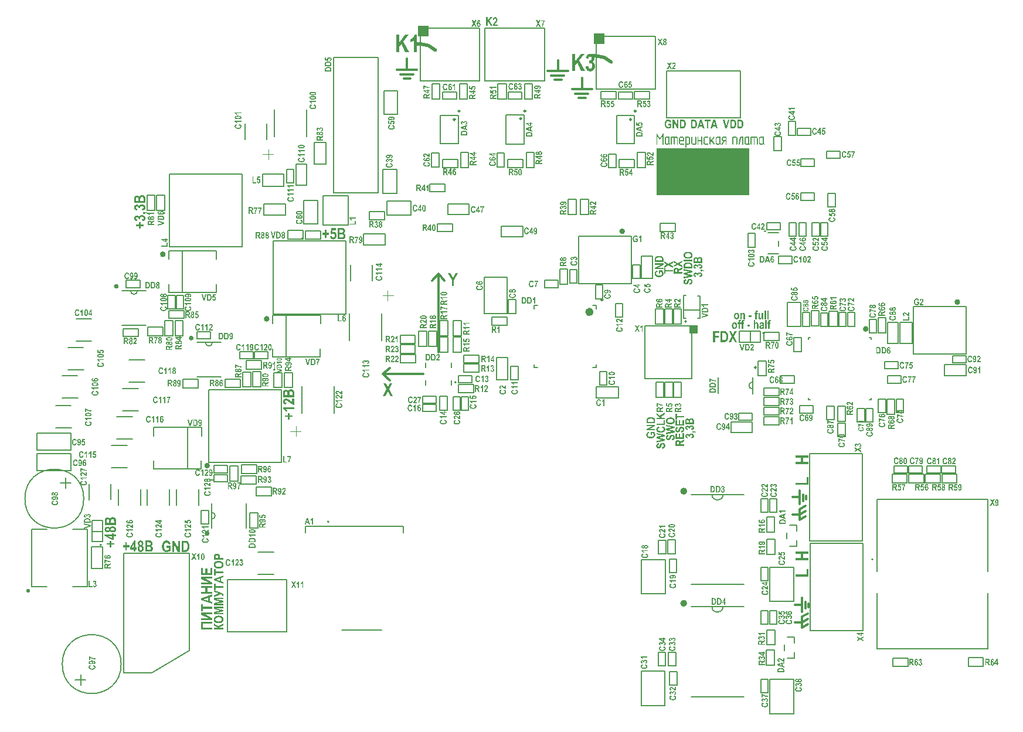
<source format=gto>
G04*
G04 #@! TF.GenerationSoftware,Altium Limited,Altium Designer,22.7.1 (60)*
G04*
G04 Layer_Color=65535*
%FSLAX43Y43*%
%MOMM*%
G71*
G04*
G04 #@! TF.SameCoordinates,6218B3DD-F4BF-4AD2-B5C1-062D57A95E1A*
G04*
G04*
G04 #@! TF.FilePolarity,Positive*
G04*
G01*
G75*
%ADD10C,0.400*%
%ADD11C,0.200*%
%ADD12C,0.500*%
%ADD13C,0.250*%
%ADD14C,0.254*%
%ADD15C,0.600*%
%ADD16C,0.150*%
G04:AMPARAMS|DCode=17|XSize=0.5mm|YSize=0.5mm|CornerRadius=0.063mm|HoleSize=0mm|Usage=FLASHONLY|Rotation=180.000|XOffset=0mm|YOffset=0mm|HoleType=Round|Shape=RoundedRectangle|*
%AMROUNDEDRECTD17*
21,1,0.500,0.375,0,0,180.0*
21,1,0.375,0.500,0,0,180.0*
1,1,0.125,-0.188,0.188*
1,1,0.125,0.188,0.188*
1,1,0.125,0.188,-0.188*
1,1,0.125,-0.188,-0.188*
%
%ADD17ROUNDEDRECTD17*%
%ADD18C,0.300*%
%ADD19C,0.100*%
%ADD20C,0.127*%
%ADD21R,1.225X1.235*%
%ADD22R,1.555X1.500*%
%ADD23R,13.400X6.881*%
G36*
X4395Y20470D02*
X4404Y20468D01*
X4413Y20467D01*
X4439Y20461D01*
X4466Y20453D01*
X4494Y20439D01*
X4508Y20430D01*
X4522Y20421D01*
X4535Y20409D01*
X4547Y20395D01*
X4549Y20394D01*
X4550Y20392D01*
X4553Y20388D01*
X4557Y20382D01*
X4562Y20375D01*
X4567Y20367D01*
X4580Y20346D01*
X4591Y20320D01*
X4601Y20292D01*
X4608Y20261D01*
X4611Y20244D01*
Y20227D01*
Y20225D01*
Y20218D01*
X4609Y20205D01*
X4607Y20191D01*
X4604Y20172D01*
X4598Y20154D01*
X4591Y20134D01*
X4581Y20115D01*
X4580Y20112D01*
X4576Y20106D01*
X4570Y20098D01*
X4560Y20085D01*
X4549Y20072D01*
X4533Y20057D01*
X4516Y20041D01*
X4497Y20027D01*
X4498D01*
X4499Y20026D01*
X4508Y20023D01*
X4519Y20019D01*
X4535Y20012D01*
X4552Y20000D01*
X4569Y19988D01*
X4585Y19971D01*
X4602Y19950D01*
X4604Y19947D01*
X4609Y19938D01*
X4616Y19926D01*
X4624Y19909D01*
X4632Y19888D01*
X4638Y19862D01*
X4643Y19833D01*
X4645Y19800D01*
Y19799D01*
Y19795D01*
Y19788D01*
X4643Y19779D01*
X4642Y19768D01*
X4640Y19755D01*
X4638Y19741D01*
X4635Y19724D01*
X4625Y19690D01*
X4611Y19655D01*
X4602Y19637D01*
X4593Y19618D01*
X4580Y19601D01*
X4566Y19585D01*
X4564Y19583D01*
X4563Y19580D01*
X4557Y19576D01*
X4552Y19572D01*
X4545Y19565D01*
X4536Y19558D01*
X4514Y19542D01*
X4487Y19527D01*
X4456Y19513D01*
X4437Y19508D01*
X4419Y19504D01*
X4401Y19501D01*
X4381Y19500D01*
X4371D01*
X4364Y19501D01*
X4356Y19503D01*
X4344Y19504D01*
X4320Y19508D01*
X4294Y19517D01*
X4264Y19531D01*
X4249Y19538D01*
X4234Y19548D01*
X4220Y19559D01*
X4206Y19572D01*
X4205Y19573D01*
X4203Y19575D01*
X4199Y19579D01*
X4195Y19585D01*
X4189Y19593D01*
X4184Y19601D01*
X4177Y19611D01*
X4170Y19624D01*
X4163Y19637D01*
X4156Y19652D01*
X4148Y19668D01*
X4141Y19686D01*
X4132Y19724D01*
X4124Y19769D01*
X4270Y19790D01*
Y19789D01*
Y19788D01*
X4271Y19779D01*
X4273Y19768D01*
X4277Y19752D01*
X4281Y19735D01*
X4288Y19719D01*
X4296Y19702D01*
X4306Y19687D01*
X4308Y19686D01*
X4312Y19682D01*
X4319Y19676D01*
X4327Y19671D01*
X4337Y19664D01*
X4350Y19658D01*
X4364Y19654D01*
X4380Y19652D01*
X4388D01*
X4397Y19655D01*
X4406Y19658D01*
X4419Y19662D01*
X4433Y19669D01*
X4446Y19679D01*
X4459Y19693D01*
X4460Y19695D01*
X4464Y19702D01*
X4468Y19710D01*
X4476Y19724D01*
X4481Y19740D01*
X4485Y19761D01*
X4490Y19783D01*
X4491Y19810D01*
Y19812D01*
Y19813D01*
Y19821D01*
X4490Y19834D01*
X4487Y19850D01*
X4484Y19867D01*
X4478Y19885D01*
X4470Y19903D01*
X4460Y19919D01*
X4459Y19920D01*
X4454Y19926D01*
X4447Y19931D01*
X4439Y19940D01*
X4428Y19947D01*
X4415Y19954D01*
X4401Y19958D01*
X4385Y19960D01*
X4374D01*
X4367Y19958D01*
X4357Y19957D01*
X4344Y19954D01*
X4332Y19950D01*
X4318Y19945D01*
X4333Y20095D01*
X4343D01*
X4354Y20096D01*
X4367Y20098D01*
X4382Y20102D01*
X4398Y20106D01*
X4412Y20115D01*
X4426Y20125D01*
X4428Y20126D01*
X4432Y20130D01*
X4437Y20139D01*
X4443Y20148D01*
X4449Y20161D01*
X4454Y20177D01*
X4459Y20195D01*
X4460Y20216D01*
Y20219D01*
Y20225D01*
X4459Y20233D01*
X4457Y20244D01*
X4454Y20256D01*
X4449Y20268D01*
X4443Y20281D01*
X4435Y20292D01*
X4433Y20294D01*
X4430Y20296D01*
X4425Y20301D01*
X4418Y20306D01*
X4409Y20312D01*
X4398Y20316D01*
X4385Y20319D01*
X4371Y20320D01*
X4366D01*
X4357Y20319D01*
X4349Y20316D01*
X4339Y20312D01*
X4327Y20306D01*
X4316Y20299D01*
X4305Y20288D01*
X4304Y20287D01*
X4301Y20282D01*
X4296Y20274D01*
X4291Y20264D01*
X4285Y20251D01*
X4280Y20234D01*
X4275Y20216D01*
X4273Y20194D01*
X4134Y20222D01*
Y20223D01*
X4136Y20227D01*
X4137Y20234D01*
X4139Y20243D01*
X4141Y20254D01*
X4144Y20265D01*
X4153Y20294D01*
X4164Y20325D01*
X4178Y20356D01*
X4196Y20385D01*
X4206Y20399D01*
X4218Y20411D01*
X4219Y20412D01*
X4220Y20413D01*
X4229Y20421D01*
X4243Y20430D01*
X4261Y20442D01*
X4284Y20452D01*
X4312Y20461D01*
X4343Y20468D01*
X4360Y20471D01*
X4387D01*
X4395Y20470D01*
D02*
G37*
G36*
X3658Y19676D02*
X4050D01*
Y19516D01*
X3500D01*
Y20461D01*
X3658D01*
Y19676D01*
D02*
G37*
G36*
X51996Y91997D02*
X52002Y91994D01*
X52008Y91988D01*
X52016Y91983D01*
X52025Y91976D01*
X52036Y91969D01*
X52049Y91960D01*
X52064Y91950D01*
X52080Y91940D01*
X52098Y91930D01*
X52116Y91919D01*
X52137Y91908D01*
X52160Y91895D01*
X52184Y91884D01*
X52209Y91871D01*
X52211D01*
X52215Y91868D01*
X52223Y91866D01*
X52233Y91860D01*
X52246Y91856D01*
X52262Y91849D01*
X52280Y91842D01*
X52300Y91835D01*
X52321Y91826D01*
X52343Y91818D01*
X52369Y91811D01*
X52395Y91802D01*
X52450Y91785D01*
X52510Y91771D01*
X52511D01*
X52517Y91770D01*
X52525Y91768D01*
X52536Y91766D01*
X52550Y91763D01*
X52567Y91760D01*
X52586Y91757D01*
X52605Y91754D01*
X52628Y91750D01*
X52651Y91747D01*
X52700Y91742D01*
X52751Y91737D01*
X52800Y91736D01*
Y91592D01*
X52797D01*
X52792D01*
X52780Y91594D01*
X52765D01*
X52746Y91595D01*
X52725Y91596D01*
X52700Y91599D01*
X52673Y91602D01*
X52644Y91606D01*
X52613Y91610D01*
X52579Y91616D01*
X52543Y91622D01*
X52470Y91637D01*
X52395Y91658D01*
X52393Y91660D01*
X52387Y91661D01*
X52376Y91665D01*
X52362Y91670D01*
X52343Y91677D01*
X52322Y91684D01*
X52300Y91694D01*
X52273Y91704D01*
X52246Y91715D01*
X52216Y91727D01*
X52156Y91757D01*
X52091Y91790D01*
X52029Y91828D01*
Y91488D01*
X51860D01*
Y92000D01*
X51994D01*
X51995D01*
X51996Y91997D01*
D02*
G37*
G36*
X52608Y91319D02*
X52800D01*
Y91173D01*
X52608D01*
Y90853D01*
X52449D01*
X51844Y91192D01*
Y91319D01*
X52448D01*
Y91416D01*
X52608D01*
Y91319D01*
D02*
G37*
G36*
X52800Y90638D02*
X52593Y90525D01*
X52591D01*
X52587Y90522D01*
X52582Y90519D01*
X52574Y90515D01*
X52566Y90510D01*
X52556Y90504D01*
X52534Y90491D01*
X52510Y90477D01*
X52486Y90463D01*
X52476Y90457D01*
X52467Y90450D01*
X52459Y90445D01*
X52453Y90440D01*
X52452Y90439D01*
X52449Y90436D01*
X52443Y90432D01*
X52438Y90426D01*
X52425Y90412D01*
X52418Y90404D01*
X52414Y90394D01*
Y90393D01*
X52412Y90390D01*
X52410Y90384D01*
X52408Y90376D01*
X52405Y90364D01*
X52404Y90350D01*
X52402Y90335D01*
Y90284D01*
X52800D01*
Y90126D01*
X51847D01*
Y90480D01*
X51848Y90490D01*
Y90502D01*
X51850Y90529D01*
X51854Y90559D01*
X51858Y90588D01*
X51865Y90617D01*
X51870Y90629D01*
X51874Y90641D01*
X51875Y90643D01*
X51878Y90650D01*
X51885Y90660D01*
X51895Y90673D01*
X51906Y90687D01*
X51922Y90701D01*
X51940Y90717D01*
X51963Y90731D01*
X51965Y90732D01*
X51974Y90736D01*
X51988Y90742D01*
X52005Y90749D01*
X52027Y90755D01*
X52054Y90760D01*
X52082Y90765D01*
X52115Y90766D01*
X52116D01*
X52119D01*
X52126D01*
X52133Y90765D01*
X52143D01*
X52154Y90763D01*
X52180Y90759D01*
X52208Y90753D01*
X52238Y90744D01*
X52267Y90729D01*
X52295Y90711D01*
X52297D01*
X52298Y90708D01*
X52307Y90701D01*
X52318Y90689D01*
X52331Y90672D01*
X52346Y90650D01*
X52360Y90624D01*
X52371Y90594D01*
X52380Y90559D01*
X52381Y90562D01*
X52387Y90567D01*
X52394Y90577D01*
X52404Y90588D01*
X52415Y90601D01*
X52429Y90615D01*
X52445Y90629D01*
X52460Y90642D01*
X52462Y90643D01*
X52469Y90648D01*
X52480Y90656D01*
X52496Y90666D01*
X52517Y90679D01*
X52529Y90686D01*
X52543Y90694D01*
X52559Y90703D01*
X52576Y90713D01*
X52596Y90722D01*
X52615Y90732D01*
X52800Y90828D01*
Y90638D01*
D02*
G37*
G36*
X101907Y58108D02*
X101927Y58107D01*
X101953Y58103D01*
X101981Y58097D01*
X102011Y58090D01*
X102040Y58079D01*
X102014Y57912D01*
X102012D01*
X102007Y57914D01*
X101998Y57918D01*
X101985Y57920D01*
X101972Y57923D01*
X101955Y57925D01*
X101924Y57927D01*
X101916D01*
X101911Y57925D01*
X101901Y57923D01*
X101881Y57918D01*
X101872Y57910D01*
X101864Y57903D01*
Y57901D01*
X101861Y57897D01*
X101859Y57892D01*
X101855Y57882D01*
X101851Y57870D01*
X101849Y57853D01*
X101846Y57832D01*
Y57808D01*
Y57745D01*
X101992D01*
Y57557D01*
X101846D01*
Y56838D01*
X101648D01*
Y57557D01*
X101538D01*
Y57745D01*
X101648D01*
Y57812D01*
Y57814D01*
Y57818D01*
Y57823D01*
Y57832D01*
X101649Y57855D01*
X101651Y57881D01*
X101653Y57910D01*
X101657Y57940D01*
X101662Y57968D01*
X101670Y57992D01*
X101672Y57994D01*
X101675Y58001D01*
X101681Y58010D01*
X101688Y58023D01*
X101699Y58038D01*
X101712Y58053D01*
X101727Y58066D01*
X101746Y58079D01*
X101748Y58081D01*
X101755Y58084D01*
X101766Y58088D01*
X101783Y58095D01*
X101801Y58101D01*
X101824Y58105D01*
X101848Y58108D01*
X101875Y58110D01*
X101890D01*
X101907Y58108D01*
D02*
G37*
G36*
X98083D02*
X98104Y58107D01*
X98129Y58103D01*
X98157Y58097D01*
X98187Y58090D01*
X98216Y58079D01*
X98191Y57912D01*
X98189D01*
X98183Y57914D01*
X98174Y57918D01*
X98161Y57920D01*
X98148Y57923D01*
X98131Y57925D01*
X98100Y57927D01*
X98092D01*
X98087Y57925D01*
X98078Y57923D01*
X98057Y57918D01*
X98048Y57910D01*
X98041Y57903D01*
Y57901D01*
X98037Y57897D01*
X98035Y57892D01*
X98031Y57882D01*
X98028Y57870D01*
X98026Y57853D01*
X98022Y57832D01*
Y57808D01*
Y57745D01*
X98168D01*
Y57557D01*
X98022D01*
Y56838D01*
X97824D01*
Y57557D01*
X97715D01*
Y57745D01*
X97824D01*
Y57812D01*
Y57814D01*
Y57818D01*
Y57823D01*
Y57832D01*
X97826Y57855D01*
X97828Y57881D01*
X97829Y57910D01*
X97833Y57940D01*
X97839Y57968D01*
X97846Y57992D01*
X97848Y57994D01*
X97852Y58001D01*
X97857Y58010D01*
X97865Y58023D01*
X97876Y58038D01*
X97889Y58053D01*
X97904Y58066D01*
X97922Y58079D01*
X97924Y58081D01*
X97931Y58084D01*
X97942Y58088D01*
X97959Y58095D01*
X97978Y58101D01*
X98000Y58105D01*
X98024Y58108D01*
X98052Y58110D01*
X98066D01*
X98083Y58108D01*
D02*
G37*
G36*
X97605D02*
X97626Y58107D01*
X97652Y58103D01*
X97679Y58097D01*
X97709Y58090D01*
X97739Y58079D01*
X97713Y57912D01*
X97711D01*
X97705Y57914D01*
X97696Y57918D01*
X97683Y57920D01*
X97670Y57923D01*
X97654Y57925D01*
X97622Y57927D01*
X97615D01*
X97609Y57925D01*
X97600Y57923D01*
X97580Y57918D01*
X97570Y57910D01*
X97563Y57903D01*
Y57901D01*
X97559Y57897D01*
X97557Y57892D01*
X97554Y57882D01*
X97550Y57870D01*
X97548Y57853D01*
X97544Y57832D01*
Y57808D01*
Y57745D01*
X97691D01*
Y57557D01*
X97544D01*
Y56838D01*
X97346D01*
Y57557D01*
X97237D01*
Y57745D01*
X97346D01*
Y57812D01*
Y57814D01*
Y57818D01*
Y57823D01*
Y57832D01*
X97348Y57855D01*
X97350Y57881D01*
X97352Y57910D01*
X97355Y57940D01*
X97361Y57968D01*
X97368Y57992D01*
X97370Y57994D01*
X97374Y58001D01*
X97380Y58010D01*
X97387Y58023D01*
X97398Y58038D01*
X97411Y58053D01*
X97426Y58066D01*
X97444Y58079D01*
X97446Y58081D01*
X97454Y58084D01*
X97465Y58088D01*
X97481Y58095D01*
X97500Y58101D01*
X97522Y58105D01*
X97546Y58108D01*
X97574Y58110D01*
X97589D01*
X97605Y58108D01*
D02*
G37*
G36*
X99007Y57171D02*
X98618D01*
Y57412D01*
X99007D01*
Y57171D01*
D02*
G37*
G36*
X101425Y56838D02*
X101227D01*
Y58090D01*
X101425D01*
Y56838D01*
D02*
G37*
G36*
X100763Y57764D02*
X100790Y57762D01*
X100820Y57757D01*
X100851Y57751D01*
X100883Y57742D01*
X100909Y57731D01*
X100912Y57729D01*
X100920Y57725D01*
X100931Y57716D01*
X100946Y57705D01*
X100961Y57692D01*
X100977Y57675D01*
X100992Y57657D01*
X101003Y57634D01*
X101005Y57631D01*
X101009Y57623D01*
X101012Y57607D01*
X101016Y57597D01*
X101018Y57584D01*
X101022Y57571D01*
X101024Y57555D01*
X101025Y57538D01*
X101029Y57518D01*
X101031Y57495D01*
Y57471D01*
X101033Y57445D01*
Y57416D01*
X101031Y57136D01*
Y57134D01*
Y57131D01*
Y57125D01*
Y57118D01*
Y57096D01*
X101033Y57070D01*
Y57042D01*
X101035Y57012D01*
X101037Y56984D01*
X101040Y56960D01*
Y56958D01*
X101042Y56951D01*
X101044Y56938D01*
X101048Y56923D01*
X101053Y56905D01*
X101059Y56884D01*
X101066Y56862D01*
X101075Y56838D01*
X100881D01*
X100855Y56936D01*
X100853Y56934D01*
X100846Y56927D01*
X100837Y56916D01*
X100822Y56903D01*
X100805Y56888D01*
X100787Y56873D01*
X100766Y56860D01*
X100746Y56847D01*
X100744Y56846D01*
X100737Y56844D01*
X100724Y56838D01*
X100709Y56833D01*
X100690Y56827D01*
X100670Y56823D01*
X100648Y56820D01*
X100624Y56818D01*
X100613D01*
X100605Y56820D01*
X100585Y56821D01*
X100561Y56827D01*
X100533Y56836D01*
X100503Y56847D01*
X100474Y56866D01*
X100446Y56890D01*
X100442Y56894D01*
X100435Y56903D01*
X100424Y56920D01*
X100413Y56942D01*
X100400Y56970D01*
X100388Y57003D01*
X100381Y57042D01*
X100377Y57084D01*
Y57088D01*
Y57097D01*
X100379Y57112D01*
X100381Y57131D01*
X100385Y57151D01*
X100388Y57173D01*
X100396Y57196D01*
X100405Y57218D01*
X100407Y57220D01*
X100411Y57227D01*
X100416Y57238D01*
X100426Y57251D01*
X100437Y57266D01*
X100450Y57281D01*
X100464Y57296D01*
X100483Y57308D01*
X100485Y57310D01*
X100492Y57314D01*
X100505Y57321D01*
X100524Y57329D01*
X100546Y57340D01*
X100574Y57349D01*
X100609Y57360D01*
X100648Y57371D01*
X100650D01*
X100653Y57373D01*
X100661Y57375D01*
X100670Y57377D01*
X100681Y57379D01*
X100694Y57383D01*
X100724Y57390D01*
X100755Y57399D01*
X100787Y57410D01*
X100816Y57420D01*
X100829Y57425D01*
X100840Y57431D01*
Y57434D01*
Y57442D01*
Y57455D01*
X100838Y57471D01*
Y57486D01*
X100837Y57503D01*
X100833Y57516D01*
X100829Y57527D01*
Y57529D01*
X100827Y57531D01*
X100820Y57542D01*
X100807Y57553D01*
X100788Y57566D01*
X100787D01*
X100783Y57568D01*
X100777Y57571D01*
X100768Y57575D01*
X100757Y57577D01*
X100744Y57581D01*
X100727Y57583D01*
X100700D01*
X100690Y57581D01*
X100679Y57579D01*
X100651Y57573D01*
X100638Y57566D01*
X100625Y57558D01*
X100624Y57557D01*
X100620Y57553D01*
X100614Y57547D01*
X100609Y57538D01*
X100601Y57527D01*
X100592Y57510D01*
X100585Y57492D01*
X100577Y57470D01*
X100400Y57507D01*
Y57508D01*
X100401Y57512D01*
X100403Y57520D01*
X100405Y57529D01*
X100409Y57540D01*
X100414Y57553D01*
X100426Y57583D01*
X100438Y57616D01*
X100457Y57647D01*
X100479Y57679D01*
X100505Y57705D01*
X100509Y57707D01*
X100520Y57714D01*
X100537Y57723D01*
X100561Y57736D01*
X100590Y57747D01*
X100627Y57757D01*
X100672Y57764D01*
X100720Y57766D01*
X100740D01*
X100763Y57764D01*
D02*
G37*
G36*
X99750Y57629D02*
X99752Y57632D01*
X99757Y57640D01*
X99768Y57653D01*
X99779Y57668D01*
X99794Y57684D01*
X99813Y57701D01*
X99831Y57718D01*
X99851Y57731D01*
X99853Y57732D01*
X99861Y57736D01*
X99874Y57742D01*
X99889Y57749D01*
X99907Y57755D01*
X99927Y57760D01*
X99951Y57764D01*
X99976Y57766D01*
X99990D01*
X100007Y57764D01*
X100027Y57760D01*
X100051Y57755D01*
X100076Y57745D01*
X100100Y57734D01*
X100124Y57718D01*
X100126Y57716D01*
X100133Y57708D01*
X100144Y57699D01*
X100157Y57684D01*
X100172Y57664D01*
X100185Y57642D01*
X100198Y57616D01*
X100209Y57584D01*
X100211Y57581D01*
X100213Y57571D01*
X100216Y57557D01*
X100220Y57534D01*
X100222Y57520D01*
X100224Y57505D01*
Y57486D01*
X100226Y57468D01*
X100227Y57445D01*
X100229Y57423D01*
Y57397D01*
Y57370D01*
Y56838D01*
X100031D01*
Y57316D01*
Y57318D01*
Y57323D01*
Y57331D01*
Y57342D01*
Y57357D01*
X100029Y57371D01*
Y57405D01*
X100026Y57440D01*
X100022Y57475D01*
X100020Y57490D01*
X100016Y57505D01*
X100013Y57516D01*
X100009Y57525D01*
X100007Y57527D01*
X100003Y57534D01*
X99996Y57544D01*
X99985Y57555D01*
X99972Y57564D01*
X99955Y57573D01*
X99933Y57581D01*
X99909Y57583D01*
X99896D01*
X99883Y57579D01*
X99866Y57575D01*
X99846Y57568D01*
X99827Y57557D01*
X99807Y57542D01*
X99790Y57521D01*
X99789Y57518D01*
X99785Y57508D01*
X99777Y57494D01*
X99774Y57483D01*
X99770Y57470D01*
X99766Y57455D01*
X99763Y57438D01*
X99759Y57420D01*
X99755Y57399D01*
X99753Y57375D01*
X99752Y57349D01*
X99750Y57321D01*
Y57292D01*
Y56838D01*
X99552D01*
Y58090D01*
X99750D01*
Y57629D01*
D02*
G37*
G36*
X96813Y57764D02*
X96828Y57762D01*
X96846Y57758D01*
X96865Y57755D01*
X96885Y57749D01*
X96907Y57742D01*
X96931Y57731D01*
X96954Y57720D01*
X96978Y57707D01*
X97002Y57690D01*
X97024Y57671D01*
X97044Y57649D01*
X97065Y57625D01*
X97067Y57623D01*
X97068Y57620D01*
X97074Y57610D01*
X97081Y57601D01*
X97089Y57586D01*
X97098Y57571D01*
X97107Y57553D01*
X97117Y57531D01*
X97126Y57508D01*
X97135Y57483D01*
X97144Y57457D01*
X97152Y57427D01*
X97165Y57364D01*
X97167Y57331D01*
X97168Y57296D01*
Y57294D01*
Y57290D01*
Y57283D01*
Y57271D01*
X97167Y57260D01*
Y57245D01*
X97161Y57212D01*
X97155Y57173D01*
X97146Y57131D01*
X97133Y57086D01*
X97115Y57044D01*
Y57042D01*
X97113Y57038D01*
X97109Y57033D01*
X97105Y57025D01*
X97093Y57005D01*
X97078Y56981D01*
X97057Y56953D01*
X97033Y56923D01*
X97005Y56897D01*
X96974Y56873D01*
X96972D01*
X96970Y56871D01*
X96959Y56864D01*
X96941Y56857D01*
X96918Y56846D01*
X96889Y56836D01*
X96857Y56827D01*
X96822Y56820D01*
X96783Y56818D01*
X96767D01*
X96756Y56820D01*
X96743Y56821D01*
X96726Y56825D01*
X96707Y56829D01*
X96687Y56834D01*
X96644Y56849D01*
X96622Y56859D01*
X96598Y56871D01*
X96576Y56886D01*
X96552Y56903D01*
X96530Y56921D01*
X96509Y56944D01*
X96507Y56946D01*
X96504Y56949D01*
X96500Y56957D01*
X96493Y56968D01*
X96483Y56981D01*
X96474Y56996D01*
X96465Y57014D01*
X96456Y57036D01*
X96444Y57060D01*
X96435Y57086D01*
X96426Y57116D01*
X96417Y57149D01*
X96409Y57183D01*
X96406Y57221D01*
X96402Y57260D01*
X96400Y57303D01*
Y57305D01*
Y57308D01*
Y57316D01*
Y57325D01*
X96402Y57338D01*
X96404Y57351D01*
X96407Y57383D01*
X96413Y57421D01*
X96422Y57462D01*
X96435Y57503D01*
X96452Y57545D01*
Y57547D01*
X96454Y57551D01*
X96457Y57557D01*
X96461Y57564D01*
X96474Y57583D01*
X96489Y57607D01*
X96509Y57634D01*
X96533Y57660D01*
X96561Y57688D01*
X96591Y57710D01*
X96593D01*
X96594Y57712D01*
X96606Y57720D01*
X96624Y57729D01*
X96646Y57738D01*
X96676Y57749D01*
X96707Y57757D01*
X96744Y57764D01*
X96783Y57766D01*
X96800D01*
X96813Y57764D01*
D02*
G37*
G36*
X100055Y59498D02*
X100076Y59496D01*
X100102Y59492D01*
X100129Y59487D01*
X100159Y59479D01*
X100189Y59468D01*
X100163Y59301D01*
X100161D01*
X100155Y59303D01*
X100146Y59307D01*
X100133Y59309D01*
X100120Y59313D01*
X100103Y59314D01*
X100072Y59316D01*
X100064D01*
X100059Y59314D01*
X100050Y59313D01*
X100029Y59307D01*
X100020Y59300D01*
X100013Y59292D01*
Y59290D01*
X100009Y59287D01*
X100007Y59281D01*
X100003Y59272D01*
X100000Y59259D01*
X99998Y59242D01*
X99994Y59222D01*
Y59198D01*
Y59135D01*
X100140D01*
Y58946D01*
X99994D01*
Y58228D01*
X99796D01*
Y58946D01*
X99687D01*
Y59135D01*
X99796D01*
Y59201D01*
Y59203D01*
Y59207D01*
Y59213D01*
Y59222D01*
X99798Y59244D01*
X99800Y59270D01*
X99802Y59300D01*
X99805Y59329D01*
X99811Y59357D01*
X99818Y59381D01*
X99820Y59383D01*
X99824Y59390D01*
X99829Y59400D01*
X99837Y59413D01*
X99848Y59427D01*
X99861Y59442D01*
X99876Y59455D01*
X99894Y59468D01*
X99896Y59470D01*
X99903Y59474D01*
X99914Y59477D01*
X99931Y59485D01*
X99950Y59490D01*
X99972Y59494D01*
X99996Y59498D01*
X100024Y59500D01*
X100039D01*
X100055Y59498D01*
D02*
G37*
G36*
X98078Y59153D02*
X98098Y59150D01*
X98120Y59144D01*
X98144Y59135D01*
X98168Y59124D01*
X98192Y59109D01*
X98194Y59107D01*
X98202Y59101D01*
X98213Y59090D01*
X98226Y59077D01*
X98239Y59061D01*
X98252Y59042D01*
X98265Y59020D01*
X98274Y58994D01*
X98276Y58990D01*
X98278Y58981D01*
X98281Y58964D01*
X98287Y58942D01*
X98291Y58913D01*
X98294Y58879D01*
X98296Y58837D01*
X98298Y58790D01*
Y58228D01*
X98100D01*
Y58690D01*
Y58692D01*
Y58696D01*
Y58703D01*
Y58713D01*
Y58724D01*
Y58737D01*
X98098Y58766D01*
Y58796D01*
X98096Y58827D01*
X98092Y58855D01*
X98091Y58866D01*
X98089Y58876D01*
Y58877D01*
X98087Y58883D01*
X98083Y58892D01*
X98079Y58902D01*
X98067Y58926D01*
X98057Y58937D01*
X98046Y58946D01*
X98044Y58948D01*
X98041Y58950D01*
X98035Y58953D01*
X98026Y58959D01*
X98005Y58968D01*
X97992Y58970D01*
X97978Y58972D01*
X97970D01*
X97961Y58970D01*
X97948Y58968D01*
X97935Y58964D01*
X97920Y58957D01*
X97904Y58950D01*
X97889Y58939D01*
X97887Y58937D01*
X97883Y58933D01*
X97876Y58926D01*
X97867Y58916D01*
X97857Y58903D01*
X97850Y58889D01*
X97841Y58870D01*
X97833Y58850D01*
Y58848D01*
X97831Y58839D01*
X97830Y58824D01*
X97826Y58803D01*
X97824Y58789D01*
Y58774D01*
X97822Y58757D01*
X97820Y58737D01*
Y58716D01*
X97818Y58692D01*
Y58666D01*
Y58639D01*
Y58228D01*
X97620D01*
Y59135D01*
X97804D01*
Y59001D01*
X97805Y59005D01*
X97813Y59014D01*
X97822Y59027D01*
X97835Y59044D01*
X97852Y59063D01*
X97870Y59081D01*
X97891Y59100D01*
X97913Y59116D01*
X97917Y59118D01*
X97924Y59122D01*
X97937Y59129D01*
X97954Y59137D01*
X97972Y59142D01*
X97996Y59150D01*
X98020Y59153D01*
X98048Y59155D01*
X98063D01*
X98078Y59153D01*
D02*
G37*
G36*
X99228Y58561D02*
X98839D01*
Y58802D01*
X99228D01*
Y58561D01*
D02*
G37*
G36*
X100924Y58228D02*
X100738D01*
Y58363D01*
X100737Y58359D01*
X100731Y58350D01*
X100722Y58337D01*
X100711Y58320D01*
X100694Y58302D01*
X100676Y58283D01*
X100655Y58265D01*
X100631Y58248D01*
X100627Y58246D01*
X100620Y58242D01*
X100607Y58235D01*
X100588Y58228D01*
X100568Y58220D01*
X100544Y58213D01*
X100518Y58209D01*
X100492Y58207D01*
X100479D01*
X100466Y58209D01*
X100450Y58213D01*
X100429Y58216D01*
X100407Y58222D01*
X100383Y58231D01*
X100361Y58244D01*
X100359Y58246D01*
X100351Y58252D01*
X100340Y58261D01*
X100329Y58272D01*
X100314Y58289D01*
X100301Y58307D01*
X100287Y58329D01*
X100276Y58353D01*
X100274Y58357D01*
X100272Y58366D01*
X100266Y58383D01*
X100263Y58407D01*
X100257Y58435D01*
X100251Y58470D01*
X100250Y58513D01*
X100248Y58559D01*
Y59135D01*
X100446D01*
Y58718D01*
Y58716D01*
Y58711D01*
Y58702D01*
Y58689D01*
Y58676D01*
Y58659D01*
X100448Y58622D01*
Y58583D01*
X100450Y58546D01*
Y58529D01*
X100451Y58515D01*
Y58502D01*
X100453Y58490D01*
Y58489D01*
X100455Y58483D01*
X100457Y58474D01*
X100463Y58463D01*
X100474Y58439D01*
X100483Y58427D01*
X100492Y58416D01*
X100494Y58415D01*
X100498Y58413D01*
X100505Y58409D01*
X100513Y58403D01*
X100524Y58398D01*
X100537Y58394D01*
X100551Y58392D01*
X100566Y58390D01*
X100576D01*
X100585Y58392D01*
X100596Y58394D01*
X100611Y58398D01*
X100626Y58405D01*
X100642Y58413D01*
X100657Y58424D01*
X100659Y58426D01*
X100664Y58429D01*
X100670Y58439D01*
X100679Y58448D01*
X100688Y58461D01*
X100698Y58476D01*
X100705Y58494D01*
X100711Y58513D01*
Y58515D01*
X100713Y58524D01*
X100714Y58531D01*
X100716Y58539D01*
Y58550D01*
X100718Y58563D01*
X100720Y58577D01*
X100722Y58594D01*
Y58614D01*
X100724Y58637D01*
Y58661D01*
X100726Y58689D01*
Y58718D01*
Y58752D01*
Y59135D01*
X100924D01*
Y58228D01*
D02*
G37*
G36*
X101724D02*
X101525D01*
Y59479D01*
X101724D01*
Y58228D01*
D02*
G37*
G36*
X101325D02*
X101127D01*
Y59479D01*
X101325D01*
Y58228D01*
D02*
G37*
G36*
X97113Y59153D02*
X97128Y59151D01*
X97146Y59148D01*
X97165Y59144D01*
X97185Y59139D01*
X97207Y59131D01*
X97231Y59120D01*
X97254Y59109D01*
X97278Y59096D01*
X97302Y59079D01*
X97324Y59061D01*
X97344Y59039D01*
X97365Y59014D01*
X97367Y59013D01*
X97368Y59009D01*
X97374Y59000D01*
X97381Y58990D01*
X97389Y58976D01*
X97398Y58961D01*
X97407Y58942D01*
X97417Y58920D01*
X97426Y58898D01*
X97435Y58872D01*
X97444Y58846D01*
X97452Y58816D01*
X97465Y58753D01*
X97467Y58720D01*
X97468Y58685D01*
Y58683D01*
Y58679D01*
Y58672D01*
Y58661D01*
X97467Y58650D01*
Y58635D01*
X97461Y58602D01*
X97455Y58563D01*
X97446Y58520D01*
X97433Y58476D01*
X97415Y58433D01*
Y58431D01*
X97413Y58427D01*
X97409Y58422D01*
X97405Y58415D01*
X97393Y58394D01*
X97378Y58370D01*
X97357Y58342D01*
X97333Y58313D01*
X97305Y58287D01*
X97274Y58263D01*
X97272D01*
X97270Y58261D01*
X97259Y58253D01*
X97241Y58246D01*
X97218Y58235D01*
X97189Y58226D01*
X97157Y58216D01*
X97122Y58209D01*
X97083Y58207D01*
X97067D01*
X97056Y58209D01*
X97043Y58211D01*
X97026Y58215D01*
X97007Y58218D01*
X96987Y58224D01*
X96944Y58239D01*
X96922Y58248D01*
X96898Y58261D01*
X96876Y58276D01*
X96852Y58292D01*
X96830Y58311D01*
X96809Y58333D01*
X96807Y58335D01*
X96804Y58339D01*
X96800Y58346D01*
X96793Y58357D01*
X96783Y58370D01*
X96774Y58385D01*
X96765Y58403D01*
X96756Y58426D01*
X96744Y58450D01*
X96735Y58476D01*
X96726Y58505D01*
X96717Y58539D01*
X96709Y58572D01*
X96706Y58611D01*
X96702Y58650D01*
X96700Y58692D01*
Y58694D01*
Y58698D01*
Y58705D01*
Y58714D01*
X96702Y58727D01*
X96704Y58740D01*
X96707Y58772D01*
X96713Y58811D01*
X96722Y58852D01*
X96735Y58892D01*
X96752Y58935D01*
Y58937D01*
X96754Y58940D01*
X96757Y58946D01*
X96761Y58953D01*
X96774Y58972D01*
X96789Y58996D01*
X96809Y59024D01*
X96833Y59050D01*
X96861Y59077D01*
X96891Y59100D01*
X96893D01*
X96894Y59101D01*
X96906Y59109D01*
X96924Y59118D01*
X96946Y59127D01*
X96976Y59139D01*
X97007Y59146D01*
X97044Y59153D01*
X97083Y59155D01*
X97100D01*
X97113Y59153D01*
D02*
G37*
G36*
X96706Y55739D02*
X97150Y54924D01*
X96840D01*
X96553Y55457D01*
X96266Y54924D01*
X95956D01*
X96400Y55739D01*
X95998Y56489D01*
X96299D01*
X96553Y56019D01*
X96808Y56489D01*
X97108D01*
X96706Y55739D01*
D02*
G37*
G36*
X95308Y56486D02*
X95324D01*
X95364Y56484D01*
X95408Y56479D01*
X95452Y56470D01*
X95496Y56461D01*
X95533Y56447D01*
X95537Y56445D01*
X95549Y56440D01*
X95565Y56428D01*
X95588Y56415D01*
X95614Y56396D01*
X95644Y56373D01*
X95671Y56345D01*
X95702Y56313D01*
X95706Y56308D01*
X95715Y56297D01*
X95729Y56276D01*
X95746Y56246D01*
X95766Y56211D01*
X95787Y56169D01*
X95806Y56121D01*
X95824Y56065D01*
Y56063D01*
X95827Y56058D01*
X95829Y56049D01*
X95831Y56037D01*
X95833Y56024D01*
X95838Y56005D01*
X95843Y55984D01*
X95847Y55961D01*
X95850Y55936D01*
X95854Y55908D01*
X95859Y55878D01*
X95861Y55843D01*
X95866Y55771D01*
X95868Y55690D01*
Y55688D01*
Y55681D01*
Y55669D01*
Y55656D01*
X95866Y55639D01*
Y55619D01*
X95864Y55595D01*
Y55570D01*
X95857Y55514D01*
X95850Y55454D01*
X95838Y55394D01*
X95822Y55336D01*
Y55334D01*
X95820Y55329D01*
X95817Y55322D01*
X95813Y55311D01*
X95803Y55283D01*
X95789Y55251D01*
X95773Y55211D01*
X95752Y55172D01*
X95729Y55133D01*
X95704Y55098D01*
X95702Y55093D01*
X95692Y55084D01*
X95676Y55068D01*
X95658Y55049D01*
X95632Y55029D01*
X95604Y55008D01*
X95572Y54987D01*
X95535Y54968D01*
X95530Y54966D01*
X95516Y54961D01*
X95496Y54954D01*
X95466Y54948D01*
X95429Y54938D01*
X95385Y54931D01*
X95334Y54927D01*
X95278Y54924D01*
X94792D01*
Y56489D01*
X95294D01*
X95308Y56486D01*
D02*
G37*
G36*
X94579Y56225D02*
X93959D01*
Y55852D01*
X94496D01*
Y55589D01*
X93959D01*
Y54924D01*
X93700D01*
Y56489D01*
X94579D01*
Y56225D01*
D02*
G37*
G36*
X107484Y24348D02*
X106662D01*
Y23740D01*
X107484D01*
Y23429D01*
X105607D01*
Y23740D01*
X106346D01*
Y24348D01*
X105607D01*
Y24659D01*
X107484D01*
Y24348D01*
D02*
G37*
G36*
X107484Y21025D02*
X105621D01*
Y21336D01*
X107168D01*
Y22108D01*
X107484D01*
Y21025D01*
D02*
G37*
G36*
Y34300D02*
X105621D01*
Y34611D01*
X107168D01*
Y35383D01*
X107484D01*
Y34300D01*
D02*
G37*
G36*
X107484Y38219D02*
X106662D01*
Y37611D01*
X107484D01*
Y37300D01*
X105607D01*
Y37611D01*
X106346D01*
Y38219D01*
X105607D01*
Y38530D01*
X107484D01*
Y38219D01*
D02*
G37*
G36*
X74369Y95602D02*
X75177Y94069D01*
X74636D01*
X74077Y95243D01*
X73740Y94824D01*
Y94069D01*
X73325D01*
Y96572D01*
X73740D01*
Y95454D01*
X74580Y96572D01*
X75140D01*
X74369Y95602D01*
D02*
G37*
G36*
X75995Y96576D02*
X76017Y96572D01*
X76043Y96569D01*
X76110Y96554D01*
X76180Y96532D01*
X76254Y96495D01*
X76291Y96472D01*
X76328Y96446D01*
X76362Y96417D01*
X76395Y96380D01*
X76399Y96376D01*
X76402Y96372D01*
X76410Y96361D01*
X76421Y96347D01*
X76432Y96328D01*
X76447Y96306D01*
X76480Y96250D01*
X76510Y96184D01*
X76536Y96109D01*
X76554Y96028D01*
X76562Y95984D01*
Y95939D01*
Y95932D01*
Y95913D01*
X76558Y95880D01*
X76551Y95843D01*
X76543Y95795D01*
X76528Y95747D01*
X76510Y95695D01*
X76484Y95643D01*
X76480Y95635D01*
X76469Y95621D01*
X76454Y95598D01*
X76428Y95565D01*
X76399Y95532D01*
X76358Y95491D01*
X76314Y95450D01*
X76262Y95413D01*
X76265D01*
X76269Y95410D01*
X76291Y95402D01*
X76321Y95391D01*
X76362Y95373D01*
X76406Y95343D01*
X76451Y95310D01*
X76495Y95265D01*
X76539Y95210D01*
X76543Y95202D01*
X76558Y95180D01*
X76577Y95147D01*
X76595Y95102D01*
X76617Y95047D01*
X76632Y94980D01*
X76647Y94902D01*
X76651Y94817D01*
Y94813D01*
Y94802D01*
Y94784D01*
X76647Y94761D01*
X76643Y94732D01*
X76639Y94699D01*
X76632Y94661D01*
X76625Y94617D01*
X76599Y94528D01*
X76562Y94436D01*
X76539Y94387D01*
X76514Y94339D01*
X76480Y94295D01*
X76443Y94250D01*
X76439Y94247D01*
X76436Y94239D01*
X76421Y94228D01*
X76406Y94217D01*
X76388Y94199D01*
X76365Y94180D01*
X76306Y94139D01*
X76236Y94099D01*
X76154Y94062D01*
X76106Y94050D01*
X76058Y94039D01*
X76010Y94032D01*
X75958Y94028D01*
X75932D01*
X75914Y94032D01*
X75891Y94036D01*
X75862Y94039D01*
X75799Y94050D01*
X75728Y94073D01*
X75651Y94110D01*
X75610Y94128D01*
X75573Y94154D01*
X75536Y94184D01*
X75499Y94217D01*
X75495Y94221D01*
X75491Y94225D01*
X75480Y94236D01*
X75469Y94250D01*
X75454Y94273D01*
X75440Y94295D01*
X75421Y94321D01*
X75403Y94354D01*
X75384Y94387D01*
X75366Y94428D01*
X75347Y94469D01*
X75328Y94517D01*
X75303Y94617D01*
X75284Y94736D01*
X75665Y94791D01*
Y94787D01*
Y94784D01*
X75669Y94761D01*
X75673Y94732D01*
X75684Y94691D01*
X75695Y94647D01*
X75714Y94602D01*
X75736Y94558D01*
X75762Y94521D01*
X75765Y94517D01*
X75777Y94506D01*
X75795Y94491D01*
X75817Y94476D01*
X75843Y94458D01*
X75877Y94443D01*
X75914Y94432D01*
X75954Y94428D01*
X75977D01*
X75999Y94436D01*
X76025Y94443D01*
X76058Y94454D01*
X76095Y94473D01*
X76128Y94499D01*
X76162Y94536D01*
X76165Y94539D01*
X76177Y94558D01*
X76188Y94580D01*
X76206Y94617D01*
X76221Y94658D01*
X76232Y94713D01*
X76243Y94773D01*
X76247Y94843D01*
Y94847D01*
Y94850D01*
Y94873D01*
X76243Y94906D01*
X76236Y94947D01*
X76228Y94991D01*
X76214Y95039D01*
X76191Y95087D01*
X76165Y95128D01*
X76162Y95132D01*
X76151Y95147D01*
X76132Y95161D01*
X76110Y95184D01*
X76080Y95202D01*
X76047Y95221D01*
X76010Y95232D01*
X75969Y95236D01*
X75940D01*
X75921Y95232D01*
X75895Y95228D01*
X75862Y95221D01*
X75828Y95210D01*
X75791Y95198D01*
X75832Y95591D01*
X75858D01*
X75888Y95595D01*
X75921Y95598D01*
X75962Y95610D01*
X76003Y95621D01*
X76040Y95643D01*
X76077Y95669D01*
X76080Y95673D01*
X76091Y95684D01*
X76106Y95706D01*
X76121Y95732D01*
X76136Y95765D01*
X76151Y95806D01*
X76162Y95854D01*
X76165Y95910D01*
Y95917D01*
Y95932D01*
X76162Y95954D01*
X76158Y95984D01*
X76151Y96013D01*
X76136Y96047D01*
X76121Y96080D01*
X76099Y96109D01*
X76095Y96113D01*
X76088Y96121D01*
X76073Y96132D01*
X76054Y96147D01*
X76032Y96161D01*
X76003Y96172D01*
X75969Y96180D01*
X75932Y96184D01*
X75917D01*
X75895Y96180D01*
X75873Y96172D01*
X75847Y96161D01*
X75817Y96147D01*
X75788Y96128D01*
X75758Y96098D01*
X75754Y96095D01*
X75747Y96084D01*
X75736Y96061D01*
X75721Y96035D01*
X75706Y96002D01*
X75691Y95958D01*
X75680Y95910D01*
X75673Y95850D01*
X75310Y95924D01*
Y95928D01*
X75314Y95939D01*
X75317Y95958D01*
X75321Y95980D01*
X75328Y96009D01*
X75336Y96039D01*
X75358Y96113D01*
X75388Y96195D01*
X75425Y96276D01*
X75473Y96354D01*
X75499Y96391D01*
X75528Y96421D01*
X75532Y96424D01*
X75536Y96428D01*
X75558Y96446D01*
X75595Y96472D01*
X75643Y96502D01*
X75703Y96528D01*
X75777Y96554D01*
X75858Y96572D01*
X75903Y96580D01*
X75973D01*
X75995Y96576D01*
D02*
G37*
G36*
X61422Y101367D02*
X61826Y100600D01*
X61555D01*
X61276Y101187D01*
X61107Y100978D01*
Y100600D01*
X60900D01*
Y101852D01*
X61107D01*
Y101293D01*
X61528Y101852D01*
X61807D01*
X61422Y101367D01*
D02*
G37*
G36*
X62250Y101854D02*
X62265Y101852D01*
X62279Y101850D01*
X62317Y101842D01*
X62355Y101829D01*
X62376Y101822D01*
X62396Y101811D01*
X62417Y101798D01*
X62435Y101785D01*
X62452Y101768D01*
X62468Y101750D01*
X62470Y101748D01*
X62472Y101744D01*
X62476Y101739D01*
X62481Y101731D01*
X62487Y101722D01*
X62494Y101709D01*
X62511Y101680D01*
X62526Y101644D01*
X62539Y101604D01*
X62548Y101559D01*
X62552Y101535D01*
Y101509D01*
Y101505D01*
Y101496D01*
X62550Y101481D01*
Y101461D01*
X62546Y101439D01*
X62542Y101413D01*
X62537Y101387D01*
X62529Y101359D01*
Y101355D01*
X62526Y101346D01*
X62520Y101333D01*
X62515Y101315D01*
X62505Y101293D01*
X62494Y101268D01*
X62479Y101243D01*
X62465Y101215D01*
X62463Y101211D01*
X62457Y101202D01*
X62446Y101185D01*
X62431Y101165D01*
X62411Y101137D01*
X62385Y101105D01*
X62355Y101068D01*
X62320Y101028D01*
X62318Y101026D01*
X62317Y101024D01*
X62311Y101018D01*
X62305Y101011D01*
X62289Y100993D01*
X62270Y100970D01*
X62250Y100946D01*
X62229Y100924D01*
X62213Y100904D01*
X62200Y100887D01*
X62198Y100885D01*
X62196Y100881D01*
X62191Y100874D01*
X62185Y100867D01*
X62172Y100846D01*
X62159Y100822D01*
X62552D01*
Y100600D01*
X61861D01*
Y100602D01*
Y100606D01*
X61863Y100613D01*
Y100622D01*
X61865Y100633D01*
X61868Y100646D01*
X61874Y100678D01*
X61881Y100713D01*
X61894Y100754D01*
X61909Y100796D01*
X61928Y100839D01*
Y100841D01*
X61931Y100844D01*
X61933Y100850D01*
X61939Y100859D01*
X61946Y100870D01*
X61954Y100885D01*
X61965Y100900D01*
X61978Y100918D01*
X61991Y100939D01*
X62007Y100961D01*
X62024Y100985D01*
X62044Y101013D01*
X62067Y101041D01*
X62092Y101070D01*
X62118Y101104D01*
X62148Y101137D01*
X62150Y101139D01*
X62154Y101144D01*
X62161Y101152D01*
X62168Y101161D01*
X62180Y101172D01*
X62191Y101187D01*
X62217Y101218D01*
X62244Y101252D01*
X62270Y101283D01*
X62292Y101313D01*
X62302Y101326D01*
X62309Y101337D01*
X62311Y101341D01*
X62317Y101350D01*
X62324Y101365D01*
X62331Y101385D01*
X62339Y101407D01*
X62346Y101433D01*
X62352Y101461D01*
X62354Y101489D01*
Y101491D01*
Y101493D01*
Y101502D01*
X62352Y101517D01*
X62350Y101535D01*
X62344Y101555D01*
X62339Y101576D01*
X62329Y101596D01*
X62317Y101613D01*
X62315Y101615D01*
X62309Y101620D01*
X62302Y101626D01*
X62291Y101635D01*
X62278Y101642D01*
X62261Y101648D01*
X62241Y101654D01*
X62220Y101655D01*
X62215D01*
X62207Y101654D01*
X62200Y101652D01*
X62178Y101644D01*
X62167Y101639D01*
X62154Y101631D01*
X62141Y101620D01*
X62128Y101607D01*
X62117Y101592D01*
X62105Y101572D01*
X62096Y101550D01*
X62089Y101524D01*
X62083Y101494D01*
X62080Y101459D01*
X61883Y101485D01*
Y101487D01*
X61885Y101494D01*
Y101504D01*
X61887Y101517D01*
X61891Y101531D01*
X61892Y101550D01*
X61898Y101570D01*
X61904Y101592D01*
X61917Y101637D01*
X61935Y101683D01*
X61959Y101728D01*
X61972Y101746D01*
X61989Y101765D01*
X61991Y101767D01*
X61992Y101768D01*
X61998Y101774D01*
X62005Y101780D01*
X62015Y101785D01*
X62024Y101794D01*
X62052Y101811D01*
X62085Y101828D01*
X62126Y101841D01*
X62172Y101852D01*
X62198Y101854D01*
X62224Y101855D01*
X62239D01*
X62250Y101854D01*
D02*
G37*
G36*
X48969Y98333D02*
X49777Y96800D01*
X49236D01*
X48677Y97974D01*
X48340Y97555D01*
Y96800D01*
X47925D01*
Y99303D01*
X48340D01*
Y98185D01*
X49180Y99303D01*
X49740D01*
X48969Y98333D01*
D02*
G37*
G36*
X50910Y96800D02*
X50514D01*
Y98611D01*
X50510Y98607D01*
X50503Y98600D01*
X50491Y98589D01*
X50473Y98570D01*
X50454Y98552D01*
X50428Y98526D01*
X50399Y98500D01*
X50365Y98474D01*
X50291Y98415D01*
X50206Y98352D01*
X50106Y98296D01*
X50003Y98248D01*
Y98685D01*
X50006D01*
X50010Y98689D01*
X50032Y98696D01*
X50062Y98715D01*
X50106Y98737D01*
X50158Y98770D01*
X50214Y98811D01*
X50277Y98859D01*
X50343Y98918D01*
X50347Y98922D01*
X50351Y98926D01*
X50373Y98948D01*
X50403Y98985D01*
X50440Y99033D01*
X50480Y99089D01*
X50521Y99155D01*
X50558Y99229D01*
X50588Y99311D01*
X50910D01*
Y96800D01*
D02*
G37*
G36*
X22056Y24344D02*
X22072D01*
X22106Y24340D01*
X22145Y24332D01*
X22188Y24321D01*
X22229Y24307D01*
X22269Y24289D01*
X22271D01*
X22273Y24287D01*
X22285Y24279D01*
X22304Y24266D01*
X22324Y24250D01*
X22347Y24230D01*
X22371Y24205D01*
X22391Y24177D01*
X22410Y24146D01*
X22412Y24142D01*
X22414Y24138D01*
X22416Y24130D01*
X22420Y24120D01*
X22422Y24110D01*
X22426Y24096D01*
X22430Y24079D01*
X22434Y24061D01*
X22438Y24039D01*
X22440Y24016D01*
X22444Y23990D01*
X22446Y23961D01*
X22448Y23929D01*
X22450Y23894D01*
Y23709D01*
X22969D01*
Y23481D01*
X21594D01*
Y23914D01*
X21596Y23955D01*
X21598Y24002D01*
X21602Y24045D01*
X21604Y24065D01*
X21608Y24083D01*
X21610Y24100D01*
X21614Y24114D01*
Y24116D01*
X21616Y24118D01*
X21620Y24130D01*
X21630Y24148D01*
X21643Y24173D01*
X21661Y24197D01*
X21685Y24226D01*
X21714Y24252D01*
X21750Y24279D01*
X21752D01*
X21754Y24281D01*
X21761Y24285D01*
X21769Y24289D01*
X21779Y24295D01*
X21791Y24299D01*
X21805Y24305D01*
X21824Y24313D01*
X21862Y24325D01*
X21907Y24336D01*
X21960Y24344D01*
X22019Y24346D01*
X22021D01*
X22025D01*
X22033D01*
X22043D01*
X22056Y24344D01*
D02*
G37*
G36*
X22338Y23302D02*
X22367Y23300D01*
X22401Y23296D01*
X22438Y23290D01*
X22479Y23284D01*
X22522Y23276D01*
X22564Y23265D01*
X22609Y23251D01*
X22654Y23235D01*
X22699Y23217D01*
X22741Y23194D01*
X22782Y23170D01*
X22821Y23141D01*
X22823Y23139D01*
X22829Y23135D01*
X22837Y23127D01*
X22847Y23115D01*
X22859Y23101D01*
X22876Y23084D01*
X22890Y23064D01*
X22906Y23040D01*
X22922Y23013D01*
X22937Y22985D01*
X22951Y22954D01*
X22965Y22920D01*
X22975Y22883D01*
X22983Y22842D01*
X22989Y22802D01*
X22991Y22757D01*
Y22747D01*
X22989Y22732D01*
Y22716D01*
X22985Y22696D01*
X22983Y22671D01*
X22977Y22645D01*
X22971Y22616D01*
X22961Y22586D01*
X22951Y22555D01*
X22937Y22523D01*
X22920Y22490D01*
X22900Y22460D01*
X22878Y22427D01*
X22853Y22399D01*
X22823Y22370D01*
X22821Y22368D01*
X22814Y22364D01*
X22802Y22356D01*
X22788Y22346D01*
X22768Y22334D01*
X22743Y22319D01*
X22715Y22305D01*
X22684Y22291D01*
X22648Y22275D01*
X22607Y22260D01*
X22564Y22246D01*
X22517Y22234D01*
X22467Y22224D01*
X22412Y22216D01*
X22353Y22212D01*
X22292Y22210D01*
X22290D01*
X22281D01*
X22267D01*
X22251Y22212D01*
X22231D01*
X22206Y22214D01*
X22178Y22216D01*
X22149Y22218D01*
X22084Y22228D01*
X22017Y22240D01*
X21950Y22256D01*
X21917Y22269D01*
X21887Y22281D01*
X21885D01*
X21881Y22285D01*
X21872Y22289D01*
X21860Y22295D01*
X21848Y22301D01*
X21832Y22309D01*
X21797Y22332D01*
X21759Y22360D01*
X21720Y22391D01*
X21683Y22429D01*
X21651Y22470D01*
Y22472D01*
X21647Y22476D01*
X21643Y22482D01*
X21639Y22490D01*
X21632Y22503D01*
X21626Y22517D01*
X21618Y22533D01*
X21610Y22549D01*
X21596Y22592D01*
X21584Y22641D01*
X21575Y22696D01*
X21571Y22757D01*
Y22767D01*
X21573Y22781D01*
Y22798D01*
X21577Y22818D01*
X21582Y22842D01*
X21588Y22869D01*
X21594Y22897D01*
X21604Y22928D01*
X21616Y22960D01*
X21632Y22993D01*
X21649Y23025D01*
X21671Y23058D01*
X21695Y23091D01*
X21724Y23121D01*
X21757Y23152D01*
X21759Y23154D01*
X21765Y23158D01*
X21775Y23166D01*
X21791Y23176D01*
X21809Y23186D01*
X21834Y23200D01*
X21860Y23215D01*
X21891Y23229D01*
X21927Y23243D01*
X21966Y23255D01*
X22009Y23270D01*
X22056Y23280D01*
X22106Y23290D01*
X22161Y23298D01*
X22220Y23302D01*
X22281Y23304D01*
X22285D01*
X22296D01*
X22314D01*
X22338Y23302D01*
D02*
G37*
G36*
X21826Y21776D02*
X22969D01*
Y21548D01*
X21826D01*
Y21213D01*
X21594D01*
Y22110D01*
X21826D01*
Y21776D01*
D02*
G37*
G36*
X22969Y20928D02*
X22658Y20830D01*
Y20374D01*
X22969Y20283D01*
Y20041D01*
X21594Y20478D01*
Y20720D01*
X22969Y21174D01*
Y20928D01*
D02*
G37*
G36*
X21826Y19677D02*
X22969D01*
Y19449D01*
X21826D01*
Y19113D01*
X21594D01*
Y20010D01*
X21826D01*
Y19677D01*
D02*
G37*
G36*
X22640Y18698D02*
X22642D01*
X22648Y18694D01*
X22658Y18692D01*
X22670Y18686D01*
X22686Y18680D01*
X22705Y18671D01*
X22745Y18655D01*
X22790Y18633D01*
X22833Y18610D01*
X22873Y18586D01*
X22892Y18574D01*
X22908Y18562D01*
X22912Y18560D01*
X22920Y18549D01*
X22932Y18535D01*
X22947Y18517D01*
X22961Y18494D01*
X22973Y18468D01*
X22981Y18438D01*
X22985Y18403D01*
Y18372D01*
X22983Y18350D01*
X22981Y18326D01*
X22979Y18299D01*
X22969Y18246D01*
X22764D01*
Y18277D01*
X22766Y18305D01*
Y18344D01*
X22764Y18358D01*
X22762Y18376D01*
X22758Y18395D01*
X22751Y18413D01*
X22743Y18431D01*
X22733Y18446D01*
X22731Y18448D01*
X22725Y18452D01*
X22717Y18458D01*
X22701Y18468D01*
X22680Y18478D01*
X22656Y18488D01*
X22623Y18501D01*
X22583Y18513D01*
X21594Y18098D01*
Y18352D01*
X22308Y18615D01*
X21594Y18842D01*
Y19078D01*
X22640Y18698D01*
D02*
G37*
G36*
X22969Y17776D02*
X21885D01*
X22969Y17548D01*
Y17331D01*
X21885Y17107D01*
X22969D01*
Y16895D01*
X21594D01*
Y17235D01*
X22536Y17441D01*
X21594Y17644D01*
Y17988D01*
X22969D01*
Y17776D01*
D02*
G37*
G36*
Y16462D02*
X21885D01*
X22969Y16234D01*
Y16016D01*
X21885Y15793D01*
X22969D01*
Y15581D01*
X21594D01*
Y15921D01*
X22536Y16126D01*
X21594Y16330D01*
Y16674D01*
X22969D01*
Y16462D01*
D02*
G37*
G36*
X22338Y15404D02*
X22367Y15402D01*
X22401Y15398D01*
X22438Y15392D01*
X22479Y15386D01*
X22522Y15378D01*
X22564Y15367D01*
X22609Y15353D01*
X22654Y15337D01*
X22699Y15319D01*
X22741Y15296D01*
X22782Y15272D01*
X22821Y15243D01*
X22823Y15241D01*
X22829Y15237D01*
X22837Y15229D01*
X22847Y15217D01*
X22859Y15203D01*
X22876Y15186D01*
X22890Y15166D01*
X22906Y15142D01*
X22922Y15115D01*
X22937Y15087D01*
X22951Y15056D01*
X22965Y15022D01*
X22975Y14985D01*
X22983Y14944D01*
X22989Y14904D01*
X22991Y14859D01*
Y14849D01*
X22989Y14834D01*
Y14818D01*
X22985Y14798D01*
X22983Y14773D01*
X22977Y14747D01*
X22971Y14718D01*
X22961Y14688D01*
X22951Y14657D01*
X22937Y14625D01*
X22920Y14592D01*
X22900Y14562D01*
X22878Y14529D01*
X22853Y14501D01*
X22823Y14472D01*
X22821Y14470D01*
X22814Y14466D01*
X22802Y14458D01*
X22788Y14448D01*
X22768Y14436D01*
X22743Y14421D01*
X22715Y14407D01*
X22684Y14393D01*
X22648Y14377D01*
X22607Y14362D01*
X22564Y14348D01*
X22517Y14336D01*
X22467Y14326D01*
X22412Y14318D01*
X22353Y14314D01*
X22292Y14311D01*
X22290D01*
X22281D01*
X22267D01*
X22251Y14314D01*
X22231D01*
X22206Y14316D01*
X22178Y14318D01*
X22149Y14320D01*
X22084Y14330D01*
X22017Y14342D01*
X21950Y14358D01*
X21917Y14370D01*
X21887Y14383D01*
X21885D01*
X21881Y14387D01*
X21872Y14391D01*
X21860Y14397D01*
X21848Y14403D01*
X21832Y14411D01*
X21797Y14434D01*
X21759Y14462D01*
X21720Y14493D01*
X21683Y14531D01*
X21651Y14572D01*
Y14574D01*
X21647Y14578D01*
X21643Y14584D01*
X21639Y14592D01*
X21632Y14604D01*
X21626Y14619D01*
X21618Y14635D01*
X21610Y14651D01*
X21596Y14694D01*
X21584Y14743D01*
X21575Y14798D01*
X21571Y14859D01*
Y14869D01*
X21573Y14883D01*
Y14899D01*
X21577Y14920D01*
X21582Y14944D01*
X21588Y14971D01*
X21594Y14999D01*
X21604Y15030D01*
X21616Y15062D01*
X21632Y15095D01*
X21649Y15127D01*
X21671Y15160D01*
X21695Y15192D01*
X21724Y15223D01*
X21757Y15253D01*
X21759Y15255D01*
X21765Y15260D01*
X21775Y15268D01*
X21791Y15278D01*
X21809Y15288D01*
X21834Y15302D01*
X21860Y15317D01*
X21891Y15331D01*
X21927Y15345D01*
X21966Y15357D01*
X22009Y15371D01*
X22056Y15382D01*
X22106Y15392D01*
X22161Y15400D01*
X22220Y15404D01*
X22281Y15406D01*
X22285D01*
X22296D01*
X22314D01*
X22338Y15404D01*
D02*
G37*
G36*
X22969Y13962D02*
X22615Y13825D01*
X22613D01*
X22609Y13823D01*
X22603Y13821D01*
X22593Y13817D01*
X22568Y13807D01*
X22540Y13795D01*
X22509Y13782D01*
X22477Y13766D01*
X22448Y13752D01*
X22426Y13738D01*
X22424Y13736D01*
X22418Y13732D01*
X22408Y13721D01*
X22397Y13711D01*
X22387Y13695D01*
X22379Y13677D01*
X22371Y13654D01*
X22369Y13628D01*
X22969D01*
Y13400D01*
X21594D01*
Y13628D01*
X22180D01*
Y13632D01*
X22178Y13640D01*
X22176Y13652D01*
X22170Y13669D01*
X22163Y13685D01*
X22155Y13701D01*
X22145Y13717D01*
X22131Y13730D01*
X22129Y13732D01*
X22121Y13736D01*
X22108Y13742D01*
X22090Y13750D01*
X22076Y13756D01*
X22062Y13762D01*
X22045Y13768D01*
X22027Y13774D01*
X22007Y13782D01*
X21982Y13791D01*
X21956Y13799D01*
X21927Y13807D01*
X21925D01*
X21921Y13809D01*
X21911Y13811D01*
X21901Y13815D01*
X21889Y13819D01*
X21872Y13825D01*
X21838Y13837D01*
X21799Y13854D01*
X21761Y13870D01*
X21724Y13888D01*
X21708Y13896D01*
X21693Y13907D01*
X21689Y13909D01*
X21681Y13917D01*
X21669Y13927D01*
X21655Y13941D01*
X21641Y13957D01*
X21626Y13976D01*
X21614Y13996D01*
X21606Y14016D01*
Y14019D01*
X21604Y14029D01*
X21600Y14043D01*
X21596Y14063D01*
X21594Y14092D01*
X21590Y14126D01*
X21586Y14169D01*
X21582Y14218D01*
X21789D01*
Y14169D01*
X21791Y14153D01*
X21795Y14132D01*
X21801Y14112D01*
X21809Y14090D01*
X21820Y14071D01*
X21836Y14055D01*
X21838Y14053D01*
X21844Y14049D01*
X21856Y14043D01*
X21875Y14035D01*
X21897Y14023D01*
X21927Y14012D01*
X21964Y13998D01*
X22009Y13984D01*
X22011D01*
X22015Y13982D01*
X22021Y13980D01*
X22029Y13978D01*
X22052Y13972D01*
X22078Y13962D01*
X22104Y13953D01*
X22133Y13941D01*
X22157Y13931D01*
X22178Y13921D01*
X22180Y13919D01*
X22186Y13917D01*
X22194Y13911D01*
X22204Y13903D01*
X22216Y13890D01*
X22231Y13876D01*
X22245Y13860D01*
X22261Y13839D01*
X22263Y13844D01*
X22267Y13852D01*
X22275Y13866D01*
X22285Y13882D01*
X22300Y13901D01*
X22316Y13921D01*
X22338Y13941D01*
X22363Y13960D01*
X22367Y13962D01*
X22377Y13968D01*
X22393Y13978D01*
X22418Y13992D01*
X22450Y14008D01*
X22469Y14019D01*
X22489Y14029D01*
X22513Y14041D01*
X22538Y14051D01*
X22566Y14063D01*
X22595Y14075D01*
X22969Y14230D01*
Y13962D01*
D02*
G37*
G36*
X21363Y21269D02*
X19737D01*
Y22260D01*
X20011D01*
Y21538D01*
X20372D01*
Y22209D01*
X20646D01*
Y21538D01*
X21089D01*
Y22284D01*
X21363D01*
Y21269D01*
D02*
G37*
G36*
Y20737D02*
X20305D01*
X21363Y20203D01*
Y19929D01*
X19737D01*
Y20186D01*
X20822D01*
X19737Y20718D01*
Y20995D01*
X21363D01*
Y20737D01*
D02*
G37*
G36*
Y19381D02*
X20651D01*
Y18854D01*
X21363D01*
Y18584D01*
X19737D01*
Y18854D01*
X20377D01*
Y19381D01*
X19737D01*
Y19650D01*
X21363D01*
Y19381D01*
D02*
G37*
G36*
Y18152D02*
X20995Y18036D01*
Y17497D01*
X21363Y17389D01*
Y17103D01*
X19737Y17620D01*
Y17906D01*
X21363Y18443D01*
Y18152D01*
D02*
G37*
G36*
X20011Y16672D02*
X21363D01*
Y16403D01*
X20011D01*
Y16006D01*
X19737D01*
Y17067D01*
X20011D01*
Y16672D01*
D02*
G37*
G36*
X21363Y15571D02*
X20305D01*
X21363Y15037D01*
Y14762D01*
X19737D01*
Y15020D01*
X20822D01*
X19737Y15551D01*
Y15828D01*
X21363D01*
Y15571D01*
D02*
G37*
G36*
Y14216D02*
X20011D01*
Y13690D01*
X21363D01*
Y13420D01*
X19737D01*
Y14486D01*
X21363D01*
Y14216D01*
D02*
G37*
G36*
X32757Y48087D02*
X32774D01*
X32791Y48085D01*
X32832Y48080D01*
X32880Y48068D01*
X32931Y48053D01*
X32981Y48032D01*
X33029Y48003D01*
X33032D01*
X33034Y47998D01*
X33048Y47988D01*
X33070Y47969D01*
X33094Y47945D01*
X33121Y47916D01*
X33145Y47880D01*
X33166Y47842D01*
X33181Y47801D01*
Y47796D01*
X33183Y47791D01*
Y47784D01*
X33186Y47772D01*
Y47760D01*
X33188Y47743D01*
X33190Y47724D01*
X33193Y47700D01*
Y47673D01*
X33195Y47642D01*
X33198Y47606D01*
Y47567D01*
X33200Y47524D01*
Y46971D01*
X31574D01*
Y47558D01*
X31576Y47579D01*
X31579Y47625D01*
X31584Y47676D01*
X31591Y47726D01*
X31600Y47774D01*
X31608Y47793D01*
X31615Y47813D01*
X31617Y47818D01*
X31622Y47827D01*
X31634Y47844D01*
X31649Y47866D01*
X31668Y47887D01*
X31692Y47914D01*
X31721Y47938D01*
X31757Y47962D01*
X31762Y47964D01*
X31774Y47971D01*
X31795Y47981D01*
X31822Y47993D01*
X31855Y48005D01*
X31894Y48015D01*
X31937Y48022D01*
X31983Y48024D01*
X31985D01*
X31988D01*
X32002D01*
X32026Y48022D01*
X32053Y48017D01*
X32086Y48012D01*
X32122Y48003D01*
X32161Y47988D01*
X32197Y47971D01*
X32202Y47969D01*
X32211Y47962D01*
X32228Y47950D01*
X32250Y47935D01*
X32272Y47914D01*
X32296Y47892D01*
X32317Y47866D01*
X32336Y47834D01*
Y47837D01*
X32339Y47839D01*
X32344Y47854D01*
X32356Y47875D01*
X32370Y47904D01*
X32389Y47933D01*
X32413Y47964D01*
X32445Y47996D01*
X32481Y48022D01*
X32486Y48024D01*
X32498Y48032D01*
X32519Y48044D01*
X32551Y48056D01*
X32587Y48068D01*
X32628Y48080D01*
X32676Y48087D01*
X32729Y48089D01*
X32731D01*
X32736D01*
X32745D01*
X32757Y48087D01*
D02*
G37*
G36*
X33200Y45845D02*
X33198D01*
X33193D01*
X33183Y45848D01*
X33171D01*
X33157Y45850D01*
X33140Y45855D01*
X33099Y45862D01*
X33053Y45872D01*
X33000Y45888D01*
X32945Y45908D01*
X32890Y45932D01*
X32887D01*
X32882Y45937D01*
X32875Y45939D01*
X32863Y45946D01*
X32849Y45956D01*
X32830Y45965D01*
X32810Y45980D01*
X32786Y45997D01*
X32760Y46014D01*
X32731Y46035D01*
X32700Y46057D01*
X32664Y46083D01*
X32628Y46112D01*
X32589Y46146D01*
X32546Y46179D01*
X32502Y46218D01*
X32500Y46220D01*
X32493Y46225D01*
X32483Y46235D01*
X32471Y46244D01*
X32457Y46259D01*
X32437Y46273D01*
X32397Y46307D01*
X32353Y46343D01*
X32312Y46377D01*
X32274Y46406D01*
X32257Y46418D01*
X32243Y46427D01*
X32238Y46430D01*
X32226Y46437D01*
X32207Y46446D01*
X32180Y46456D01*
X32151Y46466D01*
X32118Y46475D01*
X32082Y46483D01*
X32045Y46485D01*
X32043D01*
X32041D01*
X32029D01*
X32009Y46483D01*
X31985Y46480D01*
X31959Y46473D01*
X31932Y46466D01*
X31906Y46454D01*
X31884Y46437D01*
X31882Y46434D01*
X31875Y46427D01*
X31867Y46418D01*
X31855Y46403D01*
X31846Y46386D01*
X31839Y46365D01*
X31831Y46338D01*
X31829Y46312D01*
Y46305D01*
X31831Y46295D01*
X31834Y46285D01*
X31843Y46256D01*
X31851Y46242D01*
X31860Y46225D01*
X31875Y46208D01*
X31891Y46192D01*
X31911Y46177D01*
X31937Y46163D01*
X31966Y46151D01*
X32000Y46141D01*
X32038Y46134D01*
X32084Y46129D01*
X32050Y45874D01*
X32048D01*
X32038Y45876D01*
X32026D01*
X32009Y45879D01*
X31990Y45884D01*
X31966Y45886D01*
X31940Y45893D01*
X31911Y45900D01*
X31853Y45917D01*
X31793Y45941D01*
X31735Y45973D01*
X31711Y45989D01*
X31687Y46011D01*
X31685Y46014D01*
X31682Y46016D01*
X31675Y46023D01*
X31668Y46033D01*
X31661Y46045D01*
X31649Y46057D01*
X31627Y46093D01*
X31605Y46136D01*
X31588Y46189D01*
X31574Y46249D01*
X31572Y46283D01*
X31569Y46317D01*
Y46336D01*
X31572Y46350D01*
X31574Y46370D01*
X31576Y46389D01*
X31586Y46437D01*
X31603Y46487D01*
X31612Y46514D01*
X31627Y46540D01*
X31644Y46567D01*
X31661Y46591D01*
X31682Y46612D01*
X31706Y46634D01*
X31709Y46637D01*
X31713Y46639D01*
X31721Y46644D01*
X31730Y46651D01*
X31742Y46658D01*
X31759Y46668D01*
X31798Y46689D01*
X31843Y46709D01*
X31896Y46725D01*
X31954Y46738D01*
X31985Y46742D01*
X32019D01*
X32024D01*
X32036D01*
X32055Y46740D01*
X32082D01*
X32110Y46735D01*
X32144Y46730D01*
X32178Y46723D01*
X32214Y46713D01*
X32219D01*
X32231Y46709D01*
X32247Y46701D01*
X32272Y46694D01*
X32300Y46682D01*
X32332Y46668D01*
X32365Y46649D01*
X32401Y46629D01*
X32406Y46627D01*
X32418Y46620D01*
X32440Y46605D01*
X32466Y46586D01*
X32502Y46560D01*
X32543Y46526D01*
X32591Y46487D01*
X32644Y46442D01*
X32647Y46439D01*
X32649Y46437D01*
X32656Y46430D01*
X32666Y46422D01*
X32690Y46401D01*
X32719Y46377D01*
X32750Y46350D01*
X32779Y46324D01*
X32806Y46302D01*
X32827Y46285D01*
X32830Y46283D01*
X32834Y46281D01*
X32844Y46273D01*
X32854Y46266D01*
X32880Y46249D01*
X32911Y46232D01*
Y46742D01*
X33200D01*
Y45845D01*
D02*
G37*
G36*
Y45241D02*
X32024D01*
X32026Y45239D01*
X32031Y45234D01*
X32038Y45227D01*
X32050Y45215D01*
X32062Y45203D01*
X32079Y45186D01*
X32096Y45167D01*
X32113Y45145D01*
X32151Y45097D01*
X32192Y45042D01*
X32228Y44977D01*
X32259Y44909D01*
X31976D01*
Y44912D01*
X31973Y44914D01*
X31968Y44929D01*
X31956Y44948D01*
X31942Y44977D01*
X31920Y45010D01*
X31894Y45047D01*
X31863Y45087D01*
X31824Y45131D01*
X31822Y45133D01*
X31819Y45136D01*
X31805Y45150D01*
X31781Y45169D01*
X31750Y45193D01*
X31713Y45220D01*
X31670Y45246D01*
X31622Y45270D01*
X31569Y45289D01*
Y45499D01*
X33200D01*
Y45241D01*
D02*
G37*
G36*
X32543Y44332D02*
X32967D01*
Y44099D01*
X32543D01*
Y43750D01*
X32252D01*
Y44099D01*
X31829D01*
Y44332D01*
X32252D01*
Y44683D01*
X32543D01*
Y44332D01*
D02*
G37*
G36*
X37886Y70718D02*
X38237D01*
Y70426D01*
X37886D01*
Y70003D01*
X37652D01*
Y70426D01*
X37303D01*
Y70718D01*
X37652D01*
Y71141D01*
X37886D01*
Y70718D01*
D02*
G37*
G36*
X39235Y71083D02*
X38754D01*
X38711Y70804D01*
X38715Y70807D01*
X38725Y70814D01*
X38742Y70821D01*
X38766Y70833D01*
X38792Y70843D01*
X38821Y70850D01*
X38852Y70857D01*
X38886Y70859D01*
X38901D01*
X38913Y70857D01*
X38927Y70855D01*
X38941Y70852D01*
X38980Y70845D01*
X39021Y70828D01*
X39067Y70807D01*
X39091Y70792D01*
X39112Y70775D01*
X39134Y70756D01*
X39156Y70734D01*
X39158Y70732D01*
X39163Y70727D01*
X39168Y70718D01*
X39177Y70706D01*
X39187Y70689D01*
X39199Y70669D01*
X39213Y70648D01*
X39225Y70624D01*
X39237Y70595D01*
X39252Y70564D01*
X39264Y70528D01*
X39273Y70491D01*
X39283Y70451D01*
X39290Y70410D01*
X39293Y70364D01*
X39295Y70316D01*
Y70313D01*
Y70306D01*
Y70294D01*
X39293Y70280D01*
Y70261D01*
X39288Y70239D01*
X39285Y70215D01*
X39281Y70186D01*
X39266Y70126D01*
X39245Y70058D01*
X39230Y70025D01*
X39216Y69991D01*
X39196Y69955D01*
X39175Y69921D01*
X39172Y69919D01*
X39170Y69914D01*
X39163Y69905D01*
X39153Y69893D01*
X39141Y69880D01*
X39127Y69866D01*
X39107Y69849D01*
X39088Y69832D01*
X39067Y69816D01*
X39040Y69799D01*
X39014Y69784D01*
X38982Y69772D01*
X38951Y69760D01*
X38915Y69751D01*
X38879Y69746D01*
X38838Y69743D01*
X38821D01*
X38809Y69746D01*
X38795D01*
X38776Y69751D01*
X38735Y69758D01*
X38689Y69772D01*
X38638Y69791D01*
X38590Y69820D01*
X38566Y69840D01*
X38542Y69859D01*
X38540Y69861D01*
X38537Y69864D01*
X38530Y69871D01*
X38523Y69880D01*
X38513Y69893D01*
X38504Y69907D01*
X38492Y69924D01*
X38480Y69943D01*
X38468Y69965D01*
X38456Y69991D01*
X38444Y70018D01*
X38432Y70046D01*
X38422Y70078D01*
X38412Y70114D01*
X38400Y70188D01*
X38655Y70222D01*
Y70217D01*
X38658Y70205D01*
X38662Y70184D01*
X38667Y70160D01*
X38674Y70133D01*
X38687Y70107D01*
X38701Y70078D01*
X38720Y70054D01*
X38723Y70051D01*
X38730Y70044D01*
X38742Y70034D01*
X38756Y70025D01*
X38773Y70013D01*
X38795Y70003D01*
X38816Y69996D01*
X38840Y69994D01*
X38843D01*
X38855Y69996D01*
X38869Y69998D01*
X38886Y70003D01*
X38908Y70013D01*
X38932Y70027D01*
X38954Y70044D01*
X38975Y70071D01*
X38978Y70075D01*
X38985Y70085D01*
X38994Y70104D01*
X39004Y70128D01*
X39014Y70162D01*
X39023Y70203D01*
X39030Y70253D01*
X39033Y70309D01*
Y70311D01*
Y70316D01*
Y70323D01*
Y70335D01*
X39030Y70362D01*
X39026Y70395D01*
X39018Y70431D01*
X39009Y70470D01*
X38994Y70503D01*
X38975Y70535D01*
X38973Y70537D01*
X38966Y70547D01*
X38954Y70559D01*
X38937Y70573D01*
X38917Y70585D01*
X38891Y70597D01*
X38865Y70607D01*
X38833Y70609D01*
X38828D01*
X38814Y70607D01*
X38795Y70602D01*
X38768Y70595D01*
X38737Y70580D01*
X38703Y70559D01*
X38687Y70547D01*
X38670Y70530D01*
X38653Y70513D01*
X38636Y70491D01*
X38429Y70528D01*
X38559Y71374D01*
X39235D01*
Y71083D01*
D02*
G37*
G36*
X40096Y71393D02*
X40142Y71391D01*
X40192Y71386D01*
X40243Y71379D01*
X40291Y71369D01*
X40310Y71362D01*
X40329Y71355D01*
X40334Y71353D01*
X40344Y71348D01*
X40361Y71336D01*
X40382Y71321D01*
X40404Y71302D01*
X40430Y71278D01*
X40454Y71249D01*
X40479Y71213D01*
X40481Y71208D01*
X40488Y71196D01*
X40498Y71175D01*
X40510Y71148D01*
X40522Y71114D01*
X40531Y71076D01*
X40539Y71033D01*
X40541Y70987D01*
Y70985D01*
Y70982D01*
Y70968D01*
X40539Y70944D01*
X40534Y70917D01*
X40529Y70884D01*
X40519Y70847D01*
X40505Y70809D01*
X40488Y70773D01*
X40486Y70768D01*
X40479Y70758D01*
X40466Y70742D01*
X40452Y70720D01*
X40430Y70698D01*
X40409Y70674D01*
X40382Y70653D01*
X40351Y70633D01*
X40353D01*
X40356Y70631D01*
X40370Y70626D01*
X40392Y70614D01*
X40421Y70600D01*
X40450Y70580D01*
X40481Y70556D01*
X40512Y70525D01*
X40539Y70489D01*
X40541Y70484D01*
X40548Y70472D01*
X40560Y70451D01*
X40572Y70419D01*
X40584Y70383D01*
X40596Y70342D01*
X40604Y70294D01*
X40606Y70241D01*
Y70239D01*
Y70234D01*
Y70224D01*
X40604Y70212D01*
Y70196D01*
X40601Y70179D01*
X40596Y70138D01*
X40584Y70090D01*
X40570Y70039D01*
X40548Y69989D01*
X40519Y69941D01*
Y69938D01*
X40515Y69936D01*
X40505Y69921D01*
X40486Y69900D01*
X40462Y69876D01*
X40433Y69849D01*
X40397Y69825D01*
X40358Y69804D01*
X40317Y69789D01*
X40313D01*
X40308Y69787D01*
X40301D01*
X40289Y69784D01*
X40276D01*
X40260Y69782D01*
X40240Y69779D01*
X40216Y69777D01*
X40190D01*
X40159Y69775D01*
X40123Y69772D01*
X40084D01*
X40041Y69770D01*
X39488D01*
Y71396D01*
X40074D01*
X40096Y71393D01*
D02*
G37*
G36*
X11247Y76154D02*
X11264D01*
X11281Y76152D01*
X11322Y76147D01*
X11370Y76135D01*
X11420Y76120D01*
X11471Y76099D01*
X11519Y76070D01*
X11521D01*
X11524Y76065D01*
X11538Y76055D01*
X11560Y76036D01*
X11584Y76012D01*
X11610Y75983D01*
X11634Y75947D01*
X11656Y75909D01*
X11670Y75868D01*
Y75863D01*
X11673Y75858D01*
Y75851D01*
X11675Y75839D01*
Y75827D01*
X11678Y75810D01*
X11680Y75791D01*
X11682Y75767D01*
Y75740D01*
X11685Y75709D01*
X11687Y75673D01*
Y75634D01*
X11690Y75591D01*
Y75038D01*
X10064D01*
Y75625D01*
X10066Y75647D01*
X10068Y75692D01*
X10073Y75743D01*
X10080Y75793D01*
X10090Y75841D01*
X10097Y75861D01*
X10104Y75880D01*
X10107Y75885D01*
X10112Y75894D01*
X10124Y75911D01*
X10138Y75933D01*
X10157Y75954D01*
X10181Y75981D01*
X10210Y76005D01*
X10246Y76029D01*
X10251Y76031D01*
X10263Y76039D01*
X10285Y76048D01*
X10311Y76060D01*
X10345Y76072D01*
X10383Y76082D01*
X10427Y76089D01*
X10472Y76092D01*
X10475D01*
X10477D01*
X10492D01*
X10516Y76089D01*
X10542Y76084D01*
X10576Y76079D01*
X10612Y76070D01*
X10650Y76055D01*
X10687Y76039D01*
X10691Y76036D01*
X10701Y76029D01*
X10718Y76017D01*
X10739Y76003D01*
X10761Y75981D01*
X10785Y75959D01*
X10807Y75933D01*
X10826Y75901D01*
Y75904D01*
X10828Y75906D01*
X10833Y75921D01*
X10845Y75942D01*
X10860Y75971D01*
X10879Y76000D01*
X10903Y76031D01*
X10934Y76063D01*
X10970Y76089D01*
X10975Y76092D01*
X10987Y76099D01*
X11009Y76111D01*
X11040Y76123D01*
X11076Y76135D01*
X11117Y76147D01*
X11165Y76154D01*
X11218Y76156D01*
X11221D01*
X11225D01*
X11235D01*
X11247Y76154D01*
D02*
G37*
G36*
X11240Y74821D02*
X11259Y74819D01*
X11281Y74817D01*
X11305Y74812D01*
X11334Y74807D01*
X11391Y74790D01*
X11451Y74766D01*
X11483Y74752D01*
X11514Y74735D01*
X11543Y74713D01*
X11572Y74689D01*
X11574Y74687D01*
X11579Y74684D01*
X11586Y74675D01*
X11593Y74665D01*
X11605Y74653D01*
X11617Y74639D01*
X11644Y74600D01*
X11670Y74554D01*
X11694Y74502D01*
X11702Y74470D01*
X11709Y74439D01*
X11714Y74408D01*
X11716Y74374D01*
Y74357D01*
X11714Y74345D01*
X11711Y74331D01*
X11709Y74312D01*
X11702Y74271D01*
X11687Y74225D01*
X11663Y74174D01*
X11651Y74148D01*
X11634Y74124D01*
X11615Y74100D01*
X11593Y74076D01*
X11591Y74073D01*
X11589Y74071D01*
X11581Y74064D01*
X11572Y74057D01*
X11557Y74047D01*
X11543Y74037D01*
X11526Y74025D01*
X11504Y74013D01*
X11483Y74001D01*
X11456Y73989D01*
X11430Y73977D01*
X11399Y73965D01*
X11334Y73948D01*
X11257Y73936D01*
X11221Y74184D01*
X11223D01*
X11225D01*
X11240Y74186D01*
X11259Y74189D01*
X11285Y74196D01*
X11314Y74203D01*
X11343Y74215D01*
X11372Y74230D01*
X11396Y74247D01*
X11399Y74249D01*
X11406Y74256D01*
X11415Y74268D01*
X11425Y74283D01*
X11437Y74300D01*
X11447Y74321D01*
X11454Y74345D01*
X11456Y74372D01*
Y74386D01*
X11451Y74401D01*
X11447Y74417D01*
X11439Y74439D01*
X11427Y74463D01*
X11411Y74485D01*
X11386Y74506D01*
X11384Y74509D01*
X11372Y74516D01*
X11358Y74523D01*
X11334Y74535D01*
X11307Y74545D01*
X11271Y74552D01*
X11233Y74559D01*
X11187Y74562D01*
X11184D01*
X11182D01*
X11168D01*
X11146Y74559D01*
X11119Y74554D01*
X11091Y74550D01*
X11059Y74540D01*
X11028Y74526D01*
X11002Y74509D01*
X10999Y74506D01*
X10990Y74499D01*
X10980Y74487D01*
X10966Y74473D01*
X10954Y74453D01*
X10941Y74432D01*
X10934Y74408D01*
X10932Y74381D01*
Y74362D01*
X10934Y74350D01*
X10937Y74333D01*
X10941Y74312D01*
X10949Y74290D01*
X10956Y74266D01*
X10701Y74292D01*
Y74309D01*
X10699Y74328D01*
X10696Y74350D01*
X10689Y74376D01*
X10682Y74403D01*
X10667Y74427D01*
X10650Y74451D01*
X10648Y74453D01*
X10641Y74461D01*
X10626Y74470D01*
X10610Y74480D01*
X10588Y74490D01*
X10561Y74499D01*
X10530Y74506D01*
X10494Y74509D01*
X10489D01*
X10480D01*
X10465Y74506D01*
X10446Y74504D01*
X10427Y74499D01*
X10405Y74490D01*
X10383Y74480D01*
X10364Y74465D01*
X10362Y74463D01*
X10357Y74458D01*
X10350Y74449D01*
X10340Y74437D01*
X10331Y74422D01*
X10323Y74403D01*
X10318Y74381D01*
X10316Y74357D01*
Y74348D01*
X10318Y74333D01*
X10323Y74319D01*
X10331Y74302D01*
X10340Y74283D01*
X10352Y74263D01*
X10371Y74244D01*
X10374Y74242D01*
X10381Y74237D01*
X10395Y74230D01*
X10412Y74220D01*
X10434Y74211D01*
X10463Y74201D01*
X10494Y74194D01*
X10533Y74189D01*
X10484Y73953D01*
X10482D01*
X10475Y73956D01*
X10463Y73958D01*
X10448Y73960D01*
X10429Y73965D01*
X10410Y73970D01*
X10362Y73984D01*
X10309Y74004D01*
X10256Y74028D01*
X10205Y74059D01*
X10181Y74076D01*
X10162Y74095D01*
X10160Y74097D01*
X10157Y74100D01*
X10145Y74114D01*
X10128Y74138D01*
X10109Y74170D01*
X10092Y74208D01*
X10076Y74256D01*
X10064Y74309D01*
X10059Y74338D01*
Y74384D01*
X10061Y74398D01*
X10064Y74413D01*
X10066Y74429D01*
X10076Y74473D01*
X10090Y74518D01*
X10114Y74567D01*
X10128Y74591D01*
X10145Y74615D01*
X10165Y74636D01*
X10189Y74658D01*
X10191Y74660D01*
X10193Y74663D01*
X10201Y74668D01*
X10210Y74675D01*
X10222Y74682D01*
X10237Y74692D01*
X10273Y74713D01*
X10316Y74732D01*
X10364Y74749D01*
X10417Y74761D01*
X10446Y74766D01*
X10475D01*
X10480D01*
X10492D01*
X10513Y74764D01*
X10537Y74759D01*
X10569Y74754D01*
X10600Y74744D01*
X10634Y74732D01*
X10667Y74716D01*
X10672Y74713D01*
X10682Y74706D01*
X10696Y74696D01*
X10718Y74680D01*
X10739Y74660D01*
X10766Y74634D01*
X10792Y74605D01*
X10816Y74571D01*
Y74574D01*
X10819Y74576D01*
X10824Y74591D01*
X10831Y74610D01*
X10843Y74636D01*
X10862Y74665D01*
X10884Y74694D01*
X10913Y74723D01*
X10949Y74752D01*
X10954Y74754D01*
X10968Y74764D01*
X10990Y74776D01*
X11018Y74788D01*
X11055Y74802D01*
X11098Y74812D01*
X11148Y74821D01*
X11204Y74824D01*
X11206D01*
X11213D01*
X11225D01*
X11240Y74821D01*
D02*
G37*
G36*
X11646Y73727D02*
X11666D01*
X11706Y73725D01*
X11752Y73717D01*
X11798Y73710D01*
X11844Y73698D01*
X11882Y73684D01*
X11884D01*
X11887Y73681D01*
X11901Y73674D01*
X11920Y73660D01*
X11945Y73640D01*
X11973Y73614D01*
X12002Y73583D01*
X12029Y73547D01*
X12044Y73517D01*
Y73572D01*
X13000D01*
Y73421D01*
X12311D01*
X12312Y73419D01*
X12315Y73416D01*
X12319Y73412D01*
X12326Y73405D01*
X12333Y73398D01*
X12343Y73388D01*
X12353Y73377D01*
X12363Y73364D01*
X12385Y73336D01*
X12409Y73304D01*
X12430Y73266D01*
X12449Y73226D01*
X12282D01*
Y73228D01*
X12281Y73229D01*
X12278Y73237D01*
X12271Y73249D01*
X12263Y73266D01*
X12250Y73285D01*
X12235Y73307D01*
X12216Y73330D01*
X12194Y73356D01*
X12192Y73357D01*
X12191Y73359D01*
X12182Y73367D01*
X12168Y73378D01*
X12150Y73392D01*
X12129Y73408D01*
X12103Y73424D01*
X12075Y73438D01*
X12044Y73449D01*
Y73498D01*
X11923Y73453D01*
X11920Y73455D01*
X11918Y73465D01*
X11911Y73479D01*
X11901Y73494D01*
X11889Y73513D01*
X11875Y73530D01*
X11858Y73547D01*
X11839Y73561D01*
X11836Y73563D01*
X11829Y73566D01*
X11817Y73573D01*
X11800Y73578D01*
X11779Y73585D01*
X11755Y73590D01*
X11723Y73595D01*
X11690Y73597D01*
Y73474D01*
X11377D01*
Y73729D01*
X11601D01*
X11603D01*
X11608D01*
X11617D01*
X11632D01*
X11646Y73727D01*
D02*
G37*
G36*
X11240Y73268D02*
X11259Y73265D01*
X11281Y73263D01*
X11305Y73258D01*
X11334Y73253D01*
X11391Y73236D01*
X11451Y73212D01*
X11483Y73198D01*
X11514Y73181D01*
X11543Y73159D01*
X11572Y73135D01*
X11574Y73133D01*
X11579Y73130D01*
X11586Y73121D01*
X11593Y73111D01*
X11605Y73099D01*
X11617Y73085D01*
X11644Y73046D01*
X11670Y73001D01*
X11694Y72948D01*
X11702Y72916D01*
X11709Y72885D01*
X11714Y72854D01*
X11716Y72820D01*
Y72803D01*
X11714Y72791D01*
X11711Y72777D01*
X11709Y72758D01*
X11702Y72717D01*
X11687Y72671D01*
X11663Y72621D01*
X11651Y72594D01*
X11634Y72570D01*
X11615Y72546D01*
X11593Y72522D01*
X11591Y72520D01*
X11589Y72517D01*
X11581Y72510D01*
X11572Y72503D01*
X11557Y72493D01*
X11543Y72483D01*
X11526Y72471D01*
X11504Y72459D01*
X11483Y72447D01*
X11456Y72435D01*
X11430Y72423D01*
X11399Y72411D01*
X11334Y72394D01*
X11257Y72382D01*
X11221Y72630D01*
X11223D01*
X11225D01*
X11240Y72633D01*
X11259Y72635D01*
X11285Y72642D01*
X11314Y72649D01*
X11343Y72661D01*
X11372Y72676D01*
X11396Y72693D01*
X11399Y72695D01*
X11406Y72702D01*
X11415Y72714D01*
X11425Y72729D01*
X11437Y72746D01*
X11447Y72767D01*
X11454Y72791D01*
X11456Y72818D01*
Y72832D01*
X11451Y72847D01*
X11447Y72864D01*
X11439Y72885D01*
X11427Y72909D01*
X11411Y72931D01*
X11386Y72952D01*
X11384Y72955D01*
X11372Y72962D01*
X11358Y72969D01*
X11334Y72981D01*
X11307Y72991D01*
X11271Y72998D01*
X11233Y73005D01*
X11187Y73008D01*
X11184D01*
X11182D01*
X11168D01*
X11146Y73005D01*
X11119Y73001D01*
X11091Y72996D01*
X11059Y72986D01*
X11028Y72972D01*
X11002Y72955D01*
X10999Y72952D01*
X10990Y72945D01*
X10980Y72933D01*
X10966Y72919D01*
X10954Y72900D01*
X10941Y72878D01*
X10934Y72854D01*
X10932Y72827D01*
Y72808D01*
X10934Y72796D01*
X10937Y72779D01*
X10941Y72758D01*
X10949Y72736D01*
X10956Y72712D01*
X10701Y72738D01*
Y72755D01*
X10699Y72774D01*
X10696Y72796D01*
X10689Y72823D01*
X10682Y72849D01*
X10667Y72873D01*
X10650Y72897D01*
X10648Y72900D01*
X10641Y72907D01*
X10626Y72916D01*
X10610Y72926D01*
X10588Y72936D01*
X10561Y72945D01*
X10530Y72952D01*
X10494Y72955D01*
X10489D01*
X10480D01*
X10465Y72952D01*
X10446Y72950D01*
X10427Y72945D01*
X10405Y72936D01*
X10383Y72926D01*
X10364Y72912D01*
X10362Y72909D01*
X10357Y72904D01*
X10350Y72895D01*
X10340Y72883D01*
X10331Y72868D01*
X10323Y72849D01*
X10318Y72827D01*
X10316Y72803D01*
Y72794D01*
X10318Y72779D01*
X10323Y72765D01*
X10331Y72748D01*
X10340Y72729D01*
X10352Y72710D01*
X10371Y72690D01*
X10374Y72688D01*
X10381Y72683D01*
X10395Y72676D01*
X10412Y72666D01*
X10434Y72657D01*
X10463Y72647D01*
X10494Y72640D01*
X10533Y72635D01*
X10484Y72399D01*
X10482D01*
X10475Y72402D01*
X10463Y72404D01*
X10448Y72406D01*
X10429Y72411D01*
X10410Y72416D01*
X10362Y72431D01*
X10309Y72450D01*
X10256Y72474D01*
X10205Y72505D01*
X10181Y72522D01*
X10162Y72541D01*
X10160Y72544D01*
X10157Y72546D01*
X10145Y72560D01*
X10128Y72584D01*
X10109Y72616D01*
X10092Y72654D01*
X10076Y72702D01*
X10064Y72755D01*
X10059Y72784D01*
Y72830D01*
X10061Y72844D01*
X10064Y72859D01*
X10066Y72876D01*
X10076Y72919D01*
X10090Y72965D01*
X10114Y73013D01*
X10128Y73037D01*
X10145Y73061D01*
X10165Y73082D01*
X10189Y73104D01*
X10191Y73106D01*
X10193Y73109D01*
X10201Y73114D01*
X10210Y73121D01*
X10222Y73128D01*
X10237Y73138D01*
X10273Y73159D01*
X10316Y73179D01*
X10364Y73195D01*
X10417Y73207D01*
X10446Y73212D01*
X10475D01*
X10480D01*
X10492D01*
X10513Y73210D01*
X10537Y73205D01*
X10569Y73200D01*
X10600Y73191D01*
X10634Y73179D01*
X10667Y73162D01*
X10672Y73159D01*
X10682Y73152D01*
X10696Y73143D01*
X10718Y73126D01*
X10739Y73106D01*
X10766Y73080D01*
X10792Y73051D01*
X10816Y73017D01*
Y73020D01*
X10819Y73022D01*
X10824Y73037D01*
X10831Y73056D01*
X10843Y73082D01*
X10862Y73111D01*
X10884Y73140D01*
X10913Y73169D01*
X10949Y73198D01*
X10954Y73200D01*
X10968Y73210D01*
X10990Y73222D01*
X11018Y73234D01*
X11055Y73248D01*
X11098Y73258D01*
X11148Y73268D01*
X11204Y73270D01*
X11206D01*
X11213D01*
X11225D01*
X11240Y73268D01*
D02*
G37*
G36*
X12743Y73091D02*
X12752D01*
X12773Y73088D01*
X12798Y73084D01*
X12824Y73078D01*
X12851Y73070D01*
X12877Y73058D01*
X12879D01*
X12880Y73057D01*
X12889Y73053D01*
X12900Y73046D01*
X12915Y73034D01*
X12932Y73022D01*
X12949Y73006D01*
X12966Y72989D01*
X12980Y72968D01*
X12982Y72965D01*
X12986Y72958D01*
X12992Y72946D01*
X12997Y72930D01*
X13004Y72912D01*
X13010Y72889D01*
X13014Y72865D01*
X13016Y72838D01*
Y72827D01*
X13014Y72820D01*
X13013Y72810D01*
X13011Y72799D01*
X13006Y72774D01*
X12997Y72744D01*
X12983Y72713D01*
X12973Y72698D01*
X12963Y72682D01*
X12952Y72666D01*
X12938Y72652D01*
X12937Y72651D01*
X12934Y72650D01*
X12930Y72645D01*
X12924Y72641D01*
X12915Y72635D01*
X12906Y72630D01*
X12894Y72623D01*
X12882Y72616D01*
X12867Y72609D01*
X12852Y72602D01*
X12834Y72596D01*
X12815Y72590D01*
X12773Y72582D01*
X12750Y72581D01*
X12727Y72579D01*
X12725D01*
X12722D01*
X12718D01*
X12712D01*
X12697Y72581D01*
X12676Y72583D01*
X12653Y72588D01*
X12629Y72593D01*
X12604Y72600D01*
X12580Y72612D01*
X12578D01*
X12577Y72613D01*
X12570Y72617D01*
X12559Y72626D01*
X12545Y72637D01*
X12529Y72650D01*
X12514Y72666D01*
X12498Y72686D01*
X12485Y72709D01*
X12484Y72706D01*
X12480Y72700D01*
X12474Y72690D01*
X12466Y72678D01*
X12454Y72664D01*
X12440Y72651D01*
X12425Y72637D01*
X12408Y72626D01*
X12405Y72624D01*
X12399Y72621D01*
X12388Y72617D01*
X12374Y72613D01*
X12357Y72607D01*
X12337Y72603D01*
X12315Y72600D01*
X12290Y72599D01*
X12288D01*
X12284D01*
X12278D01*
X12271Y72600D01*
X12261D01*
X12250Y72602D01*
X12226Y72607D01*
X12196Y72614D01*
X12167Y72626D01*
X12139Y72641D01*
X12125Y72651D01*
X12112Y72662D01*
X12110Y72664D01*
X12109Y72665D01*
X12106Y72669D01*
X12101Y72674D01*
X12091Y72688D01*
X12078Y72707D01*
X12065Y72731D01*
X12054Y72761D01*
X12047Y72795D01*
X12046Y72813D01*
X12044Y72833D01*
Y72844D01*
X12046Y72851D01*
X12047Y72861D01*
X12048Y72872D01*
X12053Y72898D01*
X12061Y72926D01*
X12074Y72954D01*
X12082Y72968D01*
X12092Y72982D01*
X12103Y72995D01*
X12116Y73006D01*
X12118Y73008D01*
X12119Y73009D01*
X12123Y73012D01*
X12129Y73016D01*
X12136Y73020D01*
X12144Y73026D01*
X12164Y73037D01*
X12189Y73047D01*
X12219Y73057D01*
X12251Y73064D01*
X12270Y73067D01*
X12288D01*
X12290D01*
X12291D01*
X12299D01*
X12312Y73065D01*
X12329Y73063D01*
X12347Y73060D01*
X12367Y73054D01*
X12388Y73047D01*
X12408Y73037D01*
X12411Y73036D01*
X12416Y73032D01*
X12425Y73026D01*
X12436Y73016D01*
X12449Y73005D01*
X12461Y72992D01*
X12474Y72975D01*
X12485Y72958D01*
Y72960D01*
X12487Y72961D01*
X12491Y72970D01*
X12498Y72981D01*
X12509Y72996D01*
X12522Y73012D01*
X12538Y73029D01*
X12556Y73044D01*
X12577Y73058D01*
X12580Y73060D01*
X12587Y73064D01*
X12600Y73070D01*
X12617Y73075D01*
X12638Y73081D01*
X12662Y73087D01*
X12690Y73091D01*
X12721Y73092D01*
X12722D01*
X12725D01*
X12729D01*
X12736D01*
X12743Y73091D01*
D02*
G37*
G36*
X13000Y72337D02*
X12793Y72224D01*
X12791D01*
X12787Y72221D01*
X12781Y72218D01*
X12774Y72214D01*
X12766Y72208D01*
X12756Y72203D01*
X12734Y72190D01*
X12710Y72176D01*
X12686Y72162D01*
X12676Y72156D01*
X12667Y72149D01*
X12659Y72144D01*
X12653Y72139D01*
X12652Y72138D01*
X12649Y72135D01*
X12643Y72131D01*
X12638Y72125D01*
X12625Y72111D01*
X12618Y72103D01*
X12614Y72093D01*
Y72091D01*
X12612Y72089D01*
X12610Y72083D01*
X12608Y72074D01*
X12605Y72063D01*
X12604Y72049D01*
X12602Y72034D01*
Y71983D01*
X13000D01*
Y71825D01*
X12047D01*
Y72179D01*
X12048Y72189D01*
Y72201D01*
X12050Y72228D01*
X12054Y72258D01*
X12058Y72287D01*
X12065Y72315D01*
X12070Y72328D01*
X12074Y72339D01*
X12075Y72342D01*
X12078Y72349D01*
X12085Y72359D01*
X12095Y72372D01*
X12106Y72386D01*
X12122Y72400D01*
X12140Y72416D01*
X12163Y72430D01*
X12165Y72431D01*
X12174Y72435D01*
X12188Y72441D01*
X12205Y72448D01*
X12227Y72454D01*
X12254Y72459D01*
X12282Y72464D01*
X12315Y72465D01*
X12316D01*
X12319D01*
X12326D01*
X12333Y72464D01*
X12343D01*
X12354Y72462D01*
X12380Y72458D01*
X12408Y72452D01*
X12438Y72442D01*
X12467Y72428D01*
X12495Y72410D01*
X12497D01*
X12498Y72407D01*
X12507Y72400D01*
X12518Y72387D01*
X12531Y72370D01*
X12546Y72349D01*
X12560Y72323D01*
X12571Y72293D01*
X12580Y72258D01*
X12581Y72260D01*
X12587Y72266D01*
X12594Y72276D01*
X12604Y72287D01*
X12615Y72300D01*
X12629Y72314D01*
X12645Y72328D01*
X12660Y72341D01*
X12662Y72342D01*
X12669Y72346D01*
X12680Y72355D01*
X12696Y72365D01*
X12717Y72378D01*
X12729Y72385D01*
X12743Y72393D01*
X12759Y72401D01*
X12776Y72411D01*
X12796Y72421D01*
X12815Y72431D01*
X13000Y72527D01*
Y72337D01*
D02*
G37*
G36*
X11033Y71882D02*
X11456D01*
Y71649D01*
X11033D01*
Y71300D01*
X10742D01*
Y71649D01*
X10318D01*
Y71882D01*
X10742D01*
Y72233D01*
X11033D01*
Y71882D01*
D02*
G37*
G36*
X7007Y29632D02*
X7024D01*
X7041Y29630D01*
X7082Y29625D01*
X7130Y29613D01*
X7181Y29599D01*
X7231Y29577D01*
X7279Y29548D01*
X7282D01*
X7284Y29543D01*
X7298Y29534D01*
X7320Y29514D01*
X7344Y29490D01*
X7371Y29461D01*
X7395Y29425D01*
X7416Y29387D01*
X7431Y29346D01*
Y29341D01*
X7433Y29336D01*
Y29329D01*
X7436Y29317D01*
Y29305D01*
X7438Y29288D01*
X7440Y29269D01*
X7443Y29245D01*
Y29219D01*
X7445Y29187D01*
X7448Y29151D01*
Y29113D01*
X7450Y29069D01*
Y28516D01*
X5824D01*
Y29103D01*
X5826Y29125D01*
X5829Y29170D01*
X5834Y29221D01*
X5841Y29271D01*
X5850Y29320D01*
X5858Y29339D01*
X5865Y29358D01*
X5867Y29363D01*
X5872Y29372D01*
X5884Y29389D01*
X5899Y29411D01*
X5918Y29433D01*
X5942Y29459D01*
X5971Y29483D01*
X6007Y29507D01*
X6012Y29510D01*
X6024Y29517D01*
X6045Y29526D01*
X6072Y29538D01*
X6105Y29550D01*
X6144Y29560D01*
X6187Y29567D01*
X6233Y29570D01*
X6235D01*
X6238D01*
X6252D01*
X6276Y29567D01*
X6303Y29562D01*
X6336Y29558D01*
X6372Y29548D01*
X6411Y29534D01*
X6447Y29517D01*
X6452Y29514D01*
X6461Y29507D01*
X6478Y29495D01*
X6500Y29481D01*
X6522Y29459D01*
X6546Y29437D01*
X6567Y29411D01*
X6586Y29380D01*
Y29382D01*
X6589Y29385D01*
X6594Y29399D01*
X6606Y29421D01*
X6620Y29449D01*
X6639Y29478D01*
X6663Y29510D01*
X6695Y29541D01*
X6731Y29567D01*
X6736Y29570D01*
X6748Y29577D01*
X6769Y29589D01*
X6801Y29601D01*
X6837Y29613D01*
X6878Y29625D01*
X6926Y29632D01*
X6979Y29635D01*
X6981D01*
X6986D01*
X6995D01*
X7007Y29632D01*
D02*
G37*
G36*
X7012Y28297D02*
X7027D01*
X7063Y28292D01*
X7106Y28285D01*
X7149Y28276D01*
X7195Y28261D01*
X7241Y28242D01*
X7243D01*
X7246Y28240D01*
X7260Y28232D01*
X7279Y28220D01*
X7306Y28201D01*
X7335Y28179D01*
X7363Y28153D01*
X7392Y28124D01*
X7416Y28088D01*
X7419Y28083D01*
X7426Y28071D01*
X7436Y28050D01*
X7445Y28023D01*
X7457Y27992D01*
X7467Y27953D01*
X7474Y27912D01*
X7476Y27867D01*
Y27847D01*
X7474Y27835D01*
X7472Y27819D01*
X7469Y27799D01*
X7460Y27756D01*
X7445Y27706D01*
X7421Y27653D01*
X7404Y27626D01*
X7387Y27600D01*
X7368Y27573D01*
X7344Y27549D01*
X7342Y27547D01*
X7337Y27544D01*
X7330Y27537D01*
X7320Y27530D01*
X7306Y27520D01*
X7289Y27511D01*
X7270Y27499D01*
X7248Y27487D01*
X7224Y27475D01*
X7197Y27463D01*
X7166Y27453D01*
X7135Y27443D01*
X7063Y27429D01*
X7024Y27427D01*
X6983Y27424D01*
X6981D01*
X6976D01*
X6969D01*
X6959D01*
X6933Y27427D01*
X6897Y27431D01*
X6858Y27439D01*
X6817Y27448D01*
X6774Y27460D01*
X6733Y27479D01*
X6731D01*
X6728Y27482D01*
X6716Y27489D01*
X6697Y27503D01*
X6673Y27523D01*
X6647Y27544D01*
X6620Y27573D01*
X6594Y27607D01*
X6572Y27645D01*
X6570Y27641D01*
X6562Y27631D01*
X6553Y27614D01*
X6538Y27592D01*
X6519Y27568D01*
X6495Y27547D01*
X6469Y27523D01*
X6440Y27503D01*
X6435Y27501D01*
X6425Y27496D01*
X6406Y27489D01*
X6382Y27482D01*
X6353Y27472D01*
X6319Y27465D01*
X6281Y27460D01*
X6238Y27458D01*
X6235D01*
X6228D01*
X6218D01*
X6206Y27460D01*
X6190D01*
X6170Y27463D01*
X6129Y27472D01*
X6079Y27484D01*
X6028Y27503D01*
X5980Y27530D01*
X5956Y27547D01*
X5935Y27566D01*
X5932Y27568D01*
X5930Y27571D01*
X5925Y27578D01*
X5915Y27585D01*
X5899Y27609D01*
X5877Y27643D01*
X5855Y27684D01*
X5836Y27734D01*
X5824Y27792D01*
X5822Y27823D01*
X5819Y27857D01*
Y27876D01*
X5822Y27888D01*
X5824Y27905D01*
X5826Y27924D01*
X5834Y27968D01*
X5848Y28016D01*
X5870Y28064D01*
X5884Y28088D01*
X5901Y28112D01*
X5920Y28134D01*
X5942Y28153D01*
X5944Y28155D01*
X5947Y28158D01*
X5954Y28163D01*
X5963Y28170D01*
X5976Y28177D01*
X5990Y28187D01*
X6024Y28206D01*
X6067Y28223D01*
X6117Y28240D01*
X6173Y28252D01*
X6204Y28256D01*
X6235D01*
X6238D01*
X6240D01*
X6255D01*
X6276Y28254D01*
X6305Y28249D01*
X6336Y28244D01*
X6370Y28235D01*
X6406Y28223D01*
X6440Y28206D01*
X6445Y28203D01*
X6454Y28196D01*
X6469Y28187D01*
X6488Y28170D01*
X6510Y28151D01*
X6531Y28129D01*
X6553Y28100D01*
X6572Y28071D01*
Y28074D01*
X6574Y28076D01*
X6582Y28090D01*
X6594Y28110D01*
X6613Y28136D01*
X6635Y28163D01*
X6661Y28191D01*
X6692Y28218D01*
X6728Y28242D01*
X6733Y28244D01*
X6745Y28252D01*
X6767Y28261D01*
X6796Y28271D01*
X6832Y28280D01*
X6873Y28290D01*
X6921Y28297D01*
X6974Y28300D01*
X6976D01*
X6981D01*
X6988D01*
X7000D01*
X7012Y28297D01*
D02*
G37*
G36*
X7123Y27135D02*
X7450D01*
Y26888D01*
X7123D01*
Y26342D01*
X6851D01*
X5819Y26919D01*
Y27135D01*
X6849D01*
Y27301D01*
X7123D01*
Y27135D01*
D02*
G37*
G36*
X6793Y25877D02*
X7217D01*
Y25644D01*
X6793D01*
Y25295D01*
X6502D01*
Y25644D01*
X6079D01*
Y25877D01*
X6502D01*
Y26229D01*
X6793D01*
Y25877D01*
D02*
G37*
G36*
X14802Y26250D02*
X14822Y26248D01*
X14846Y26245D01*
X14872Y26243D01*
X14899Y26238D01*
X14961Y26224D01*
X15024Y26202D01*
X15055Y26188D01*
X15086Y26171D01*
X15117Y26151D01*
X15144Y26130D01*
X15146Y26127D01*
X15151Y26125D01*
X15158Y26118D01*
X15168Y26108D01*
X15178Y26094D01*
X15192Y26079D01*
X15206Y26060D01*
X15221Y26038D01*
X15238Y26014D01*
X15252Y25988D01*
X15269Y25959D01*
X15283Y25928D01*
X15298Y25892D01*
X15312Y25856D01*
X15322Y25815D01*
X15332Y25771D01*
X15065Y25711D01*
Y25714D01*
X15062Y25716D01*
X15057Y25733D01*
X15050Y25755D01*
X15038Y25783D01*
X15024Y25812D01*
X15004Y25846D01*
X14980Y25877D01*
X14954Y25904D01*
X14951Y25906D01*
X14939Y25913D01*
X14923Y25925D01*
X14901Y25937D01*
X14872Y25949D01*
X14841Y25961D01*
X14805Y25969D01*
X14764Y25971D01*
X14747D01*
X14735Y25969D01*
X14721Y25966D01*
X14704Y25964D01*
X14665Y25954D01*
X14620Y25937D01*
X14574Y25913D01*
X14550Y25899D01*
X14528Y25882D01*
X14507Y25860D01*
X14485Y25836D01*
Y25834D01*
X14480Y25829D01*
X14475Y25822D01*
X14468Y25812D01*
X14461Y25798D01*
X14451Y25781D01*
X14442Y25759D01*
X14432Y25735D01*
X14422Y25709D01*
X14413Y25680D01*
X14403Y25646D01*
X14396Y25610D01*
X14389Y25569D01*
X14384Y25526D01*
X14381Y25480D01*
X14379Y25430D01*
Y25427D01*
Y25418D01*
Y25401D01*
X14381Y25382D01*
Y25358D01*
X14386Y25329D01*
X14389Y25298D01*
X14393Y25266D01*
X14408Y25194D01*
X14427Y25120D01*
X14456Y25047D01*
X14473Y25016D01*
X14492Y24985D01*
X14494Y24982D01*
X14497Y24980D01*
X14511Y24966D01*
X14533Y24944D01*
X14562Y24920D01*
X14600Y24896D01*
X14648Y24874D01*
X14701Y24860D01*
X14730Y24857D01*
X14761Y24855D01*
X14776D01*
X14790Y24857D01*
X14810Y24860D01*
X14834Y24865D01*
X14863Y24869D01*
X14891Y24879D01*
X14923Y24891D01*
X14927Y24893D01*
X14937Y24898D01*
X14954Y24905D01*
X14976Y24918D01*
X14997Y24932D01*
X15024Y24949D01*
X15050Y24968D01*
X15077Y24992D01*
Y25197D01*
X14769D01*
Y25471D01*
X15348D01*
Y24824D01*
X15344Y24819D01*
X15332Y24807D01*
X15312Y24788D01*
X15283Y24764D01*
X15247Y24735D01*
X15206Y24706D01*
X15156Y24675D01*
X15098Y24646D01*
X15096D01*
X15091Y24643D01*
X15081Y24638D01*
X15072Y24634D01*
X15055Y24629D01*
X15038Y24624D01*
X14997Y24610D01*
X14949Y24598D01*
X14894Y24586D01*
X14836Y24576D01*
X14776Y24574D01*
X14757D01*
X14742Y24576D01*
X14725D01*
X14706Y24578D01*
X14682Y24581D01*
X14658Y24586D01*
X14605Y24598D01*
X14545Y24614D01*
X14485Y24638D01*
X14427Y24670D01*
X14425Y24672D01*
X14420Y24675D01*
X14413Y24679D01*
X14403Y24689D01*
X14374Y24711D01*
X14341Y24742D01*
X14302Y24783D01*
X14261Y24833D01*
X14223Y24891D01*
X14187Y24958D01*
Y24961D01*
X14182Y24968D01*
X14179Y24978D01*
X14172Y24992D01*
X14167Y25011D01*
X14160Y25033D01*
X14151Y25059D01*
X14143Y25088D01*
X14136Y25120D01*
X14126Y25156D01*
X14119Y25192D01*
X14114Y25233D01*
X14105Y25319D01*
X14100Y25413D01*
Y25415D01*
Y25425D01*
Y25439D01*
X14102Y25459D01*
Y25480D01*
X14105Y25509D01*
X14107Y25538D01*
X14112Y25572D01*
X14122Y25644D01*
X14138Y25721D01*
X14160Y25798D01*
X14189Y25872D01*
Y25875D01*
X14194Y25882D01*
X14199Y25892D01*
X14206Y25904D01*
X14213Y25921D01*
X14225Y25937D01*
X14252Y25978D01*
X14285Y26026D01*
X14324Y26072D01*
X14369Y26118D01*
X14420Y26156D01*
X14422D01*
X14427Y26161D01*
X14434Y26166D01*
X14446Y26171D01*
X14458Y26178D01*
X14475Y26188D01*
X14494Y26195D01*
X14516Y26204D01*
X14567Y26221D01*
X14624Y26238D01*
X14689Y26248D01*
X14761Y26253D01*
X14786D01*
X14802Y26250D01*
D02*
G37*
G36*
X16662Y24600D02*
X16390D01*
X15854Y25658D01*
Y24600D01*
X15603D01*
Y26226D01*
X15863D01*
X16412Y25139D01*
Y26226D01*
X16662D01*
Y24600D01*
D02*
G37*
G36*
X17477Y26224D02*
X17494D01*
X17535Y26221D01*
X17581Y26216D01*
X17626Y26207D01*
X17672Y26197D01*
X17710Y26183D01*
X17715Y26180D01*
X17727Y26176D01*
X17744Y26163D01*
X17768Y26149D01*
X17795Y26130D01*
X17826Y26106D01*
X17855Y26077D01*
X17886Y26043D01*
X17891Y26038D01*
X17900Y26026D01*
X17915Y26005D01*
X17932Y25973D01*
X17953Y25937D01*
X17975Y25894D01*
X17994Y25844D01*
X18014Y25786D01*
Y25783D01*
X18016Y25779D01*
X18018Y25769D01*
X18021Y25757D01*
X18023Y25743D01*
X18028Y25723D01*
X18033Y25702D01*
X18038Y25678D01*
X18040Y25651D01*
X18045Y25622D01*
X18050Y25591D01*
X18052Y25555D01*
X18057Y25480D01*
X18059Y25396D01*
Y25394D01*
Y25387D01*
Y25375D01*
Y25360D01*
X18057Y25343D01*
Y25322D01*
X18054Y25298D01*
Y25271D01*
X18047Y25213D01*
X18040Y25151D01*
X18028Y25088D01*
X18011Y25028D01*
Y25026D01*
X18009Y25021D01*
X18006Y25014D01*
X18002Y25002D01*
X17992Y24973D01*
X17977Y24939D01*
X17961Y24898D01*
X17939Y24857D01*
X17915Y24816D01*
X17888Y24780D01*
X17886Y24776D01*
X17876Y24766D01*
X17860Y24749D01*
X17840Y24730D01*
X17814Y24708D01*
X17785Y24687D01*
X17751Y24665D01*
X17713Y24646D01*
X17708Y24643D01*
X17694Y24638D01*
X17672Y24631D01*
X17641Y24624D01*
X17602Y24614D01*
X17557Y24607D01*
X17504Y24602D01*
X17446Y24600D01*
X16941D01*
Y26226D01*
X17463D01*
X17477Y26224D01*
D02*
G37*
G36*
X9032Y25573D02*
X9383D01*
Y25282D01*
X9032D01*
Y24858D01*
X8799D01*
Y25282D01*
X8450D01*
Y25573D01*
X8799D01*
Y25996D01*
X9032D01*
Y25573D01*
D02*
G37*
G36*
X12279Y26249D02*
X12325Y26246D01*
X12376Y26241D01*
X12426Y26234D01*
X12474Y26225D01*
X12493Y26217D01*
X12513Y26210D01*
X12517Y26208D01*
X12527Y26203D01*
X12544Y26191D01*
X12566Y26176D01*
X12587Y26157D01*
X12614Y26133D01*
X12638Y26104D01*
X12662Y26068D01*
X12664Y26063D01*
X12671Y26051D01*
X12681Y26030D01*
X12693Y26003D01*
X12705Y25970D01*
X12715Y25931D01*
X12722Y25888D01*
X12724Y25842D01*
Y25840D01*
Y25837D01*
Y25823D01*
X12722Y25799D01*
X12717Y25772D01*
X12712Y25739D01*
X12703Y25703D01*
X12688Y25664D01*
X12671Y25628D01*
X12669Y25623D01*
X12662Y25614D01*
X12650Y25597D01*
X12635Y25575D01*
X12614Y25553D01*
X12592Y25529D01*
X12566Y25508D01*
X12534Y25489D01*
X12537D01*
X12539Y25486D01*
X12554Y25481D01*
X12575Y25469D01*
X12604Y25455D01*
X12633Y25436D01*
X12664Y25412D01*
X12696Y25380D01*
X12722Y25344D01*
X12724Y25339D01*
X12732Y25327D01*
X12744Y25306D01*
X12756Y25274D01*
X12768Y25238D01*
X12780Y25197D01*
X12787Y25149D01*
X12789Y25096D01*
Y25094D01*
Y25089D01*
Y25080D01*
X12787Y25068D01*
Y25051D01*
X12785Y25034D01*
X12780Y24993D01*
X12768Y24945D01*
X12753Y24894D01*
X12732Y24844D01*
X12703Y24796D01*
Y24793D01*
X12698Y24791D01*
X12688Y24777D01*
X12669Y24755D01*
X12645Y24731D01*
X12616Y24704D01*
X12580Y24680D01*
X12542Y24659D01*
X12501Y24644D01*
X12496D01*
X12491Y24642D01*
X12484D01*
X12472Y24639D01*
X12460D01*
X12443Y24637D01*
X12424Y24635D01*
X12400Y24632D01*
X12373D01*
X12342Y24630D01*
X12306Y24627D01*
X12267D01*
X12224Y24625D01*
X11671D01*
Y26251D01*
X12258D01*
X12279Y26249D01*
D02*
G37*
G36*
X10290Y25226D02*
X10456D01*
Y24952D01*
X10290D01*
Y24625D01*
X10042D01*
Y24952D01*
X9496D01*
Y25224D01*
X10074Y26256D01*
X10290D01*
Y25226D01*
D02*
G37*
G36*
X11043Y26253D02*
X11060Y26251D01*
X11079Y26249D01*
X11122Y26241D01*
X11170Y26227D01*
X11219Y26205D01*
X11243Y26191D01*
X11267Y26174D01*
X11288Y26155D01*
X11308Y26133D01*
X11310Y26131D01*
X11312Y26128D01*
X11317Y26121D01*
X11324Y26112D01*
X11332Y26100D01*
X11341Y26085D01*
X11361Y26051D01*
X11377Y26008D01*
X11394Y25958D01*
X11406Y25902D01*
X11411Y25871D01*
Y25840D01*
Y25837D01*
Y25835D01*
Y25820D01*
X11409Y25799D01*
X11404Y25770D01*
X11399Y25739D01*
X11389Y25705D01*
X11377Y25669D01*
X11361Y25635D01*
X11358Y25630D01*
X11351Y25621D01*
X11341Y25606D01*
X11324Y25587D01*
X11305Y25566D01*
X11284Y25544D01*
X11255Y25522D01*
X11226Y25503D01*
X11228D01*
X11231Y25501D01*
X11245Y25493D01*
X11264Y25481D01*
X11291Y25462D01*
X11317Y25440D01*
X11346Y25414D01*
X11373Y25383D01*
X11397Y25347D01*
X11399Y25342D01*
X11406Y25330D01*
X11416Y25308D01*
X11425Y25279D01*
X11435Y25243D01*
X11445Y25202D01*
X11452Y25154D01*
X11454Y25101D01*
Y25099D01*
Y25094D01*
Y25087D01*
Y25075D01*
X11452Y25063D01*
Y25048D01*
X11447Y25012D01*
X11440Y24969D01*
X11430Y24926D01*
X11416Y24880D01*
X11397Y24834D01*
Y24832D01*
X11394Y24829D01*
X11387Y24815D01*
X11375Y24796D01*
X11356Y24769D01*
X11334Y24740D01*
X11308Y24712D01*
X11279Y24683D01*
X11243Y24659D01*
X11238Y24656D01*
X11226Y24649D01*
X11204Y24639D01*
X11178Y24630D01*
X11146Y24618D01*
X11108Y24608D01*
X11067Y24601D01*
X11021Y24599D01*
X11002D01*
X10990Y24601D01*
X10973Y24603D01*
X10954Y24606D01*
X10911Y24615D01*
X10860Y24630D01*
X10807Y24654D01*
X10781Y24671D01*
X10754Y24688D01*
X10728Y24707D01*
X10704Y24731D01*
X10701Y24733D01*
X10699Y24738D01*
X10692Y24745D01*
X10685Y24755D01*
X10675Y24769D01*
X10665Y24786D01*
X10653Y24805D01*
X10641Y24827D01*
X10629Y24851D01*
X10617Y24878D01*
X10608Y24909D01*
X10598Y24940D01*
X10584Y25012D01*
X10581Y25051D01*
X10579Y25092D01*
Y25094D01*
Y25099D01*
Y25106D01*
Y25116D01*
X10581Y25142D01*
X10586Y25178D01*
X10593Y25217D01*
X10603Y25258D01*
X10615Y25301D01*
X10634Y25342D01*
Y25344D01*
X10636Y25347D01*
X10644Y25359D01*
X10658Y25378D01*
X10677Y25402D01*
X10699Y25428D01*
X10728Y25455D01*
X10762Y25481D01*
X10800Y25503D01*
X10795Y25505D01*
X10786Y25513D01*
X10769Y25522D01*
X10747Y25537D01*
X10723Y25556D01*
X10701Y25580D01*
X10677Y25606D01*
X10658Y25635D01*
X10656Y25640D01*
X10651Y25650D01*
X10644Y25669D01*
X10636Y25693D01*
X10627Y25722D01*
X10620Y25756D01*
X10615Y25794D01*
X10612Y25837D01*
Y25840D01*
Y25847D01*
Y25857D01*
X10615Y25869D01*
Y25885D01*
X10617Y25905D01*
X10627Y25946D01*
X10639Y25996D01*
X10658Y26047D01*
X10685Y26095D01*
X10701Y26119D01*
X10721Y26140D01*
X10723Y26143D01*
X10725Y26145D01*
X10733Y26150D01*
X10740Y26160D01*
X10764Y26176D01*
X10798Y26198D01*
X10839Y26220D01*
X10889Y26239D01*
X10947Y26251D01*
X10978Y26253D01*
X11012Y26256D01*
X11031D01*
X11043Y26253D01*
D02*
G37*
G36*
X46899Y48087D02*
X47433Y47109D01*
X47061D01*
X46716Y47748D01*
X46372Y47109D01*
X46000D01*
X46533Y48087D01*
X46050Y48986D01*
X46411D01*
X46716Y48423D01*
X47022Y48986D01*
X47383D01*
X46899Y48087D01*
D02*
G37*
G36*
X56273Y63823D02*
Y63034D01*
X55962D01*
Y63826D01*
X55399Y64911D01*
X55763D01*
X56123Y64170D01*
X56476Y64911D01*
X56837D01*
X56273Y63823D01*
D02*
G37*
G36*
X94374Y85800D02*
X94150D01*
X94061Y86083D01*
X93646D01*
X93563Y85800D01*
X93342D01*
X93740Y87052D01*
X93961D01*
X94374Y85800D01*
D02*
G37*
G36*
X93315Y86841D02*
X93011D01*
Y85800D01*
X92803D01*
Y86841D01*
X92498D01*
Y87052D01*
X93315D01*
Y86841D01*
D02*
G37*
G36*
X92463Y85800D02*
X92239D01*
X92150Y86083D01*
X91735D01*
X91652Y85800D01*
X91431D01*
X91829Y87052D01*
X92050D01*
X92463Y85800D01*
D02*
G37*
G36*
X90913Y87050D02*
X90926D01*
X90957Y87048D01*
X90993Y87044D01*
X91028Y87037D01*
X91063Y87030D01*
X91093Y87018D01*
X91096Y87017D01*
X91105Y87013D01*
X91118Y87004D01*
X91137Y86992D01*
X91157Y86978D01*
X91181Y86959D01*
X91204Y86937D01*
X91228Y86911D01*
X91231Y86907D01*
X91239Y86898D01*
X91250Y86881D01*
X91263Y86857D01*
X91280Y86830D01*
X91296Y86796D01*
X91311Y86757D01*
X91326Y86713D01*
Y86711D01*
X91328Y86707D01*
X91330Y86700D01*
X91331Y86691D01*
X91333Y86680D01*
X91337Y86665D01*
X91341Y86648D01*
X91344Y86630D01*
X91346Y86609D01*
X91350Y86587D01*
X91354Y86563D01*
X91355Y86535D01*
X91359Y86478D01*
X91361Y86413D01*
Y86411D01*
Y86405D01*
Y86396D01*
Y86385D01*
X91359Y86372D01*
Y86355D01*
X91357Y86337D01*
Y86317D01*
X91352Y86272D01*
X91346Y86224D01*
X91337Y86176D01*
X91324Y86130D01*
Y86128D01*
X91322Y86124D01*
X91320Y86118D01*
X91317Y86109D01*
X91309Y86087D01*
X91298Y86061D01*
X91285Y86030D01*
X91268Y85998D01*
X91250Y85967D01*
X91230Y85939D01*
X91228Y85935D01*
X91220Y85928D01*
X91207Y85915D01*
X91193Y85900D01*
X91172Y85883D01*
X91150Y85867D01*
X91124Y85850D01*
X91094Y85835D01*
X91091Y85833D01*
X91080Y85830D01*
X91063Y85824D01*
X91039Y85819D01*
X91009Y85811D01*
X90974Y85806D01*
X90933Y85802D01*
X90889Y85800D01*
X90500D01*
Y87052D01*
X90902D01*
X90913Y87050D01*
D02*
G37*
G36*
X95691Y85800D02*
X95465D01*
X95100Y87052D01*
X95324D01*
X95583Y86124D01*
X95833Y87052D01*
X96055D01*
X95691Y85800D01*
D02*
G37*
G36*
X97609Y87050D02*
X97622D01*
X97653Y87048D01*
X97689Y87044D01*
X97724Y87037D01*
X97759Y87030D01*
X97789Y87018D01*
X97792Y87017D01*
X97802Y87013D01*
X97815Y87004D01*
X97833Y86992D01*
X97853Y86978D01*
X97877Y86959D01*
X97900Y86937D01*
X97924Y86911D01*
X97927Y86907D01*
X97935Y86898D01*
X97946Y86881D01*
X97959Y86857D01*
X97976Y86830D01*
X97992Y86796D01*
X98007Y86757D01*
X98022Y86713D01*
Y86711D01*
X98024Y86707D01*
X98026Y86700D01*
X98027Y86691D01*
X98029Y86680D01*
X98033Y86665D01*
X98037Y86648D01*
X98040Y86630D01*
X98042Y86609D01*
X98046Y86587D01*
X98050Y86563D01*
X98052Y86535D01*
X98055Y86478D01*
X98057Y86413D01*
Y86411D01*
Y86405D01*
Y86396D01*
Y86385D01*
X98055Y86372D01*
Y86355D01*
X98053Y86337D01*
Y86317D01*
X98048Y86272D01*
X98042Y86224D01*
X98033Y86176D01*
X98020Y86130D01*
Y86128D01*
X98018Y86124D01*
X98016Y86118D01*
X98013Y86109D01*
X98005Y86087D01*
X97994Y86061D01*
X97981Y86030D01*
X97965Y85998D01*
X97946Y85967D01*
X97926Y85939D01*
X97924Y85935D01*
X97916Y85928D01*
X97903Y85915D01*
X97889Y85900D01*
X97868Y85883D01*
X97846Y85867D01*
X97820Y85850D01*
X97790Y85835D01*
X97787Y85833D01*
X97776Y85830D01*
X97759Y85824D01*
X97735Y85819D01*
X97705Y85811D01*
X97670Y85806D01*
X97629Y85802D01*
X97585Y85800D01*
X97196D01*
Y87052D01*
X97598D01*
X97609Y87050D01*
D02*
G37*
G36*
X96574D02*
X96587D01*
X96618Y87048D01*
X96654Y87044D01*
X96689Y87037D01*
X96724Y87030D01*
X96754Y87018D01*
X96757Y87017D01*
X96766Y87013D01*
X96779Y87004D01*
X96798Y86992D01*
X96818Y86978D01*
X96842Y86959D01*
X96865Y86937D01*
X96889Y86911D01*
X96892Y86907D01*
X96900Y86898D01*
X96911Y86881D01*
X96924Y86857D01*
X96941Y86830D01*
X96957Y86796D01*
X96972Y86757D01*
X96987Y86713D01*
Y86711D01*
X96989Y86707D01*
X96991Y86700D01*
X96992Y86691D01*
X96994Y86680D01*
X96998Y86665D01*
X97002Y86648D01*
X97005Y86630D01*
X97007Y86609D01*
X97011Y86587D01*
X97015Y86563D01*
X97016Y86535D01*
X97020Y86478D01*
X97022Y86413D01*
Y86411D01*
Y86405D01*
Y86396D01*
Y86385D01*
X97020Y86372D01*
Y86355D01*
X97018Y86337D01*
Y86317D01*
X97013Y86272D01*
X97007Y86224D01*
X96998Y86176D01*
X96985Y86130D01*
Y86128D01*
X96983Y86124D01*
X96981Y86118D01*
X96978Y86109D01*
X96970Y86087D01*
X96959Y86061D01*
X96946Y86030D01*
X96929Y85998D01*
X96911Y85967D01*
X96891Y85939D01*
X96889Y85935D01*
X96881Y85928D01*
X96868Y85915D01*
X96854Y85900D01*
X96833Y85883D01*
X96811Y85867D01*
X96785Y85850D01*
X96755Y85835D01*
X96752Y85833D01*
X96741Y85830D01*
X96724Y85824D01*
X96700Y85819D01*
X96670Y85811D01*
X96635Y85806D01*
X96594Y85802D01*
X96550Y85800D01*
X96161D01*
Y87052D01*
X96563D01*
X96574Y87050D01*
D02*
G37*
G36*
X87241Y87070D02*
X87256Y87068D01*
X87274Y87067D01*
X87294Y87065D01*
X87315Y87061D01*
X87363Y87050D01*
X87411Y87033D01*
X87435Y87022D01*
X87459Y87009D01*
X87483Y86994D01*
X87504Y86978D01*
X87505Y86976D01*
X87509Y86974D01*
X87515Y86968D01*
X87522Y86961D01*
X87530Y86950D01*
X87541Y86939D01*
X87552Y86924D01*
X87563Y86907D01*
X87576Y86889D01*
X87587Y86868D01*
X87600Y86846D01*
X87611Y86822D01*
X87622Y86794D01*
X87633Y86767D01*
X87641Y86735D01*
X87648Y86702D01*
X87443Y86655D01*
Y86657D01*
X87441Y86659D01*
X87437Y86672D01*
X87431Y86689D01*
X87422Y86711D01*
X87411Y86733D01*
X87396Y86759D01*
X87378Y86783D01*
X87357Y86804D01*
X87355Y86805D01*
X87346Y86811D01*
X87333Y86820D01*
X87317Y86830D01*
X87294Y86839D01*
X87270Y86848D01*
X87243Y86854D01*
X87211Y86855D01*
X87198D01*
X87189Y86854D01*
X87178Y86852D01*
X87165Y86850D01*
X87135Y86842D01*
X87100Y86830D01*
X87065Y86811D01*
X87046Y86800D01*
X87030Y86787D01*
X87013Y86770D01*
X86996Y86752D01*
Y86750D01*
X86993Y86746D01*
X86989Y86741D01*
X86983Y86733D01*
X86978Y86722D01*
X86970Y86709D01*
X86963Y86692D01*
X86956Y86674D01*
X86948Y86654D01*
X86941Y86631D01*
X86933Y86605D01*
X86928Y86578D01*
X86922Y86546D01*
X86919Y86513D01*
X86917Y86478D01*
X86915Y86439D01*
Y86437D01*
Y86430D01*
Y86417D01*
X86917Y86402D01*
Y86383D01*
X86920Y86361D01*
X86922Y86337D01*
X86926Y86313D01*
X86937Y86257D01*
X86952Y86200D01*
X86974Y86144D01*
X86987Y86120D01*
X87002Y86096D01*
X87004Y86094D01*
X87006Y86093D01*
X87017Y86081D01*
X87033Y86065D01*
X87056Y86046D01*
X87085Y86028D01*
X87122Y86011D01*
X87163Y86000D01*
X87185Y85998D01*
X87209Y85996D01*
X87220D01*
X87231Y85998D01*
X87246Y86000D01*
X87265Y86004D01*
X87287Y86007D01*
X87309Y86015D01*
X87333Y86024D01*
X87337Y86026D01*
X87344Y86030D01*
X87357Y86035D01*
X87374Y86044D01*
X87391Y86056D01*
X87411Y86068D01*
X87431Y86083D01*
X87452Y86102D01*
Y86259D01*
X87215D01*
Y86470D01*
X87661D01*
Y85972D01*
X87657Y85968D01*
X87648Y85959D01*
X87633Y85944D01*
X87611Y85926D01*
X87583Y85904D01*
X87552Y85881D01*
X87513Y85857D01*
X87468Y85835D01*
X87467D01*
X87463Y85833D01*
X87455Y85830D01*
X87448Y85826D01*
X87435Y85822D01*
X87422Y85819D01*
X87391Y85807D01*
X87354Y85798D01*
X87311Y85789D01*
X87267Y85781D01*
X87220Y85780D01*
X87205D01*
X87194Y85781D01*
X87181D01*
X87167Y85783D01*
X87148Y85785D01*
X87130Y85789D01*
X87089Y85798D01*
X87043Y85811D01*
X86996Y85830D01*
X86952Y85854D01*
X86950Y85856D01*
X86946Y85857D01*
X86941Y85861D01*
X86933Y85869D01*
X86911Y85885D01*
X86885Y85909D01*
X86856Y85941D01*
X86824Y85980D01*
X86794Y86024D01*
X86767Y86076D01*
Y86078D01*
X86763Y86083D01*
X86761Y86091D01*
X86756Y86102D01*
X86752Y86117D01*
X86746Y86133D01*
X86739Y86154D01*
X86733Y86176D01*
X86728Y86200D01*
X86720Y86228D01*
X86715Y86256D01*
X86711Y86287D01*
X86704Y86354D01*
X86700Y86426D01*
Y86428D01*
Y86435D01*
Y86446D01*
X86702Y86461D01*
Y86478D01*
X86704Y86500D01*
X86706Y86522D01*
X86709Y86548D01*
X86717Y86604D01*
X86730Y86663D01*
X86746Y86722D01*
X86769Y86780D01*
Y86781D01*
X86772Y86787D01*
X86776Y86794D01*
X86781Y86804D01*
X86787Y86817D01*
X86796Y86830D01*
X86817Y86861D01*
X86843Y86898D01*
X86872Y86933D01*
X86907Y86968D01*
X86946Y86998D01*
X86948D01*
X86952Y87002D01*
X86957Y87005D01*
X86967Y87009D01*
X86976Y87015D01*
X86989Y87022D01*
X87004Y87028D01*
X87020Y87035D01*
X87059Y87048D01*
X87104Y87061D01*
X87154Y87068D01*
X87209Y87072D01*
X87228D01*
X87241Y87070D01*
D02*
G37*
G36*
X88672Y85800D02*
X88463D01*
X88050Y86615D01*
Y85800D01*
X87857D01*
Y87052D01*
X88057D01*
X88479Y86215D01*
Y87052D01*
X88672D01*
Y85800D01*
D02*
G37*
G36*
X89300Y87050D02*
X89313D01*
X89344Y87048D01*
X89379Y87044D01*
X89415Y87037D01*
X89450Y87030D01*
X89479Y87018D01*
X89483Y87017D01*
X89492Y87013D01*
X89505Y87004D01*
X89524Y86992D01*
X89544Y86978D01*
X89568Y86959D01*
X89590Y86937D01*
X89615Y86911D01*
X89618Y86907D01*
X89626Y86898D01*
X89637Y86881D01*
X89650Y86857D01*
X89666Y86830D01*
X89683Y86796D01*
X89698Y86757D01*
X89713Y86713D01*
Y86711D01*
X89715Y86707D01*
X89716Y86700D01*
X89718Y86691D01*
X89720Y86680D01*
X89724Y86665D01*
X89727Y86648D01*
X89731Y86630D01*
X89733Y86609D01*
X89737Y86587D01*
X89740Y86563D01*
X89742Y86535D01*
X89746Y86478D01*
X89748Y86413D01*
Y86411D01*
Y86405D01*
Y86396D01*
Y86385D01*
X89746Y86372D01*
Y86355D01*
X89744Y86337D01*
Y86317D01*
X89739Y86272D01*
X89733Y86224D01*
X89724Y86176D01*
X89711Y86130D01*
Y86128D01*
X89709Y86124D01*
X89707Y86118D01*
X89703Y86109D01*
X89696Y86087D01*
X89685Y86061D01*
X89672Y86030D01*
X89655Y85998D01*
X89637Y85967D01*
X89616Y85939D01*
X89615Y85935D01*
X89607Y85928D01*
X89594Y85915D01*
X89579Y85900D01*
X89559Y85883D01*
X89537Y85867D01*
X89511Y85850D01*
X89481Y85835D01*
X89477Y85833D01*
X89466Y85830D01*
X89450Y85824D01*
X89426Y85819D01*
X89396Y85811D01*
X89361Y85806D01*
X89320Y85802D01*
X89276Y85800D01*
X88887D01*
Y87052D01*
X89289D01*
X89300Y87050D01*
D02*
G37*
G36*
X88459Y44260D02*
X89500D01*
Y44053D01*
X88459D01*
Y43747D01*
X88248D01*
Y44564D01*
X88459D01*
Y44260D01*
D02*
G37*
G36*
X89500Y42864D02*
X88248D01*
Y43627D01*
X88459D01*
Y43072D01*
X88737D01*
Y43588D01*
X88948D01*
Y43072D01*
X89289D01*
Y43646D01*
X89500D01*
Y42864D01*
D02*
G37*
G36*
X89165Y42686D02*
X89178Y42685D01*
X89194Y42683D01*
X89213Y42679D01*
X89232Y42675D01*
X89276Y42664D01*
X89322Y42646D01*
X89344Y42635D01*
X89367Y42620D01*
X89389Y42605D01*
X89411Y42586D01*
X89413Y42585D01*
X89417Y42581D01*
X89420Y42575D01*
X89428Y42568D01*
X89437Y42557D01*
X89446Y42544D01*
X89456Y42527D01*
X89465Y42511D01*
X89476Y42490D01*
X89485Y42466D01*
X89494Y42440D01*
X89504Y42412D01*
X89511Y42381D01*
X89515Y42348D01*
X89519Y42312D01*
X89520Y42274D01*
Y42257D01*
X89517Y42238D01*
X89513Y42214D01*
X89507Y42185D01*
X89498Y42151D01*
X89485Y42116D01*
X89467Y42079D01*
X89444Y42042D01*
X89415Y42005D01*
X89381Y41970D01*
X89361Y41953D01*
X89339Y41937D01*
X89315Y41922D01*
X89291Y41909D01*
X89263Y41896D01*
X89233Y41883D01*
X89200Y41874D01*
X89167Y41864D01*
X89130Y41859D01*
X89091Y41853D01*
X89067Y42055D01*
X89069D01*
X89078Y42057D01*
X89089Y42059D01*
X89104Y42062D01*
X89122Y42068D01*
X89143Y42075D01*
X89165Y42085D01*
X89187Y42096D01*
X89209Y42109D01*
X89232Y42124D01*
X89252Y42142D01*
X89270Y42164D01*
X89285Y42188D01*
X89296Y42214D01*
X89306Y42246D01*
X89307Y42279D01*
Y42294D01*
X89306Y42311D01*
X89302Y42333D01*
X89296Y42355D01*
X89287Y42379D01*
X89276Y42403D01*
X89259Y42425D01*
X89257Y42427D01*
X89250Y42435D01*
X89239Y42444D01*
X89226Y42453D01*
X89207Y42464D01*
X89187Y42472D01*
X89163Y42479D01*
X89137Y42481D01*
X89135D01*
X89130D01*
X89122Y42479D01*
X89111D01*
X89089Y42472D01*
X89076Y42468D01*
X89065Y42461D01*
X89063D01*
X89059Y42457D01*
X89048Y42446D01*
X89041Y42438D01*
X89032Y42429D01*
X89024Y42416D01*
X89017Y42403D01*
X89015Y42401D01*
X89013Y42396D01*
X89007Y42383D01*
X89000Y42366D01*
X88996Y42355D01*
X88993Y42342D01*
X88987Y42327D01*
X88982Y42309D01*
X88974Y42290D01*
X88967Y42268D01*
X88959Y42244D01*
X88952Y42218D01*
Y42216D01*
X88950Y42212D01*
X88948Y42205D01*
X88945Y42196D01*
X88941Y42185D01*
X88937Y42174D01*
X88926Y42144D01*
X88913Y42112D01*
X88898Y42079D01*
X88882Y42049D01*
X88865Y42024D01*
X88863Y42022D01*
X88856Y42014D01*
X88846Y42003D01*
X88832Y41988D01*
X88815Y41974D01*
X88795Y41957D01*
X88770Y41940D01*
X88743Y41925D01*
X88739Y41924D01*
X88730Y41920D01*
X88713Y41914D01*
X88693Y41909D01*
X88669Y41901D01*
X88641Y41896D01*
X88609Y41892D01*
X88578Y41890D01*
X88576D01*
X88574D01*
X88569D01*
X88561D01*
X88541Y41892D01*
X88517Y41896D01*
X88489Y41901D01*
X88458Y41911D01*
X88426Y41922D01*
X88395Y41937D01*
X88393D01*
X88391Y41938D01*
X88382Y41946D01*
X88367Y41955D01*
X88348Y41970D01*
X88328Y41988D01*
X88308Y42011D01*
X88287Y42035D01*
X88271Y42064D01*
Y42066D01*
X88269Y42068D01*
X88263Y42079D01*
X88258Y42098D01*
X88248Y42122D01*
X88241Y42151D01*
X88235Y42185D01*
X88230Y42225D01*
X88228Y42268D01*
Y42285D01*
X88230Y42298D01*
X88232Y42312D01*
X88233Y42331D01*
X88235Y42349D01*
X88241Y42372D01*
X88252Y42416D01*
X88271Y42464D01*
X88282Y42486D01*
X88295Y42511D01*
X88309Y42531D01*
X88328Y42551D01*
X88330Y42553D01*
X88332Y42555D01*
X88339Y42561D01*
X88346Y42568D01*
X88356Y42575D01*
X88369Y42585D01*
X88383Y42594D01*
X88400Y42603D01*
X88419Y42612D01*
X88439Y42623D01*
X88463Y42633D01*
X88487Y42640D01*
X88515Y42648D01*
X88543Y42653D01*
X88574Y42659D01*
X88607Y42661D01*
X88619Y42453D01*
X88617D01*
X88615D01*
X88609Y42451D01*
X88602Y42449D01*
X88585Y42446D01*
X88563Y42440D01*
X88541Y42431D01*
X88517Y42422D01*
X88496Y42409D01*
X88478Y42392D01*
X88476Y42390D01*
X88472Y42385D01*
X88465Y42374D01*
X88458Y42359D01*
X88450Y42340D01*
X88443Y42318D01*
X88439Y42292D01*
X88437Y42262D01*
Y42249D01*
X88439Y42233D01*
X88441Y42214D01*
X88446Y42194D01*
X88452Y42174D01*
X88461Y42151D01*
X88472Y42133D01*
X88474Y42131D01*
X88478Y42125D01*
X88485Y42118D01*
X88496Y42111D01*
X88509Y42103D01*
X88524Y42096D01*
X88541Y42090D01*
X88559Y42088D01*
X88561D01*
X88567D01*
X88576Y42090D01*
X88589Y42094D01*
X88602Y42098D01*
X88615Y42105D01*
X88630Y42116D01*
X88643Y42129D01*
X88645Y42131D01*
X88648Y42138D01*
X88656Y42149D01*
X88665Y42168D01*
X88670Y42181D01*
X88678Y42194D01*
X88683Y42209D01*
X88691Y42227D01*
X88698Y42246D01*
X88706Y42268D01*
X88713Y42292D01*
X88720Y42318D01*
Y42320D01*
X88722Y42325D01*
X88724Y42333D01*
X88728Y42344D01*
X88733Y42357D01*
X88737Y42372D01*
X88750Y42405D01*
X88765Y42442D01*
X88780Y42479D01*
X88798Y42514D01*
X88807Y42531D01*
X88817Y42544D01*
X88819Y42548D01*
X88826Y42555D01*
X88835Y42568D01*
X88850Y42585D01*
X88869Y42601D01*
X88891Y42620D01*
X88917Y42636D01*
X88945Y42651D01*
X88948Y42653D01*
X88959Y42657D01*
X88976Y42662D01*
X88998Y42670D01*
X89026Y42677D01*
X89059Y42683D01*
X89096Y42686D01*
X89137Y42688D01*
X89139D01*
X89144D01*
X89152D01*
X89165Y42686D01*
D02*
G37*
G36*
X89500Y40950D02*
X88248D01*
Y41712D01*
X88459D01*
Y41157D01*
X88737D01*
Y41674D01*
X88948D01*
Y41157D01*
X89289D01*
Y41731D01*
X89500D01*
Y40950D01*
D02*
G37*
G36*
Y40587D02*
X89228Y40439D01*
X89226D01*
X89220Y40435D01*
X89213Y40431D01*
X89204Y40426D01*
X89193Y40418D01*
X89180Y40411D01*
X89150Y40394D01*
X89119Y40376D01*
X89087Y40357D01*
X89074Y40350D01*
X89063Y40340D01*
X89052Y40333D01*
X89044Y40327D01*
X89043Y40326D01*
X89039Y40322D01*
X89032Y40316D01*
X89024Y40309D01*
X89007Y40290D01*
X88998Y40279D01*
X88993Y40266D01*
Y40264D01*
X88991Y40261D01*
X88987Y40253D01*
X88985Y40242D01*
X88982Y40227D01*
X88980Y40209D01*
X88978Y40189D01*
Y40122D01*
X89500D01*
Y39915D01*
X88248D01*
Y40379D01*
X88250Y40392D01*
Y40409D01*
X88252Y40444D01*
X88258Y40483D01*
X88263Y40522D01*
X88272Y40559D01*
X88278Y40576D01*
X88283Y40590D01*
X88285Y40594D01*
X88289Y40603D01*
X88298Y40616D01*
X88311Y40633D01*
X88326Y40651D01*
X88346Y40670D01*
X88370Y40690D01*
X88400Y40709D01*
X88404Y40711D01*
X88415Y40716D01*
X88433Y40724D01*
X88456Y40733D01*
X88485Y40740D01*
X88520Y40748D01*
X88558Y40753D01*
X88600Y40755D01*
X88602D01*
X88606D01*
X88615D01*
X88624Y40753D01*
X88637D01*
X88652Y40751D01*
X88685Y40746D01*
X88722Y40738D01*
X88761Y40726D01*
X88800Y40707D01*
X88837Y40683D01*
X88839D01*
X88841Y40679D01*
X88852Y40670D01*
X88867Y40653D01*
X88883Y40631D01*
X88904Y40603D01*
X88922Y40568D01*
X88937Y40529D01*
X88948Y40483D01*
X88950Y40487D01*
X88957Y40494D01*
X88967Y40507D01*
X88980Y40522D01*
X88994Y40539D01*
X89013Y40557D01*
X89033Y40576D01*
X89054Y40592D01*
X89056Y40594D01*
X89065Y40600D01*
X89080Y40611D01*
X89100Y40624D01*
X89128Y40640D01*
X89144Y40650D01*
X89163Y40661D01*
X89183Y40672D01*
X89206Y40685D01*
X89232Y40698D01*
X89257Y40711D01*
X89500Y40837D01*
Y40587D01*
D02*
G37*
G36*
X87572Y44031D02*
X87598Y44029D01*
X87629Y44025D01*
X87662Y44020D01*
X87699Y44014D01*
X87738Y44007D01*
X87777Y43998D01*
X87818Y43985D01*
X87859Y43970D01*
X87899Y43953D01*
X87938Y43933D01*
X87975Y43910D01*
X88011Y43885D01*
X88012Y43883D01*
X88018Y43879D01*
X88025Y43872D01*
X88035Y43860D01*
X88046Y43848D01*
X88061Y43833D01*
X88073Y43814D01*
X88088Y43792D01*
X88103Y43768D01*
X88116Y43742D01*
X88129Y43714D01*
X88142Y43683D01*
X88151Y43649D01*
X88159Y43612D01*
X88164Y43575D01*
X88166Y43535D01*
Y43525D01*
X88164Y43512D01*
Y43498D01*
X88161Y43479D01*
X88159Y43457D01*
X88153Y43433D01*
X88148Y43407D01*
X88138Y43379D01*
X88129Y43351D01*
X88116Y43322D01*
X88101Y43292D01*
X88083Y43264D01*
X88062Y43235D01*
X88040Y43209D01*
X88012Y43183D01*
X88011Y43181D01*
X88005Y43177D01*
X87994Y43170D01*
X87981Y43161D01*
X87962Y43149D01*
X87940Y43136D01*
X87914Y43124D01*
X87886Y43111D01*
X87853Y43096D01*
X87816Y43083D01*
X87777Y43070D01*
X87735Y43059D01*
X87688Y43049D01*
X87638Y43042D01*
X87585Y43038D01*
X87529Y43036D01*
X87527D01*
X87520D01*
X87507D01*
X87492Y43038D01*
X87474D01*
X87451Y43040D01*
X87425Y43042D01*
X87399Y43044D01*
X87340Y43053D01*
X87279Y43064D01*
X87218Y43079D01*
X87188Y43090D01*
X87161Y43101D01*
X87159D01*
X87155Y43105D01*
X87148Y43109D01*
X87137Y43114D01*
X87125Y43120D01*
X87111Y43127D01*
X87079Y43148D01*
X87044Y43174D01*
X87009Y43201D01*
X86975Y43236D01*
X86946Y43274D01*
Y43275D01*
X86942Y43279D01*
X86938Y43285D01*
X86935Y43292D01*
X86929Y43303D01*
X86924Y43316D01*
X86916Y43331D01*
X86909Y43346D01*
X86896Y43385D01*
X86885Y43429D01*
X86877Y43479D01*
X86874Y43535D01*
Y43544D01*
X86875Y43557D01*
Y43572D01*
X86879Y43590D01*
X86883Y43612D01*
X86888Y43636D01*
X86894Y43662D01*
X86903Y43690D01*
X86914Y43720D01*
X86929Y43749D01*
X86944Y43779D01*
X86964Y43809D01*
X86987Y43838D01*
X87012Y43866D01*
X87042Y43894D01*
X87044Y43896D01*
X87050Y43899D01*
X87059Y43907D01*
X87074Y43916D01*
X87090Y43925D01*
X87112Y43938D01*
X87137Y43951D01*
X87164Y43964D01*
X87198Y43977D01*
X87233Y43988D01*
X87272Y44001D01*
X87314Y44010D01*
X87361Y44020D01*
X87411Y44027D01*
X87464Y44031D01*
X87520Y44033D01*
X87524D01*
X87533D01*
X87549D01*
X87572Y44031D01*
D02*
G37*
G36*
X88146Y42722D02*
Y42501D01*
X87211Y42296D01*
X88146Y42092D01*
Y41866D01*
X86894Y41624D01*
Y41835D01*
X87755Y41988D01*
X86894Y42175D01*
Y42422D01*
X87770Y42603D01*
X86894Y42761D01*
Y42970D01*
X88146Y42722D01*
D02*
G37*
G36*
X87811Y41548D02*
X87824Y41546D01*
X87840Y41544D01*
X87859Y41540D01*
X87877Y41537D01*
X87922Y41526D01*
X87968Y41507D01*
X87990Y41496D01*
X88012Y41481D01*
X88035Y41466D01*
X88057Y41448D01*
X88059Y41446D01*
X88062Y41442D01*
X88066Y41437D01*
X88073Y41429D01*
X88083Y41418D01*
X88092Y41405D01*
X88101Y41389D01*
X88111Y41372D01*
X88122Y41351D01*
X88131Y41327D01*
X88140Y41301D01*
X88149Y41274D01*
X88157Y41242D01*
X88161Y41209D01*
X88164Y41174D01*
X88166Y41135D01*
Y41118D01*
X88162Y41100D01*
X88159Y41076D01*
X88153Y41046D01*
X88144Y41013D01*
X88131Y40977D01*
X88112Y40940D01*
X88090Y40903D01*
X88061Y40866D01*
X88027Y40831D01*
X88007Y40814D01*
X87985Y40798D01*
X87961Y40783D01*
X87936Y40770D01*
X87909Y40757D01*
X87879Y40744D01*
X87846Y40735D01*
X87812Y40726D01*
X87775Y40720D01*
X87736Y40715D01*
X87712Y40916D01*
X87714D01*
X87724Y40918D01*
X87735Y40920D01*
X87749Y40924D01*
X87768Y40929D01*
X87788Y40937D01*
X87811Y40946D01*
X87833Y40957D01*
X87855Y40970D01*
X87877Y40985D01*
X87898Y41003D01*
X87916Y41026D01*
X87931Y41050D01*
X87942Y41076D01*
X87951Y41107D01*
X87953Y41140D01*
Y41155D01*
X87951Y41172D01*
X87948Y41194D01*
X87942Y41216D01*
X87933Y41240D01*
X87922Y41264D01*
X87905Y41287D01*
X87903Y41289D01*
X87896Y41296D01*
X87885Y41305D01*
X87872Y41314D01*
X87853Y41326D01*
X87833Y41333D01*
X87809Y41340D01*
X87783Y41342D01*
X87781D01*
X87775D01*
X87768Y41340D01*
X87757D01*
X87735Y41333D01*
X87722Y41329D01*
X87711Y41322D01*
X87709D01*
X87705Y41318D01*
X87694Y41307D01*
X87686Y41300D01*
X87677Y41290D01*
X87670Y41277D01*
X87662Y41264D01*
X87661Y41263D01*
X87659Y41257D01*
X87653Y41244D01*
X87646Y41227D01*
X87642Y41216D01*
X87638Y41203D01*
X87633Y41189D01*
X87627Y41170D01*
X87620Y41152D01*
X87612Y41129D01*
X87605Y41105D01*
X87598Y41079D01*
Y41077D01*
X87596Y41074D01*
X87594Y41066D01*
X87590Y41057D01*
X87586Y41046D01*
X87583Y41035D01*
X87572Y41005D01*
X87559Y40974D01*
X87544Y40940D01*
X87527Y40911D01*
X87511Y40885D01*
X87509Y40883D01*
X87501Y40876D01*
X87492Y40864D01*
X87477Y40850D01*
X87461Y40835D01*
X87440Y40818D01*
X87416Y40802D01*
X87388Y40787D01*
X87385Y40785D01*
X87375Y40781D01*
X87359Y40776D01*
X87338Y40770D01*
X87314Y40763D01*
X87287Y40757D01*
X87255Y40753D01*
X87224Y40752D01*
X87222D01*
X87220D01*
X87214D01*
X87207D01*
X87187Y40753D01*
X87162Y40757D01*
X87135Y40763D01*
X87103Y40772D01*
X87072Y40783D01*
X87040Y40798D01*
X87038D01*
X87037Y40800D01*
X87027Y40807D01*
X87012Y40816D01*
X86994Y40831D01*
X86974Y40850D01*
X86953Y40872D01*
X86933Y40896D01*
X86916Y40926D01*
Y40927D01*
X86914Y40929D01*
X86909Y40940D01*
X86903Y40959D01*
X86894Y40983D01*
X86887Y41013D01*
X86881Y41046D01*
X86875Y41087D01*
X86874Y41129D01*
Y41146D01*
X86875Y41159D01*
X86877Y41174D01*
X86879Y41192D01*
X86881Y41211D01*
X86887Y41233D01*
X86898Y41277D01*
X86916Y41326D01*
X86927Y41348D01*
X86940Y41372D01*
X86955Y41392D01*
X86974Y41413D01*
X86975Y41414D01*
X86977Y41416D01*
X86985Y41422D01*
X86992Y41429D01*
X87001Y41437D01*
X87014Y41446D01*
X87029Y41455D01*
X87046Y41464D01*
X87064Y41474D01*
X87085Y41485D01*
X87109Y41494D01*
X87133Y41501D01*
X87161Y41509D01*
X87188Y41514D01*
X87220Y41520D01*
X87253Y41522D01*
X87264Y41314D01*
X87262D01*
X87261D01*
X87255Y41313D01*
X87248Y41311D01*
X87231Y41307D01*
X87209Y41301D01*
X87187Y41292D01*
X87162Y41283D01*
X87142Y41270D01*
X87124Y41253D01*
X87122Y41251D01*
X87118Y41246D01*
X87111Y41235D01*
X87103Y41220D01*
X87096Y41201D01*
X87088Y41179D01*
X87085Y41153D01*
X87083Y41124D01*
Y41111D01*
X87085Y41094D01*
X87087Y41076D01*
X87092Y41055D01*
X87098Y41035D01*
X87107Y41013D01*
X87118Y40994D01*
X87120Y40992D01*
X87124Y40987D01*
X87131Y40979D01*
X87142Y40972D01*
X87155Y40964D01*
X87170Y40957D01*
X87187Y40952D01*
X87205Y40950D01*
X87207D01*
X87212D01*
X87222Y40952D01*
X87235Y40955D01*
X87248Y40959D01*
X87261Y40966D01*
X87275Y40977D01*
X87288Y40990D01*
X87290Y40992D01*
X87294Y41000D01*
X87301Y41011D01*
X87311Y41029D01*
X87316Y41042D01*
X87324Y41055D01*
X87329Y41070D01*
X87337Y41089D01*
X87344Y41107D01*
X87351Y41129D01*
X87359Y41153D01*
X87366Y41179D01*
Y41181D01*
X87368Y41187D01*
X87370Y41194D01*
X87374Y41205D01*
X87379Y41218D01*
X87383Y41233D01*
X87396Y41266D01*
X87411Y41303D01*
X87425Y41340D01*
X87444Y41376D01*
X87453Y41392D01*
X87462Y41405D01*
X87464Y41409D01*
X87472Y41416D01*
X87481Y41429D01*
X87496Y41446D01*
X87514Y41463D01*
X87536Y41481D01*
X87562Y41498D01*
X87590Y41513D01*
X87594Y41514D01*
X87605Y41518D01*
X87622Y41524D01*
X87644Y41531D01*
X87672Y41539D01*
X87705Y41544D01*
X87742Y41548D01*
X87783Y41550D01*
X87785D01*
X87790D01*
X87798D01*
X87811Y41548D01*
D02*
G37*
G36*
X86760Y44449D02*
X86173Y44170D01*
X86382Y44001D01*
X86760D01*
Y43794D01*
X85508D01*
Y44001D01*
X86068D01*
X85508Y44421D01*
Y44701D01*
X85993Y44316D01*
X86760Y44720D01*
Y44449D01*
D02*
G37*
G36*
Y42918D02*
X85518D01*
Y43125D01*
X86549D01*
Y43640D01*
X86760D01*
Y42918D01*
D02*
G37*
G36*
X86384Y42735D02*
X86395Y42731D01*
X86410Y42727D01*
X86427Y42722D01*
X86447Y42716D01*
X86469Y42709D01*
X86493Y42699D01*
X86543Y42677D01*
X86595Y42649D01*
X86643Y42618D01*
X86664Y42599D01*
X86684Y42579D01*
X86686Y42577D01*
X86688Y42573D01*
X86693Y42568D01*
X86699Y42559D01*
X86706Y42549D01*
X86714Y42536D01*
X86723Y42522D01*
X86732Y42505D01*
X86742Y42486D01*
X86751Y42466D01*
X86766Y42420D01*
X86777Y42368D01*
X86779Y42340D01*
X86780Y42311D01*
Y42301D01*
X86779Y42292D01*
Y42277D01*
X86775Y42261D01*
X86773Y42240D01*
X86767Y42218D01*
X86762Y42194D01*
X86753Y42168D01*
X86743Y42142D01*
X86730Y42116D01*
X86716Y42088D01*
X86697Y42061D01*
X86677Y42035D01*
X86654Y42009D01*
X86627Y41985D01*
X86625Y41983D01*
X86619Y41979D01*
X86608Y41972D01*
X86593Y41962D01*
X86577Y41951D01*
X86554Y41940D01*
X86529Y41927D01*
X86499Y41914D01*
X86467Y41899D01*
X86430Y41886D01*
X86392Y41875D01*
X86349Y41864D01*
X86303Y41855D01*
X86253Y41848D01*
X86201Y41844D01*
X86145Y41842D01*
X86143D01*
X86142D01*
X86130D01*
X86114Y41844D01*
X86093D01*
X86066Y41846D01*
X86034Y41849D01*
X86001Y41855D01*
X85964Y41861D01*
X85923Y41868D01*
X85882Y41877D01*
X85842Y41888D01*
X85799Y41903D01*
X85758Y41920D01*
X85719Y41938D01*
X85681Y41961D01*
X85645Y41986D01*
X85643Y41988D01*
X85638Y41992D01*
X85631Y41999D01*
X85621Y42009D01*
X85608Y42022D01*
X85595Y42036D01*
X85581Y42055D01*
X85566Y42075D01*
X85553Y42098D01*
X85538Y42124D01*
X85525Y42151D01*
X85512Y42181D01*
X85503Y42214D01*
X85495Y42248D01*
X85490Y42285D01*
X85488Y42323D01*
Y42340D01*
X85490Y42353D01*
X85492Y42368D01*
X85493Y42385D01*
X85497Y42403D01*
X85503Y42423D01*
X85518Y42470D01*
X85527Y42494D01*
X85538Y42518D01*
X85553Y42542D01*
X85569Y42566D01*
X85588Y42590D01*
X85608Y42612D01*
Y42614D01*
X85612Y42616D01*
X85618Y42620D01*
X85623Y42625D01*
X85632Y42633D01*
X85643Y42640D01*
X85656Y42649D01*
X85671Y42659D01*
X85688Y42668D01*
X85705Y42679D01*
X85725Y42688D01*
X85747Y42699D01*
X85773Y42709D01*
X85799Y42718D01*
X85827Y42727D01*
X85856Y42735D01*
X85916Y42529D01*
X85914D01*
X85912Y42527D01*
X85906D01*
X85899Y42525D01*
X85880Y42520D01*
X85858Y42512D01*
X85832Y42501D01*
X85806Y42486D01*
X85782Y42470D01*
X85760Y42449D01*
X85758Y42448D01*
X85751Y42440D01*
X85742Y42427D01*
X85732Y42411D01*
X85721Y42390D01*
X85714Y42368D01*
X85706Y42342D01*
X85705Y42312D01*
Y42301D01*
X85706Y42294D01*
X85710Y42273D01*
X85718Y42248D01*
X85729Y42218D01*
X85747Y42186D01*
X85758Y42172D01*
X85771Y42157D01*
X85786Y42142D01*
X85805Y42127D01*
X85806D01*
X85808Y42124D01*
X85816Y42122D01*
X85823Y42116D01*
X85834Y42111D01*
X85847Y42105D01*
X85864Y42099D01*
X85882Y42092D01*
X85903Y42085D01*
X85927Y42079D01*
X85955Y42074D01*
X85984Y42068D01*
X86016Y42064D01*
X86051Y42061D01*
X86090Y42057D01*
X86130D01*
X86132D01*
X86142D01*
X86153D01*
X86169Y42059D01*
X86188D01*
X86210Y42061D01*
X86234Y42062D01*
X86260Y42066D01*
X86316Y42074D01*
X86371Y42086D01*
X86397Y42094D01*
X86423Y42103D01*
X86445Y42114D01*
X86466Y42125D01*
X86467D01*
X86469Y42129D01*
X86480Y42138D01*
X86497Y42153D01*
X86514Y42175D01*
X86532Y42201D01*
X86549Y42231D01*
X86560Y42268D01*
X86562Y42286D01*
X86564Y42307D01*
Y42311D01*
X86562Y42320D01*
X86560Y42336D01*
X86556Y42355D01*
X86549Y42377D01*
X86538Y42401D01*
X86521Y42425D01*
X86501Y42448D01*
X86497Y42449D01*
X86488Y42457D01*
X86473Y42468D01*
X86451Y42481D01*
X86423Y42496D01*
X86388Y42509D01*
X86347Y42523D01*
X86297Y42535D01*
X86375Y42736D01*
X86377D01*
X86384Y42735D01*
D02*
G37*
G36*
X86760Y41522D02*
Y41301D01*
X85825Y41096D01*
X86760Y40892D01*
Y40666D01*
X85508Y40424D01*
Y40635D01*
X86369Y40788D01*
X85508Y40975D01*
Y41222D01*
X86384Y41403D01*
X85508Y41561D01*
Y41770D01*
X86760Y41522D01*
D02*
G37*
G36*
X86425Y40348D02*
X86438Y40346D01*
X86454Y40344D01*
X86473Y40340D01*
X86492Y40337D01*
X86536Y40326D01*
X86582Y40307D01*
X86604Y40296D01*
X86627Y40281D01*
X86649Y40266D01*
X86671Y40248D01*
X86673Y40246D01*
X86677Y40242D01*
X86680Y40237D01*
X86688Y40229D01*
X86697Y40218D01*
X86706Y40205D01*
X86716Y40189D01*
X86725Y40172D01*
X86736Y40151D01*
X86745Y40127D01*
X86754Y40101D01*
X86764Y40074D01*
X86771Y40042D01*
X86775Y40009D01*
X86779Y39974D01*
X86780Y39935D01*
Y39918D01*
X86777Y39900D01*
X86773Y39876D01*
X86767Y39846D01*
X86758Y39813D01*
X86745Y39777D01*
X86727Y39740D01*
X86704Y39703D01*
X86675Y39666D01*
X86642Y39631D01*
X86621Y39614D01*
X86599Y39598D01*
X86575Y39583D01*
X86551Y39570D01*
X86523Y39557D01*
X86493Y39544D01*
X86460Y39535D01*
X86427Y39526D01*
X86390Y39520D01*
X86351Y39515D01*
X86327Y39716D01*
X86329D01*
X86338Y39718D01*
X86349Y39720D01*
X86364Y39724D01*
X86382Y39729D01*
X86403Y39737D01*
X86425Y39746D01*
X86447Y39757D01*
X86469Y39770D01*
X86492Y39785D01*
X86512Y39803D01*
X86530Y39826D01*
X86545Y39850D01*
X86556Y39876D01*
X86566Y39907D01*
X86567Y39940D01*
Y39955D01*
X86566Y39972D01*
X86562Y39994D01*
X86556Y40016D01*
X86547Y40040D01*
X86536Y40064D01*
X86519Y40087D01*
X86517Y40089D01*
X86510Y40096D01*
X86499Y40105D01*
X86486Y40114D01*
X86467Y40126D01*
X86447Y40133D01*
X86423Y40140D01*
X86397Y40142D01*
X86395D01*
X86390D01*
X86382Y40140D01*
X86371D01*
X86349Y40133D01*
X86336Y40129D01*
X86325Y40122D01*
X86323D01*
X86319Y40118D01*
X86308Y40107D01*
X86301Y40100D01*
X86292Y40090D01*
X86284Y40077D01*
X86277Y40064D01*
X86275Y40063D01*
X86273Y40057D01*
X86267Y40044D01*
X86260Y40027D01*
X86256Y40016D01*
X86253Y40003D01*
X86247Y39989D01*
X86242Y39970D01*
X86234Y39951D01*
X86227Y39929D01*
X86219Y39905D01*
X86212Y39879D01*
Y39877D01*
X86210Y39874D01*
X86208Y39866D01*
X86205Y39857D01*
X86201Y39846D01*
X86197Y39835D01*
X86186Y39805D01*
X86173Y39774D01*
X86158Y39740D01*
X86142Y39711D01*
X86125Y39685D01*
X86123Y39683D01*
X86116Y39676D01*
X86106Y39665D01*
X86092Y39650D01*
X86075Y39635D01*
X86055Y39618D01*
X86030Y39602D01*
X86003Y39587D01*
X85999Y39585D01*
X85990Y39581D01*
X85973Y39576D01*
X85953Y39570D01*
X85929Y39563D01*
X85901Y39557D01*
X85869Y39553D01*
X85838Y39552D01*
X85836D01*
X85834D01*
X85829D01*
X85821D01*
X85801Y39553D01*
X85777Y39557D01*
X85749Y39563D01*
X85718Y39572D01*
X85686Y39583D01*
X85655Y39598D01*
X85653D01*
X85651Y39600D01*
X85642Y39607D01*
X85627Y39616D01*
X85608Y39631D01*
X85588Y39650D01*
X85568Y39672D01*
X85547Y39696D01*
X85531Y39726D01*
Y39727D01*
X85529Y39729D01*
X85523Y39740D01*
X85518Y39759D01*
X85508Y39783D01*
X85501Y39813D01*
X85495Y39846D01*
X85490Y39887D01*
X85488Y39929D01*
Y39946D01*
X85490Y39959D01*
X85492Y39974D01*
X85493Y39992D01*
X85495Y40011D01*
X85501Y40033D01*
X85512Y40077D01*
X85531Y40126D01*
X85542Y40148D01*
X85555Y40172D01*
X85569Y40192D01*
X85588Y40213D01*
X85590Y40214D01*
X85592Y40216D01*
X85599Y40222D01*
X85606Y40229D01*
X85616Y40237D01*
X85629Y40246D01*
X85643Y40255D01*
X85660Y40264D01*
X85679Y40274D01*
X85699Y40285D01*
X85723Y40294D01*
X85747Y40301D01*
X85775Y40309D01*
X85803Y40314D01*
X85834Y40320D01*
X85868Y40322D01*
X85879Y40114D01*
X85877D01*
X85875D01*
X85869Y40113D01*
X85862Y40111D01*
X85845Y40107D01*
X85823Y40101D01*
X85801Y40092D01*
X85777Y40083D01*
X85756Y40070D01*
X85738Y40053D01*
X85736Y40051D01*
X85732Y40046D01*
X85725Y40035D01*
X85718Y40020D01*
X85710Y40001D01*
X85703Y39979D01*
X85699Y39953D01*
X85697Y39924D01*
Y39911D01*
X85699Y39894D01*
X85701Y39876D01*
X85706Y39855D01*
X85712Y39835D01*
X85721Y39813D01*
X85732Y39794D01*
X85734Y39792D01*
X85738Y39787D01*
X85745Y39779D01*
X85756Y39772D01*
X85769Y39764D01*
X85784Y39757D01*
X85801Y39752D01*
X85819Y39750D01*
X85821D01*
X85827D01*
X85836Y39752D01*
X85849Y39755D01*
X85862Y39759D01*
X85875Y39766D01*
X85890Y39777D01*
X85903Y39790D01*
X85905Y39792D01*
X85908Y39800D01*
X85916Y39811D01*
X85925Y39829D01*
X85930Y39842D01*
X85938Y39855D01*
X85943Y39870D01*
X85951Y39889D01*
X85958Y39907D01*
X85966Y39929D01*
X85973Y39953D01*
X85980Y39979D01*
Y39981D01*
X85982Y39987D01*
X85984Y39994D01*
X85988Y40005D01*
X85993Y40018D01*
X85997Y40033D01*
X86010Y40066D01*
X86025Y40103D01*
X86040Y40140D01*
X86058Y40176D01*
X86068Y40192D01*
X86077Y40205D01*
X86079Y40209D01*
X86086Y40216D01*
X86095Y40229D01*
X86110Y40246D01*
X86129Y40263D01*
X86151Y40281D01*
X86177Y40298D01*
X86205Y40313D01*
X86208Y40314D01*
X86219Y40318D01*
X86236Y40324D01*
X86258Y40331D01*
X86286Y40339D01*
X86319Y40344D01*
X86356Y40348D01*
X86397Y40350D01*
X86399D01*
X86405D01*
X86412D01*
X86425Y40348D01*
D02*
G37*
G36*
X90576Y43918D02*
X90589D01*
X90602Y43916D01*
X90633Y43912D01*
X90670Y43903D01*
X90709Y43892D01*
X90748Y43875D01*
X90785Y43853D01*
X90787D01*
X90789Y43849D01*
X90800Y43842D01*
X90817Y43827D01*
X90835Y43809D01*
X90855Y43786D01*
X90874Y43759D01*
X90891Y43729D01*
X90902Y43698D01*
Y43694D01*
X90904Y43690D01*
Y43685D01*
X90906Y43675D01*
Y43666D01*
X90907Y43653D01*
X90909Y43638D01*
X90911Y43620D01*
Y43599D01*
X90913Y43575D01*
X90915Y43548D01*
Y43518D01*
X90917Y43485D01*
Y43059D01*
X89665D01*
Y43511D01*
X89667Y43527D01*
X89669Y43562D01*
X89672Y43601D01*
X89678Y43640D01*
X89685Y43677D01*
X89691Y43692D01*
X89696Y43707D01*
X89698Y43711D01*
X89702Y43718D01*
X89711Y43731D01*
X89722Y43748D01*
X89737Y43764D01*
X89756Y43785D01*
X89778Y43803D01*
X89806Y43822D01*
X89809Y43823D01*
X89819Y43829D01*
X89835Y43836D01*
X89856Y43846D01*
X89882Y43855D01*
X89911Y43862D01*
X89944Y43868D01*
X89980Y43870D01*
X89982D01*
X89983D01*
X89994D01*
X90013Y43868D01*
X90033Y43864D01*
X90059Y43861D01*
X90087Y43853D01*
X90117Y43842D01*
X90144Y43829D01*
X90148Y43827D01*
X90156Y43822D01*
X90169Y43812D01*
X90185Y43801D01*
X90202Y43785D01*
X90220Y43768D01*
X90237Y43748D01*
X90252Y43723D01*
Y43725D01*
X90254Y43727D01*
X90257Y43738D01*
X90267Y43755D01*
X90278Y43777D01*
X90293Y43799D01*
X90311Y43823D01*
X90335Y43848D01*
X90363Y43868D01*
X90367Y43870D01*
X90376Y43875D01*
X90393Y43885D01*
X90417Y43894D01*
X90444Y43903D01*
X90476Y43912D01*
X90513Y43918D01*
X90554Y43920D01*
X90556D01*
X90559D01*
X90567D01*
X90576Y43918D01*
D02*
G37*
G36*
X90570Y42892D02*
X90585Y42890D01*
X90602Y42888D01*
X90620Y42885D01*
X90643Y42881D01*
X90687Y42868D01*
X90733Y42850D01*
X90757Y42838D01*
X90781Y42825D01*
X90804Y42809D01*
X90826Y42790D01*
X90828Y42788D01*
X90831Y42787D01*
X90837Y42779D01*
X90843Y42772D01*
X90852Y42762D01*
X90861Y42751D01*
X90881Y42722D01*
X90902Y42687D01*
X90920Y42646D01*
X90926Y42622D01*
X90931Y42598D01*
X90935Y42574D01*
X90937Y42548D01*
Y42535D01*
X90935Y42525D01*
X90933Y42514D01*
X90931Y42500D01*
X90926Y42468D01*
X90915Y42433D01*
X90896Y42394D01*
X90887Y42374D01*
X90874Y42355D01*
X90859Y42337D01*
X90843Y42318D01*
X90841Y42316D01*
X90839Y42314D01*
X90833Y42309D01*
X90826Y42303D01*
X90815Y42296D01*
X90804Y42288D01*
X90791Y42279D01*
X90774Y42270D01*
X90757Y42261D01*
X90737Y42251D01*
X90717Y42242D01*
X90693Y42233D01*
X90643Y42220D01*
X90583Y42211D01*
X90556Y42401D01*
X90557D01*
X90559D01*
X90570Y42403D01*
X90585Y42405D01*
X90606Y42411D01*
X90628Y42416D01*
X90650Y42425D01*
X90672Y42437D01*
X90691Y42450D01*
X90693Y42451D01*
X90698Y42457D01*
X90706Y42466D01*
X90713Y42477D01*
X90722Y42490D01*
X90730Y42507D01*
X90735Y42525D01*
X90737Y42546D01*
Y42557D01*
X90733Y42568D01*
X90730Y42581D01*
X90724Y42598D01*
X90715Y42616D01*
X90702Y42633D01*
X90683Y42650D01*
X90681Y42651D01*
X90672Y42657D01*
X90661Y42662D01*
X90643Y42672D01*
X90622Y42679D01*
X90594Y42685D01*
X90565Y42690D01*
X90530Y42692D01*
X90528D01*
X90526D01*
X90515D01*
X90498Y42690D01*
X90478Y42687D01*
X90456Y42683D01*
X90431Y42675D01*
X90407Y42664D01*
X90387Y42651D01*
X90385Y42650D01*
X90378Y42644D01*
X90370Y42635D01*
X90359Y42624D01*
X90350Y42609D01*
X90341Y42592D01*
X90335Y42574D01*
X90333Y42553D01*
Y42538D01*
X90335Y42529D01*
X90337Y42516D01*
X90341Y42500D01*
X90346Y42483D01*
X90352Y42464D01*
X90156Y42485D01*
Y42498D01*
X90154Y42513D01*
X90152Y42529D01*
X90146Y42550D01*
X90141Y42570D01*
X90130Y42588D01*
X90117Y42607D01*
X90115Y42609D01*
X90109Y42614D01*
X90098Y42622D01*
X90085Y42629D01*
X90069Y42637D01*
X90048Y42644D01*
X90024Y42650D01*
X89996Y42651D01*
X89993D01*
X89985D01*
X89974Y42650D01*
X89959Y42648D01*
X89944Y42644D01*
X89928Y42637D01*
X89911Y42629D01*
X89896Y42618D01*
X89894Y42616D01*
X89891Y42612D01*
X89885Y42605D01*
X89878Y42596D01*
X89870Y42585D01*
X89865Y42570D01*
X89861Y42553D01*
X89859Y42535D01*
Y42527D01*
X89861Y42516D01*
X89865Y42505D01*
X89870Y42492D01*
X89878Y42477D01*
X89887Y42463D01*
X89902Y42448D01*
X89904Y42446D01*
X89909Y42442D01*
X89920Y42437D01*
X89933Y42429D01*
X89950Y42422D01*
X89972Y42414D01*
X89996Y42409D01*
X90026Y42405D01*
X89989Y42224D01*
X89987D01*
X89982Y42225D01*
X89972Y42227D01*
X89961Y42229D01*
X89946Y42233D01*
X89932Y42237D01*
X89894Y42248D01*
X89854Y42263D01*
X89813Y42281D01*
X89774Y42305D01*
X89756Y42318D01*
X89741Y42333D01*
X89739Y42335D01*
X89737Y42337D01*
X89728Y42348D01*
X89715Y42366D01*
X89700Y42390D01*
X89687Y42420D01*
X89674Y42457D01*
X89665Y42498D01*
X89661Y42520D01*
Y42555D01*
X89663Y42566D01*
X89665Y42577D01*
X89667Y42590D01*
X89674Y42624D01*
X89685Y42659D01*
X89704Y42696D01*
X89715Y42714D01*
X89728Y42733D01*
X89743Y42750D01*
X89761Y42766D01*
X89763Y42768D01*
X89765Y42770D01*
X89770Y42774D01*
X89778Y42779D01*
X89787Y42785D01*
X89798Y42792D01*
X89826Y42809D01*
X89859Y42824D01*
X89896Y42837D01*
X89937Y42846D01*
X89959Y42850D01*
X89982D01*
X89985D01*
X89994D01*
X90011Y42848D01*
X90030Y42844D01*
X90054Y42840D01*
X90078Y42833D01*
X90104Y42824D01*
X90130Y42811D01*
X90133Y42809D01*
X90141Y42803D01*
X90152Y42796D01*
X90169Y42783D01*
X90185Y42768D01*
X90206Y42748D01*
X90226Y42725D01*
X90244Y42700D01*
Y42701D01*
X90246Y42703D01*
X90250Y42714D01*
X90256Y42729D01*
X90265Y42750D01*
X90280Y42772D01*
X90296Y42794D01*
X90319Y42816D01*
X90346Y42838D01*
X90350Y42840D01*
X90361Y42848D01*
X90378Y42857D01*
X90400Y42866D01*
X90428Y42877D01*
X90461Y42885D01*
X90500Y42892D01*
X90543Y42894D01*
X90544D01*
X90550D01*
X90559D01*
X90570Y42892D01*
D02*
G37*
G36*
X90883Y42050D02*
X90898D01*
X90930Y42048D01*
X90965Y42042D01*
X91000Y42037D01*
X91035Y42027D01*
X91065Y42016D01*
X91067D01*
X91068Y42014D01*
X91080Y42009D01*
X91094Y41998D01*
X91113Y41983D01*
X91135Y41963D01*
X91157Y41938D01*
X91178Y41911D01*
X91196Y41876D01*
X91096Y41839D01*
X91094Y41840D01*
X91093Y41848D01*
X91087Y41859D01*
X91080Y41870D01*
X91070Y41885D01*
X91059Y41898D01*
X91046Y41911D01*
X91031Y41922D01*
X91030Y41924D01*
X91024Y41926D01*
X91015Y41931D01*
X91002Y41935D01*
X90985Y41940D01*
X90967Y41944D01*
X90943Y41948D01*
X90917Y41950D01*
Y41855D01*
X90676D01*
Y42051D01*
X90848D01*
X90850D01*
X90854D01*
X90861D01*
X90872D01*
X90883Y42050D01*
D02*
G37*
G36*
X90570Y41696D02*
X90585Y41694D01*
X90602Y41692D01*
X90620Y41689D01*
X90643Y41685D01*
X90687Y41672D01*
X90733Y41653D01*
X90757Y41642D01*
X90781Y41629D01*
X90804Y41613D01*
X90826Y41594D01*
X90828Y41592D01*
X90831Y41590D01*
X90837Y41583D01*
X90843Y41576D01*
X90852Y41566D01*
X90861Y41555D01*
X90881Y41526D01*
X90902Y41490D01*
X90920Y41450D01*
X90926Y41426D01*
X90931Y41402D01*
X90935Y41377D01*
X90937Y41352D01*
Y41339D01*
X90935Y41329D01*
X90933Y41318D01*
X90931Y41303D01*
X90926Y41272D01*
X90915Y41237D01*
X90896Y41198D01*
X90887Y41177D01*
X90874Y41159D01*
X90859Y41140D01*
X90843Y41122D01*
X90841Y41120D01*
X90839Y41118D01*
X90833Y41113D01*
X90826Y41107D01*
X90815Y41100D01*
X90804Y41092D01*
X90791Y41083D01*
X90774Y41074D01*
X90757Y41065D01*
X90737Y41055D01*
X90717Y41046D01*
X90693Y41037D01*
X90643Y41024D01*
X90583Y41015D01*
X90556Y41205D01*
X90557D01*
X90559D01*
X90570Y41207D01*
X90585Y41209D01*
X90606Y41214D01*
X90628Y41220D01*
X90650Y41229D01*
X90672Y41240D01*
X90691Y41253D01*
X90693Y41255D01*
X90698Y41261D01*
X90706Y41270D01*
X90713Y41281D01*
X90722Y41294D01*
X90730Y41311D01*
X90735Y41329D01*
X90737Y41350D01*
Y41361D01*
X90733Y41372D01*
X90730Y41385D01*
X90724Y41402D01*
X90715Y41420D01*
X90702Y41437D01*
X90683Y41453D01*
X90681Y41455D01*
X90672Y41461D01*
X90661Y41466D01*
X90643Y41476D01*
X90622Y41483D01*
X90594Y41489D01*
X90565Y41494D01*
X90530Y41496D01*
X90528D01*
X90526D01*
X90515D01*
X90498Y41494D01*
X90478Y41490D01*
X90456Y41487D01*
X90431Y41479D01*
X90407Y41468D01*
X90387Y41455D01*
X90385Y41453D01*
X90378Y41448D01*
X90370Y41439D01*
X90359Y41427D01*
X90350Y41413D01*
X90341Y41396D01*
X90335Y41377D01*
X90333Y41357D01*
Y41342D01*
X90335Y41333D01*
X90337Y41320D01*
X90341Y41303D01*
X90346Y41287D01*
X90352Y41268D01*
X90156Y41289D01*
Y41302D01*
X90154Y41316D01*
X90152Y41333D01*
X90146Y41353D01*
X90141Y41374D01*
X90130Y41392D01*
X90117Y41411D01*
X90115Y41413D01*
X90109Y41418D01*
X90098Y41426D01*
X90085Y41433D01*
X90069Y41440D01*
X90048Y41448D01*
X90024Y41453D01*
X89996Y41455D01*
X89993D01*
X89985D01*
X89974Y41453D01*
X89959Y41451D01*
X89944Y41448D01*
X89928Y41440D01*
X89911Y41433D01*
X89896Y41422D01*
X89894Y41420D01*
X89891Y41416D01*
X89885Y41409D01*
X89878Y41400D01*
X89870Y41389D01*
X89865Y41374D01*
X89861Y41357D01*
X89859Y41339D01*
Y41331D01*
X89861Y41320D01*
X89865Y41309D01*
X89870Y41296D01*
X89878Y41281D01*
X89887Y41266D01*
X89902Y41252D01*
X89904Y41250D01*
X89909Y41246D01*
X89920Y41240D01*
X89933Y41233D01*
X89950Y41226D01*
X89972Y41218D01*
X89996Y41213D01*
X90026Y41209D01*
X89989Y41027D01*
X89987D01*
X89982Y41029D01*
X89972Y41031D01*
X89961Y41033D01*
X89946Y41037D01*
X89932Y41040D01*
X89894Y41052D01*
X89854Y41066D01*
X89813Y41085D01*
X89774Y41109D01*
X89756Y41122D01*
X89741Y41137D01*
X89739Y41139D01*
X89737Y41140D01*
X89728Y41152D01*
X89715Y41170D01*
X89700Y41194D01*
X89687Y41224D01*
X89674Y41261D01*
X89665Y41302D01*
X89661Y41324D01*
Y41359D01*
X89663Y41370D01*
X89665Y41381D01*
X89667Y41394D01*
X89674Y41427D01*
X89685Y41463D01*
X89704Y41500D01*
X89715Y41518D01*
X89728Y41537D01*
X89743Y41553D01*
X89761Y41570D01*
X89763Y41572D01*
X89765Y41574D01*
X89770Y41577D01*
X89778Y41583D01*
X89787Y41589D01*
X89798Y41596D01*
X89826Y41613D01*
X89859Y41627D01*
X89896Y41640D01*
X89937Y41650D01*
X89959Y41653D01*
X89982D01*
X89985D01*
X89994D01*
X90011Y41651D01*
X90030Y41648D01*
X90054Y41644D01*
X90078Y41637D01*
X90104Y41627D01*
X90130Y41614D01*
X90133Y41613D01*
X90141Y41607D01*
X90152Y41600D01*
X90169Y41587D01*
X90185Y41572D01*
X90206Y41551D01*
X90226Y41529D01*
X90244Y41503D01*
Y41505D01*
X90246Y41507D01*
X90250Y41518D01*
X90256Y41533D01*
X90265Y41553D01*
X90280Y41576D01*
X90296Y41598D01*
X90319Y41620D01*
X90346Y41642D01*
X90350Y41644D01*
X90361Y41651D01*
X90378Y41661D01*
X90400Y41670D01*
X90428Y41681D01*
X90461Y41689D01*
X90500Y41696D01*
X90543Y41698D01*
X90544D01*
X90550D01*
X90559D01*
X90570Y41696D01*
D02*
G37*
G36*
X84744Y44060D02*
X84761D01*
X84780Y44059D01*
X84800D01*
X84844Y44053D01*
X84893Y44048D01*
X84941Y44038D01*
X84987Y44025D01*
X84989D01*
X84993Y44023D01*
X84998Y44022D01*
X85007Y44018D01*
X85030Y44011D01*
X85056Y43999D01*
X85087Y43986D01*
X85118Y43970D01*
X85150Y43951D01*
X85178Y43931D01*
X85181Y43929D01*
X85189Y43922D01*
X85202Y43909D01*
X85217Y43894D01*
X85233Y43873D01*
X85250Y43851D01*
X85267Y43825D01*
X85281Y43796D01*
X85283Y43792D01*
X85287Y43781D01*
X85293Y43764D01*
X85298Y43740D01*
X85305Y43711D01*
X85311Y43675D01*
X85315Y43635D01*
X85317Y43590D01*
Y43201D01*
X84065D01*
Y43603D01*
X84067Y43614D01*
Y43627D01*
X84069Y43659D01*
X84072Y43694D01*
X84080Y43729D01*
X84087Y43764D01*
X84098Y43794D01*
X84100Y43798D01*
X84104Y43807D01*
X84113Y43820D01*
X84124Y43838D01*
X84139Y43859D01*
X84157Y43883D01*
X84180Y43905D01*
X84206Y43929D01*
X84209Y43933D01*
X84219Y43940D01*
X84235Y43951D01*
X84259Y43964D01*
X84287Y43981D01*
X84320Y43998D01*
X84359Y44012D01*
X84404Y44027D01*
X84406D01*
X84409Y44029D01*
X84417Y44031D01*
X84426Y44033D01*
X84437Y44035D01*
X84452Y44038D01*
X84469Y44042D01*
X84487Y44046D01*
X84507Y44048D01*
X84530Y44051D01*
X84554Y44055D01*
X84581Y44057D01*
X84639Y44060D01*
X84704Y44062D01*
X84706D01*
X84711D01*
X84720D01*
X84731D01*
X84744Y44060D01*
D02*
G37*
G36*
X85317Y42777D02*
X84502Y42364D01*
X85317D01*
Y42172D01*
X84065D01*
Y42372D01*
X84902Y42794D01*
X84065D01*
Y42987D01*
X85317D01*
Y42777D01*
D02*
G37*
G36*
X85148Y41972D02*
X85157Y41963D01*
X85172Y41948D01*
X85191Y41926D01*
X85213Y41898D01*
X85235Y41866D01*
X85259Y41827D01*
X85281Y41783D01*
Y41781D01*
X85283Y41777D01*
X85287Y41770D01*
X85291Y41763D01*
X85294Y41750D01*
X85298Y41737D01*
X85309Y41705D01*
X85318Y41668D01*
X85328Y41626D01*
X85335Y41581D01*
X85337Y41535D01*
Y41520D01*
X85335Y41509D01*
Y41496D01*
X85333Y41481D01*
X85331Y41463D01*
X85328Y41444D01*
X85318Y41403D01*
X85305Y41357D01*
X85287Y41311D01*
X85263Y41266D01*
X85261Y41264D01*
X85259Y41261D01*
X85256Y41255D01*
X85248Y41248D01*
X85231Y41226D01*
X85207Y41200D01*
X85176Y41170D01*
X85137Y41139D01*
X85093Y41109D01*
X85041Y41081D01*
X85039D01*
X85033Y41077D01*
X85026Y41076D01*
X85015Y41070D01*
X85000Y41066D01*
X84983Y41061D01*
X84963Y41053D01*
X84941Y41048D01*
X84917Y41042D01*
X84889Y41035D01*
X84861Y41029D01*
X84830Y41026D01*
X84763Y41018D01*
X84691Y41015D01*
X84689D01*
X84681D01*
X84670D01*
X84656Y41016D01*
X84639D01*
X84617Y41018D01*
X84594Y41020D01*
X84569Y41024D01*
X84513Y41031D01*
X84454Y41044D01*
X84394Y41061D01*
X84337Y41083D01*
X84335D01*
X84330Y41087D01*
X84322Y41090D01*
X84313Y41096D01*
X84300Y41102D01*
X84287Y41111D01*
X84256Y41131D01*
X84219Y41157D01*
X84183Y41187D01*
X84148Y41222D01*
X84119Y41261D01*
Y41263D01*
X84115Y41266D01*
X84111Y41272D01*
X84107Y41281D01*
X84102Y41290D01*
X84095Y41303D01*
X84089Y41318D01*
X84082Y41335D01*
X84069Y41374D01*
X84056Y41418D01*
X84048Y41468D01*
X84045Y41524D01*
Y41542D01*
X84046Y41555D01*
X84048Y41570D01*
X84050Y41589D01*
X84052Y41609D01*
X84056Y41629D01*
X84067Y41677D01*
X84083Y41726D01*
X84095Y41750D01*
X84107Y41774D01*
X84122Y41798D01*
X84139Y41818D01*
X84141Y41820D01*
X84143Y41824D01*
X84148Y41829D01*
X84156Y41837D01*
X84167Y41844D01*
X84178Y41855D01*
X84193Y41866D01*
X84209Y41877D01*
X84228Y41890D01*
X84248Y41901D01*
X84270Y41914D01*
X84294Y41926D01*
X84322Y41937D01*
X84350Y41948D01*
X84382Y41955D01*
X84415Y41963D01*
X84461Y41757D01*
X84459D01*
X84457Y41755D01*
X84444Y41751D01*
X84428Y41746D01*
X84406Y41737D01*
X84383Y41726D01*
X84357Y41711D01*
X84333Y41692D01*
X84313Y41672D01*
X84311Y41670D01*
X84306Y41661D01*
X84296Y41648D01*
X84287Y41631D01*
X84278Y41609D01*
X84269Y41585D01*
X84263Y41557D01*
X84261Y41526D01*
Y41513D01*
X84263Y41503D01*
X84265Y41492D01*
X84267Y41479D01*
X84274Y41450D01*
X84287Y41414D01*
X84306Y41379D01*
X84317Y41361D01*
X84330Y41344D01*
X84346Y41327D01*
X84365Y41311D01*
X84367D01*
X84370Y41307D01*
X84376Y41303D01*
X84383Y41298D01*
X84394Y41292D01*
X84407Y41285D01*
X84424Y41277D01*
X84443Y41270D01*
X84463Y41263D01*
X84485Y41255D01*
X84511Y41248D01*
X84539Y41242D01*
X84570Y41237D01*
X84604Y41233D01*
X84639Y41231D01*
X84678Y41229D01*
X84680D01*
X84687D01*
X84700D01*
X84715Y41231D01*
X84733D01*
X84756Y41235D01*
X84780Y41237D01*
X84804Y41240D01*
X84859Y41252D01*
X84917Y41266D01*
X84972Y41289D01*
X84996Y41302D01*
X85020Y41316D01*
X85022Y41318D01*
X85024Y41320D01*
X85035Y41331D01*
X85052Y41348D01*
X85070Y41370D01*
X85089Y41400D01*
X85106Y41437D01*
X85117Y41477D01*
X85118Y41500D01*
X85120Y41524D01*
Y41535D01*
X85118Y41546D01*
X85117Y41561D01*
X85113Y41579D01*
X85109Y41601D01*
X85102Y41624D01*
X85093Y41648D01*
X85091Y41651D01*
X85087Y41659D01*
X85081Y41672D01*
X85072Y41689D01*
X85061Y41705D01*
X85048Y41726D01*
X85033Y41746D01*
X85015Y41766D01*
X84857D01*
Y41529D01*
X84646D01*
Y41976D01*
X85144D01*
X85148Y41972D01*
D02*
G37*
G36*
X85944Y67360D02*
X85961D01*
X85980Y67359D01*
X86000D01*
X86044Y67353D01*
X86093Y67348D01*
X86141Y67338D01*
X86187Y67325D01*
X86189D01*
X86193Y67323D01*
X86198Y67322D01*
X86207Y67318D01*
X86230Y67311D01*
X86256Y67299D01*
X86287Y67286D01*
X86318Y67270D01*
X86350Y67251D01*
X86378Y67231D01*
X86381Y67229D01*
X86389Y67222D01*
X86402Y67209D01*
X86417Y67194D01*
X86433Y67173D01*
X86450Y67151D01*
X86467Y67125D01*
X86481Y67096D01*
X86483Y67092D01*
X86487Y67081D01*
X86493Y67064D01*
X86498Y67040D01*
X86505Y67011D01*
X86511Y66975D01*
X86515Y66935D01*
X86517Y66890D01*
Y66501D01*
X85265D01*
Y66903D01*
X85267Y66914D01*
Y66927D01*
X85269Y66959D01*
X85272Y66994D01*
X85280Y67029D01*
X85287Y67064D01*
X85298Y67094D01*
X85300Y67098D01*
X85304Y67107D01*
X85313Y67120D01*
X85324Y67138D01*
X85339Y67159D01*
X85357Y67183D01*
X85380Y67205D01*
X85406Y67229D01*
X85409Y67233D01*
X85419Y67240D01*
X85435Y67251D01*
X85459Y67264D01*
X85487Y67281D01*
X85520Y67298D01*
X85559Y67312D01*
X85604Y67327D01*
X85606D01*
X85609Y67329D01*
X85617Y67331D01*
X85626Y67333D01*
X85637Y67335D01*
X85652Y67338D01*
X85669Y67342D01*
X85687Y67346D01*
X85707Y67348D01*
X85730Y67351D01*
X85754Y67355D01*
X85781Y67357D01*
X85839Y67360D01*
X85904Y67362D01*
X85906D01*
X85911D01*
X85920D01*
X85931D01*
X85944Y67360D01*
D02*
G37*
G36*
X86517Y66077D02*
X85702Y65664D01*
X86517D01*
Y65472D01*
X85265D01*
Y65672D01*
X86102Y66094D01*
X85265D01*
Y66287D01*
X86517D01*
Y66077D01*
D02*
G37*
G36*
X86348Y65272D02*
X86357Y65263D01*
X86372Y65248D01*
X86391Y65226D01*
X86413Y65198D01*
X86435Y65166D01*
X86459Y65127D01*
X86481Y65083D01*
Y65081D01*
X86483Y65077D01*
X86487Y65070D01*
X86491Y65063D01*
X86494Y65050D01*
X86498Y65037D01*
X86509Y65005D01*
X86518Y64968D01*
X86528Y64926D01*
X86535Y64881D01*
X86537Y64835D01*
Y64820D01*
X86535Y64809D01*
Y64796D01*
X86533Y64781D01*
X86531Y64763D01*
X86528Y64744D01*
X86518Y64703D01*
X86505Y64657D01*
X86487Y64611D01*
X86463Y64566D01*
X86461Y64564D01*
X86459Y64561D01*
X86455Y64555D01*
X86448Y64548D01*
X86431Y64526D01*
X86407Y64500D01*
X86376Y64470D01*
X86337Y64439D01*
X86293Y64409D01*
X86241Y64381D01*
X86239D01*
X86233Y64377D01*
X86226Y64376D01*
X86215Y64370D01*
X86200Y64366D01*
X86183Y64361D01*
X86163Y64353D01*
X86141Y64348D01*
X86117Y64342D01*
X86089Y64335D01*
X86061Y64329D01*
X86030Y64326D01*
X85963Y64318D01*
X85891Y64315D01*
X85889D01*
X85881D01*
X85870D01*
X85856Y64316D01*
X85839D01*
X85817Y64318D01*
X85794Y64320D01*
X85769Y64324D01*
X85713Y64331D01*
X85654Y64344D01*
X85594Y64361D01*
X85537Y64383D01*
X85535D01*
X85530Y64387D01*
X85522Y64390D01*
X85513Y64396D01*
X85500Y64402D01*
X85487Y64411D01*
X85456Y64431D01*
X85419Y64457D01*
X85383Y64487D01*
X85348Y64522D01*
X85319Y64561D01*
Y64563D01*
X85315Y64566D01*
X85311Y64572D01*
X85307Y64581D01*
X85302Y64590D01*
X85295Y64603D01*
X85289Y64618D01*
X85282Y64635D01*
X85269Y64674D01*
X85256Y64718D01*
X85248Y64768D01*
X85245Y64824D01*
Y64842D01*
X85246Y64855D01*
X85248Y64870D01*
X85250Y64889D01*
X85252Y64909D01*
X85256Y64929D01*
X85267Y64977D01*
X85283Y65026D01*
X85295Y65050D01*
X85307Y65074D01*
X85322Y65098D01*
X85339Y65118D01*
X85341Y65120D01*
X85343Y65124D01*
X85348Y65129D01*
X85356Y65137D01*
X85367Y65144D01*
X85378Y65155D01*
X85393Y65166D01*
X85409Y65177D01*
X85428Y65190D01*
X85448Y65201D01*
X85470Y65214D01*
X85494Y65226D01*
X85522Y65237D01*
X85550Y65248D01*
X85582Y65255D01*
X85615Y65263D01*
X85661Y65057D01*
X85659D01*
X85657Y65055D01*
X85644Y65051D01*
X85628Y65046D01*
X85606Y65037D01*
X85583Y65026D01*
X85557Y65011D01*
X85533Y64992D01*
X85513Y64972D01*
X85511Y64970D01*
X85506Y64961D01*
X85496Y64948D01*
X85487Y64931D01*
X85478Y64909D01*
X85469Y64885D01*
X85463Y64857D01*
X85461Y64826D01*
Y64813D01*
X85463Y64803D01*
X85465Y64792D01*
X85467Y64779D01*
X85474Y64750D01*
X85487Y64714D01*
X85506Y64679D01*
X85517Y64661D01*
X85530Y64644D01*
X85546Y64627D01*
X85565Y64611D01*
X85567D01*
X85570Y64607D01*
X85576Y64603D01*
X85583Y64598D01*
X85594Y64592D01*
X85607Y64585D01*
X85624Y64577D01*
X85643Y64570D01*
X85663Y64563D01*
X85685Y64555D01*
X85711Y64548D01*
X85739Y64542D01*
X85770Y64537D01*
X85804Y64533D01*
X85839Y64531D01*
X85878Y64529D01*
X85880D01*
X85887D01*
X85900D01*
X85915Y64531D01*
X85933D01*
X85956Y64535D01*
X85980Y64537D01*
X86004Y64540D01*
X86059Y64552D01*
X86117Y64566D01*
X86172Y64589D01*
X86196Y64602D01*
X86220Y64616D01*
X86222Y64618D01*
X86224Y64620D01*
X86235Y64631D01*
X86252Y64648D01*
X86270Y64670D01*
X86289Y64700D01*
X86306Y64737D01*
X86317Y64777D01*
X86318Y64800D01*
X86320Y64824D01*
Y64835D01*
X86318Y64846D01*
X86317Y64861D01*
X86313Y64879D01*
X86309Y64901D01*
X86302Y64924D01*
X86293Y64948D01*
X86291Y64951D01*
X86287Y64959D01*
X86281Y64972D01*
X86272Y64989D01*
X86261Y65005D01*
X86248Y65026D01*
X86233Y65046D01*
X86215Y65066D01*
X86057D01*
Y64829D01*
X85846D01*
Y65276D01*
X86344D01*
X86348Y65272D01*
D02*
G37*
G36*
X91776Y67218D02*
X91789D01*
X91802Y67216D01*
X91833Y67212D01*
X91870Y67203D01*
X91909Y67192D01*
X91948Y67175D01*
X91985Y67153D01*
X91987D01*
X91989Y67149D01*
X92000Y67142D01*
X92017Y67127D01*
X92035Y67109D01*
X92055Y67086D01*
X92074Y67059D01*
X92091Y67029D01*
X92102Y66998D01*
Y66994D01*
X92104Y66990D01*
Y66985D01*
X92105Y66975D01*
Y66966D01*
X92107Y66953D01*
X92109Y66938D01*
X92111Y66920D01*
Y66899D01*
X92113Y66875D01*
X92115Y66848D01*
Y66818D01*
X92117Y66785D01*
Y66359D01*
X90865D01*
Y66811D01*
X90867Y66827D01*
X90869Y66862D01*
X90872Y66901D01*
X90878Y66940D01*
X90885Y66977D01*
X90891Y66992D01*
X90896Y67007D01*
X90898Y67011D01*
X90902Y67018D01*
X90911Y67031D01*
X90922Y67048D01*
X90937Y67064D01*
X90956Y67085D01*
X90978Y67103D01*
X91006Y67122D01*
X91009Y67123D01*
X91019Y67129D01*
X91035Y67136D01*
X91056Y67146D01*
X91082Y67155D01*
X91111Y67162D01*
X91144Y67168D01*
X91180Y67170D01*
X91182D01*
X91183D01*
X91194D01*
X91213Y67168D01*
X91233Y67164D01*
X91259Y67161D01*
X91287Y67153D01*
X91317Y67142D01*
X91344Y67129D01*
X91348Y67127D01*
X91356Y67122D01*
X91369Y67112D01*
X91385Y67101D01*
X91402Y67085D01*
X91420Y67068D01*
X91437Y67048D01*
X91452Y67023D01*
Y67025D01*
X91454Y67027D01*
X91457Y67038D01*
X91467Y67055D01*
X91478Y67077D01*
X91493Y67099D01*
X91511Y67123D01*
X91535Y67148D01*
X91563Y67168D01*
X91567Y67170D01*
X91576Y67175D01*
X91593Y67185D01*
X91617Y67194D01*
X91644Y67203D01*
X91676Y67212D01*
X91713Y67218D01*
X91754Y67220D01*
X91756D01*
X91759D01*
X91767D01*
X91776Y67218D01*
D02*
G37*
G36*
X91770Y66192D02*
X91785Y66190D01*
X91802Y66188D01*
X91820Y66185D01*
X91843Y66181D01*
X91887Y66168D01*
X91933Y66150D01*
X91957Y66138D01*
X91981Y66125D01*
X92004Y66109D01*
X92026Y66090D01*
X92028Y66088D01*
X92031Y66087D01*
X92037Y66079D01*
X92043Y66072D01*
X92052Y66062D01*
X92061Y66051D01*
X92081Y66022D01*
X92102Y65987D01*
X92120Y65946D01*
X92126Y65922D01*
X92131Y65898D01*
X92135Y65874D01*
X92137Y65848D01*
Y65835D01*
X92135Y65825D01*
X92133Y65814D01*
X92131Y65800D01*
X92126Y65768D01*
X92115Y65733D01*
X92096Y65694D01*
X92087Y65674D01*
X92074Y65655D01*
X92059Y65637D01*
X92043Y65618D01*
X92041Y65616D01*
X92039Y65614D01*
X92033Y65609D01*
X92026Y65603D01*
X92015Y65596D01*
X92004Y65588D01*
X91991Y65579D01*
X91974Y65570D01*
X91957Y65561D01*
X91937Y65551D01*
X91917Y65542D01*
X91893Y65533D01*
X91843Y65520D01*
X91783Y65511D01*
X91756Y65701D01*
X91757D01*
X91759D01*
X91770Y65703D01*
X91785Y65705D01*
X91806Y65711D01*
X91828Y65716D01*
X91850Y65725D01*
X91872Y65737D01*
X91891Y65750D01*
X91893Y65751D01*
X91898Y65757D01*
X91906Y65766D01*
X91913Y65777D01*
X91922Y65790D01*
X91930Y65807D01*
X91935Y65825D01*
X91937Y65846D01*
Y65857D01*
X91933Y65868D01*
X91930Y65881D01*
X91924Y65898D01*
X91915Y65916D01*
X91902Y65933D01*
X91883Y65950D01*
X91881Y65951D01*
X91872Y65957D01*
X91861Y65962D01*
X91843Y65972D01*
X91822Y65979D01*
X91794Y65985D01*
X91765Y65990D01*
X91730Y65992D01*
X91728D01*
X91726D01*
X91715D01*
X91698Y65990D01*
X91678Y65987D01*
X91656Y65983D01*
X91631Y65975D01*
X91607Y65964D01*
X91587Y65951D01*
X91585Y65950D01*
X91578Y65944D01*
X91570Y65935D01*
X91559Y65924D01*
X91550Y65909D01*
X91541Y65892D01*
X91535Y65874D01*
X91533Y65853D01*
Y65838D01*
X91535Y65829D01*
X91537Y65816D01*
X91541Y65800D01*
X91546Y65783D01*
X91552Y65764D01*
X91356Y65785D01*
Y65798D01*
X91354Y65812D01*
X91352Y65829D01*
X91346Y65850D01*
X91341Y65870D01*
X91330Y65888D01*
X91317Y65907D01*
X91315Y65909D01*
X91309Y65914D01*
X91298Y65922D01*
X91285Y65929D01*
X91269Y65937D01*
X91248Y65944D01*
X91224Y65950D01*
X91196Y65951D01*
X91193D01*
X91185D01*
X91174Y65950D01*
X91159Y65948D01*
X91144Y65944D01*
X91128Y65937D01*
X91111Y65929D01*
X91096Y65918D01*
X91094Y65916D01*
X91091Y65912D01*
X91085Y65905D01*
X91078Y65896D01*
X91070Y65885D01*
X91065Y65870D01*
X91061Y65853D01*
X91059Y65835D01*
Y65827D01*
X91061Y65816D01*
X91065Y65805D01*
X91070Y65792D01*
X91078Y65777D01*
X91087Y65763D01*
X91102Y65748D01*
X91104Y65746D01*
X91109Y65742D01*
X91120Y65737D01*
X91133Y65729D01*
X91150Y65722D01*
X91172Y65714D01*
X91196Y65709D01*
X91226Y65705D01*
X91189Y65524D01*
X91187D01*
X91182Y65525D01*
X91172Y65527D01*
X91161Y65529D01*
X91146Y65533D01*
X91132Y65537D01*
X91094Y65548D01*
X91054Y65563D01*
X91013Y65581D01*
X90974Y65605D01*
X90956Y65618D01*
X90941Y65633D01*
X90939Y65635D01*
X90937Y65637D01*
X90928Y65648D01*
X90915Y65666D01*
X90900Y65690D01*
X90887Y65720D01*
X90874Y65757D01*
X90865Y65798D01*
X90861Y65820D01*
Y65855D01*
X90863Y65866D01*
X90865Y65877D01*
X90867Y65890D01*
X90874Y65924D01*
X90885Y65959D01*
X90904Y65996D01*
X90915Y66014D01*
X90928Y66033D01*
X90943Y66050D01*
X90961Y66066D01*
X90963Y66068D01*
X90965Y66070D01*
X90970Y66074D01*
X90978Y66079D01*
X90987Y66085D01*
X90998Y66092D01*
X91026Y66109D01*
X91059Y66124D01*
X91096Y66137D01*
X91137Y66146D01*
X91159Y66150D01*
X91182D01*
X91185D01*
X91194D01*
X91211Y66148D01*
X91230Y66144D01*
X91254Y66140D01*
X91278Y66133D01*
X91304Y66124D01*
X91330Y66111D01*
X91333Y66109D01*
X91341Y66103D01*
X91352Y66096D01*
X91369Y66083D01*
X91385Y66068D01*
X91406Y66048D01*
X91426Y66025D01*
X91444Y66000D01*
Y66001D01*
X91446Y66003D01*
X91450Y66014D01*
X91456Y66029D01*
X91465Y66050D01*
X91480Y66072D01*
X91496Y66094D01*
X91519Y66116D01*
X91546Y66138D01*
X91550Y66140D01*
X91561Y66148D01*
X91578Y66157D01*
X91600Y66166D01*
X91628Y66177D01*
X91661Y66185D01*
X91700Y66192D01*
X91743Y66194D01*
X91744D01*
X91750D01*
X91759D01*
X91770Y66192D01*
D02*
G37*
G36*
X92083Y65350D02*
X92098D01*
X92130Y65348D01*
X92165Y65342D01*
X92200Y65337D01*
X92235Y65327D01*
X92265Y65316D01*
X92267D01*
X92268Y65314D01*
X92280Y65309D01*
X92294Y65298D01*
X92313Y65283D01*
X92335Y65263D01*
X92357Y65238D01*
X92378Y65211D01*
X92396Y65176D01*
X92296Y65138D01*
X92294Y65140D01*
X92293Y65148D01*
X92287Y65159D01*
X92280Y65170D01*
X92270Y65185D01*
X92259Y65198D01*
X92246Y65211D01*
X92231Y65222D01*
X92230Y65224D01*
X92224Y65226D01*
X92215Y65231D01*
X92202Y65235D01*
X92185Y65240D01*
X92167Y65244D01*
X92143Y65248D01*
X92117Y65250D01*
Y65155D01*
X91876D01*
Y65351D01*
X92048D01*
X92050D01*
X92054D01*
X92061D01*
X92072D01*
X92083Y65350D01*
D02*
G37*
G36*
X91770Y64996D02*
X91785Y64994D01*
X91802Y64992D01*
X91820Y64989D01*
X91843Y64985D01*
X91887Y64972D01*
X91933Y64953D01*
X91957Y64942D01*
X91981Y64929D01*
X92004Y64913D01*
X92026Y64894D01*
X92028Y64892D01*
X92031Y64890D01*
X92037Y64883D01*
X92043Y64876D01*
X92052Y64866D01*
X92061Y64855D01*
X92081Y64826D01*
X92102Y64790D01*
X92120Y64750D01*
X92126Y64726D01*
X92131Y64702D01*
X92135Y64677D01*
X92137Y64652D01*
Y64639D01*
X92135Y64629D01*
X92133Y64618D01*
X92131Y64603D01*
X92126Y64572D01*
X92115Y64537D01*
X92096Y64498D01*
X92087Y64477D01*
X92074Y64459D01*
X92059Y64440D01*
X92043Y64422D01*
X92041Y64420D01*
X92039Y64418D01*
X92033Y64413D01*
X92026Y64407D01*
X92015Y64400D01*
X92004Y64392D01*
X91991Y64383D01*
X91974Y64374D01*
X91957Y64365D01*
X91937Y64355D01*
X91917Y64346D01*
X91893Y64337D01*
X91843Y64324D01*
X91783Y64315D01*
X91756Y64505D01*
X91757D01*
X91759D01*
X91770Y64507D01*
X91785Y64509D01*
X91806Y64514D01*
X91828Y64520D01*
X91850Y64529D01*
X91872Y64540D01*
X91891Y64553D01*
X91893Y64555D01*
X91898Y64561D01*
X91906Y64570D01*
X91913Y64581D01*
X91922Y64594D01*
X91930Y64611D01*
X91935Y64629D01*
X91937Y64650D01*
Y64661D01*
X91933Y64672D01*
X91930Y64685D01*
X91924Y64702D01*
X91915Y64720D01*
X91902Y64737D01*
X91883Y64753D01*
X91881Y64755D01*
X91872Y64761D01*
X91861Y64766D01*
X91843Y64776D01*
X91822Y64783D01*
X91794Y64789D01*
X91765Y64794D01*
X91730Y64796D01*
X91728D01*
X91726D01*
X91715D01*
X91698Y64794D01*
X91678Y64790D01*
X91656Y64787D01*
X91631Y64779D01*
X91607Y64768D01*
X91587Y64755D01*
X91585Y64753D01*
X91578Y64748D01*
X91570Y64739D01*
X91559Y64727D01*
X91550Y64713D01*
X91541Y64696D01*
X91535Y64677D01*
X91533Y64657D01*
Y64642D01*
X91535Y64633D01*
X91537Y64620D01*
X91541Y64603D01*
X91546Y64587D01*
X91552Y64568D01*
X91356Y64589D01*
Y64602D01*
X91354Y64616D01*
X91352Y64633D01*
X91346Y64653D01*
X91341Y64674D01*
X91330Y64692D01*
X91317Y64711D01*
X91315Y64713D01*
X91309Y64718D01*
X91298Y64726D01*
X91285Y64733D01*
X91269Y64740D01*
X91248Y64748D01*
X91224Y64753D01*
X91196Y64755D01*
X91193D01*
X91185D01*
X91174Y64753D01*
X91159Y64752D01*
X91144Y64748D01*
X91128Y64740D01*
X91111Y64733D01*
X91096Y64722D01*
X91094Y64720D01*
X91091Y64716D01*
X91085Y64709D01*
X91078Y64700D01*
X91070Y64689D01*
X91065Y64674D01*
X91061Y64657D01*
X91059Y64639D01*
Y64631D01*
X91061Y64620D01*
X91065Y64609D01*
X91070Y64596D01*
X91078Y64581D01*
X91087Y64566D01*
X91102Y64552D01*
X91104Y64550D01*
X91109Y64546D01*
X91120Y64540D01*
X91133Y64533D01*
X91150Y64526D01*
X91172Y64518D01*
X91196Y64513D01*
X91226Y64509D01*
X91189Y64327D01*
X91187D01*
X91182Y64329D01*
X91172Y64331D01*
X91161Y64333D01*
X91146Y64337D01*
X91132Y64340D01*
X91094Y64352D01*
X91054Y64366D01*
X91013Y64385D01*
X90974Y64409D01*
X90956Y64422D01*
X90941Y64437D01*
X90939Y64439D01*
X90937Y64440D01*
X90928Y64452D01*
X90915Y64470D01*
X90900Y64494D01*
X90887Y64524D01*
X90874Y64561D01*
X90865Y64602D01*
X90861Y64624D01*
Y64659D01*
X90863Y64670D01*
X90865Y64681D01*
X90867Y64694D01*
X90874Y64727D01*
X90885Y64763D01*
X90904Y64800D01*
X90915Y64818D01*
X90928Y64837D01*
X90943Y64853D01*
X90961Y64870D01*
X90963Y64872D01*
X90965Y64874D01*
X90970Y64877D01*
X90978Y64883D01*
X90987Y64889D01*
X90998Y64896D01*
X91026Y64913D01*
X91059Y64927D01*
X91096Y64940D01*
X91137Y64950D01*
X91159Y64953D01*
X91182D01*
X91185D01*
X91194D01*
X91211Y64951D01*
X91230Y64948D01*
X91254Y64944D01*
X91278Y64937D01*
X91304Y64927D01*
X91330Y64914D01*
X91333Y64913D01*
X91341Y64907D01*
X91352Y64900D01*
X91369Y64887D01*
X91385Y64872D01*
X91406Y64851D01*
X91426Y64829D01*
X91444Y64803D01*
Y64805D01*
X91446Y64807D01*
X91450Y64818D01*
X91456Y64833D01*
X91465Y64853D01*
X91480Y64876D01*
X91496Y64898D01*
X91519Y64920D01*
X91546Y64942D01*
X91550Y64944D01*
X91561Y64951D01*
X91578Y64961D01*
X91600Y64970D01*
X91628Y64981D01*
X91661Y64989D01*
X91700Y64996D01*
X91743Y64998D01*
X91744D01*
X91750D01*
X91759D01*
X91770Y64996D01*
D02*
G37*
G36*
X87866Y66352D02*
X87440Y66122D01*
X87866Y65892D01*
Y65644D01*
X87214Y66000D01*
X86614Y65678D01*
Y65918D01*
X86990Y66122D01*
X86614Y66326D01*
Y66566D01*
X87214Y66244D01*
X87866Y66600D01*
Y66352D01*
D02*
G37*
G36*
X86825Y65313D02*
X87866D01*
Y65106D01*
X86825D01*
Y64800D01*
X86614D01*
Y65617D01*
X86825D01*
Y65313D01*
D02*
G37*
G36*
X89246Y66451D02*
X88820Y66222D01*
X89246Y65992D01*
Y65744D01*
X88594Y66100D01*
X87994Y65777D01*
Y66018D01*
X88370Y66222D01*
X87994Y66425D01*
Y66666D01*
X88594Y66344D01*
X89246Y66700D01*
Y66451D01*
D02*
G37*
G36*
Y65487D02*
X88974Y65339D01*
X88972D01*
X88966Y65335D01*
X88959Y65331D01*
X88949Y65326D01*
X88938Y65318D01*
X88925Y65311D01*
X88896Y65294D01*
X88864Y65276D01*
X88833Y65257D01*
X88820Y65250D01*
X88809Y65240D01*
X88798Y65233D01*
X88790Y65227D01*
X88788Y65226D01*
X88785Y65222D01*
X88777Y65216D01*
X88770Y65209D01*
X88753Y65190D01*
X88744Y65179D01*
X88738Y65166D01*
Y65164D01*
X88736Y65161D01*
X88733Y65153D01*
X88731Y65142D01*
X88727Y65127D01*
X88725Y65109D01*
X88724Y65089D01*
Y65022D01*
X89246D01*
Y64815D01*
X87994D01*
Y65279D01*
X87996Y65292D01*
Y65309D01*
X87998Y65344D01*
X88003Y65383D01*
X88009Y65422D01*
X88018Y65459D01*
X88024Y65476D01*
X88029Y65490D01*
X88031Y65494D01*
X88035Y65503D01*
X88044Y65516D01*
X88057Y65533D01*
X88072Y65551D01*
X88092Y65570D01*
X88116Y65590D01*
X88146Y65609D01*
X88150Y65611D01*
X88161Y65616D01*
X88179Y65624D01*
X88201Y65633D01*
X88231Y65640D01*
X88266Y65648D01*
X88303Y65653D01*
X88346Y65655D01*
X88348D01*
X88351D01*
X88361D01*
X88370Y65653D01*
X88383D01*
X88398Y65651D01*
X88431Y65646D01*
X88468Y65638D01*
X88507Y65626D01*
X88546Y65607D01*
X88583Y65583D01*
X88585D01*
X88587Y65579D01*
X88598Y65570D01*
X88612Y65553D01*
X88629Y65531D01*
X88649Y65503D01*
X88668Y65468D01*
X88683Y65429D01*
X88694Y65383D01*
X88696Y65387D01*
X88703Y65394D01*
X88712Y65407D01*
X88725Y65422D01*
X88740Y65439D01*
X88759Y65457D01*
X88779Y65476D01*
X88799Y65492D01*
X88801Y65494D01*
X88811Y65500D01*
X88825Y65511D01*
X88846Y65524D01*
X88874Y65540D01*
X88890Y65550D01*
X88909Y65561D01*
X88929Y65572D01*
X88951Y65585D01*
X88977Y65598D01*
X89003Y65611D01*
X89246Y65737D01*
Y65487D01*
D02*
G37*
G36*
X90126Y67964D02*
X90152Y67962D01*
X90183Y67958D01*
X90217Y67953D01*
X90254Y67947D01*
X90293Y67940D01*
X90332Y67931D01*
X90372Y67918D01*
X90413Y67903D01*
X90454Y67886D01*
X90493Y67866D01*
X90530Y67844D01*
X90565Y67818D01*
X90567Y67816D01*
X90572Y67812D01*
X90580Y67805D01*
X90589Y67794D01*
X90600Y67781D01*
X90615Y67766D01*
X90628Y67747D01*
X90643Y67725D01*
X90657Y67701D01*
X90670Y67675D01*
X90683Y67647D01*
X90696Y67616D01*
X90706Y67583D01*
X90713Y67546D01*
X90719Y67509D01*
X90720Y67468D01*
Y67459D01*
X90719Y67446D01*
Y67431D01*
X90715Y67412D01*
X90713Y67390D01*
X90707Y67366D01*
X90702Y67340D01*
X90693Y67312D01*
X90683Y67284D01*
X90670Y67255D01*
X90656Y67225D01*
X90637Y67197D01*
X90617Y67168D01*
X90594Y67142D01*
X90567Y67116D01*
X90565Y67114D01*
X90559Y67110D01*
X90548Y67103D01*
X90535Y67094D01*
X90517Y67083D01*
X90494Y67070D01*
X90469Y67057D01*
X90441Y67044D01*
X90407Y67029D01*
X90370Y67016D01*
X90332Y67003D01*
X90289Y66992D01*
X90243Y66983D01*
X90193Y66975D01*
X90139Y66972D01*
X90083Y66970D01*
X90082D01*
X90074D01*
X90061D01*
X90046Y66972D01*
X90028D01*
X90006Y66973D01*
X89980Y66975D01*
X89954Y66977D01*
X89895Y66986D01*
X89833Y66997D01*
X89772Y67012D01*
X89743Y67023D01*
X89715Y67034D01*
X89713D01*
X89709Y67038D01*
X89702Y67042D01*
X89691Y67047D01*
X89680Y67053D01*
X89665Y67060D01*
X89633Y67081D01*
X89598Y67107D01*
X89563Y67134D01*
X89530Y67170D01*
X89500Y67207D01*
Y67209D01*
X89496Y67212D01*
X89493Y67218D01*
X89489Y67225D01*
X89483Y67236D01*
X89478Y67249D01*
X89470Y67264D01*
X89463Y67279D01*
X89450Y67318D01*
X89439Y67362D01*
X89432Y67412D01*
X89428Y67468D01*
Y67477D01*
X89430Y67490D01*
Y67505D01*
X89433Y67523D01*
X89437Y67546D01*
X89443Y67570D01*
X89448Y67596D01*
X89458Y67623D01*
X89469Y67653D01*
X89483Y67683D01*
X89498Y67712D01*
X89519Y67742D01*
X89541Y67771D01*
X89567Y67799D01*
X89596Y67827D01*
X89598Y67829D01*
X89604Y67833D01*
X89613Y67840D01*
X89628Y67849D01*
X89645Y67858D01*
X89667Y67871D01*
X89691Y67884D01*
X89719Y67897D01*
X89752Y67910D01*
X89787Y67921D01*
X89826Y67934D01*
X89869Y67944D01*
X89915Y67953D01*
X89965Y67960D01*
X90019Y67964D01*
X90074Y67966D01*
X90078D01*
X90087D01*
X90104D01*
X90126Y67964D01*
D02*
G37*
G36*
X90700Y66607D02*
X89448D01*
Y66814D01*
X90700D01*
Y66607D01*
D02*
G37*
G36*
X90128Y66436D02*
X90145D01*
X90163Y66435D01*
X90183D01*
X90228Y66429D01*
X90276Y66423D01*
X90324Y66414D01*
X90370Y66401D01*
X90372D01*
X90376Y66399D01*
X90382Y66398D01*
X90391Y66394D01*
X90413Y66386D01*
X90439Y66375D01*
X90470Y66362D01*
X90502Y66346D01*
X90533Y66327D01*
X90561Y66307D01*
X90565Y66305D01*
X90572Y66298D01*
X90585Y66285D01*
X90600Y66270D01*
X90617Y66249D01*
X90633Y66227D01*
X90650Y66201D01*
X90665Y66172D01*
X90667Y66168D01*
X90670Y66157D01*
X90676Y66140D01*
X90681Y66116D01*
X90689Y66086D01*
X90694Y66051D01*
X90698Y66011D01*
X90700Y65966D01*
Y65577D01*
X89448D01*
Y65979D01*
X89450Y65990D01*
Y66003D01*
X89452Y66035D01*
X89456Y66070D01*
X89463Y66105D01*
X89470Y66140D01*
X89482Y66170D01*
X89483Y66173D01*
X89487Y66183D01*
X89496Y66196D01*
X89508Y66214D01*
X89522Y66235D01*
X89541Y66259D01*
X89563Y66281D01*
X89589Y66305D01*
X89593Y66309D01*
X89602Y66316D01*
X89619Y66327D01*
X89643Y66340D01*
X89670Y66357D01*
X89704Y66373D01*
X89743Y66388D01*
X89787Y66403D01*
X89789D01*
X89793Y66405D01*
X89800Y66407D01*
X89809Y66409D01*
X89820Y66410D01*
X89835Y66414D01*
X89852Y66418D01*
X89870Y66422D01*
X89891Y66423D01*
X89913Y66427D01*
X89937Y66431D01*
X89965Y66433D01*
X90022Y66436D01*
X90087Y66438D01*
X90089D01*
X90095D01*
X90104D01*
X90115D01*
X90128Y66436D01*
D02*
G37*
G36*
X90700Y65222D02*
Y65001D01*
X89765Y64796D01*
X90700Y64592D01*
Y64366D01*
X89448Y64124D01*
Y64335D01*
X90309Y64488D01*
X89448Y64675D01*
Y64922D01*
X90324Y65103D01*
X89448Y65261D01*
Y65470D01*
X90700Y65222D01*
D02*
G37*
G36*
X90365Y64048D02*
X90378Y64046D01*
X90394Y64044D01*
X90413Y64040D01*
X90432Y64037D01*
X90476Y64026D01*
X90522Y64007D01*
X90544Y63996D01*
X90567Y63981D01*
X90589Y63966D01*
X90611Y63948D01*
X90613Y63946D01*
X90617Y63942D01*
X90620Y63937D01*
X90628Y63929D01*
X90637Y63918D01*
X90646Y63905D01*
X90656Y63889D01*
X90665Y63872D01*
X90676Y63851D01*
X90685Y63827D01*
X90694Y63801D01*
X90704Y63774D01*
X90711Y63742D01*
X90715Y63709D01*
X90719Y63674D01*
X90720Y63635D01*
Y63618D01*
X90717Y63600D01*
X90713Y63576D01*
X90707Y63546D01*
X90698Y63513D01*
X90685Y63477D01*
X90667Y63440D01*
X90644Y63403D01*
X90615Y63366D01*
X90581Y63331D01*
X90561Y63314D01*
X90539Y63298D01*
X90515Y63283D01*
X90491Y63270D01*
X90463Y63257D01*
X90433Y63244D01*
X90400Y63235D01*
X90367Y63226D01*
X90330Y63220D01*
X90291Y63215D01*
X90267Y63416D01*
X90269D01*
X90278Y63418D01*
X90289Y63420D01*
X90304Y63424D01*
X90322Y63429D01*
X90343Y63437D01*
X90365Y63446D01*
X90387Y63457D01*
X90409Y63470D01*
X90432Y63485D01*
X90452Y63503D01*
X90470Y63526D01*
X90485Y63550D01*
X90496Y63576D01*
X90506Y63607D01*
X90507Y63640D01*
Y63655D01*
X90506Y63672D01*
X90502Y63694D01*
X90496Y63716D01*
X90487Y63740D01*
X90476Y63764D01*
X90459Y63787D01*
X90457Y63789D01*
X90450Y63796D01*
X90439Y63805D01*
X90426Y63814D01*
X90407Y63826D01*
X90387Y63833D01*
X90363Y63840D01*
X90337Y63842D01*
X90335D01*
X90330D01*
X90322Y63840D01*
X90311D01*
X90289Y63833D01*
X90276Y63829D01*
X90265Y63822D01*
X90263D01*
X90259Y63818D01*
X90248Y63807D01*
X90241Y63800D01*
X90232Y63790D01*
X90224Y63777D01*
X90217Y63764D01*
X90215Y63763D01*
X90213Y63757D01*
X90207Y63744D01*
X90200Y63727D01*
X90196Y63716D01*
X90193Y63703D01*
X90187Y63689D01*
X90182Y63670D01*
X90174Y63652D01*
X90167Y63629D01*
X90159Y63605D01*
X90152Y63579D01*
Y63577D01*
X90150Y63574D01*
X90148Y63566D01*
X90145Y63557D01*
X90141Y63546D01*
X90137Y63535D01*
X90126Y63505D01*
X90113Y63474D01*
X90098Y63440D01*
X90082Y63411D01*
X90065Y63385D01*
X90063Y63383D01*
X90056Y63376D01*
X90046Y63364D01*
X90032Y63350D01*
X90015Y63335D01*
X89995Y63318D01*
X89970Y63302D01*
X89943Y63287D01*
X89939Y63285D01*
X89930Y63281D01*
X89913Y63276D01*
X89893Y63270D01*
X89869Y63263D01*
X89841Y63257D01*
X89809Y63253D01*
X89778Y63252D01*
X89776D01*
X89774D01*
X89769D01*
X89761D01*
X89741Y63253D01*
X89717Y63257D01*
X89689Y63263D01*
X89658Y63272D01*
X89626Y63283D01*
X89595Y63298D01*
X89593D01*
X89591Y63300D01*
X89582Y63307D01*
X89567Y63316D01*
X89548Y63331D01*
X89528Y63350D01*
X89508Y63372D01*
X89487Y63396D01*
X89470Y63426D01*
Y63427D01*
X89469Y63429D01*
X89463Y63440D01*
X89458Y63459D01*
X89448Y63483D01*
X89441Y63513D01*
X89435Y63546D01*
X89430Y63587D01*
X89428Y63629D01*
Y63646D01*
X89430Y63659D01*
X89432Y63674D01*
X89433Y63692D01*
X89435Y63711D01*
X89441Y63733D01*
X89452Y63777D01*
X89470Y63826D01*
X89482Y63848D01*
X89495Y63872D01*
X89509Y63892D01*
X89528Y63913D01*
X89530Y63914D01*
X89532Y63916D01*
X89539Y63922D01*
X89546Y63929D01*
X89556Y63937D01*
X89569Y63946D01*
X89583Y63955D01*
X89600Y63964D01*
X89619Y63974D01*
X89639Y63985D01*
X89663Y63994D01*
X89687Y64001D01*
X89715Y64009D01*
X89743Y64014D01*
X89774Y64020D01*
X89808Y64022D01*
X89819Y63814D01*
X89817D01*
X89815D01*
X89809Y63813D01*
X89802Y63811D01*
X89785Y63807D01*
X89763Y63801D01*
X89741Y63792D01*
X89717Y63783D01*
X89696Y63770D01*
X89678Y63753D01*
X89676Y63751D01*
X89672Y63746D01*
X89665Y63735D01*
X89658Y63720D01*
X89650Y63701D01*
X89643Y63679D01*
X89639Y63653D01*
X89637Y63624D01*
Y63611D01*
X89639Y63594D01*
X89641Y63576D01*
X89646Y63555D01*
X89652Y63535D01*
X89661Y63513D01*
X89672Y63494D01*
X89674Y63492D01*
X89678Y63487D01*
X89685Y63479D01*
X89696Y63472D01*
X89709Y63464D01*
X89724Y63457D01*
X89741Y63452D01*
X89759Y63450D01*
X89761D01*
X89767D01*
X89776Y63452D01*
X89789Y63455D01*
X89802Y63459D01*
X89815Y63466D01*
X89830Y63477D01*
X89843Y63490D01*
X89845Y63492D01*
X89848Y63500D01*
X89856Y63511D01*
X89865Y63529D01*
X89870Y63542D01*
X89878Y63555D01*
X89883Y63570D01*
X89891Y63589D01*
X89898Y63607D01*
X89906Y63629D01*
X89913Y63653D01*
X89920Y63679D01*
Y63681D01*
X89922Y63687D01*
X89924Y63694D01*
X89928Y63705D01*
X89933Y63718D01*
X89937Y63733D01*
X89950Y63766D01*
X89965Y63803D01*
X89980Y63840D01*
X89998Y63876D01*
X90007Y63892D01*
X90017Y63905D01*
X90019Y63909D01*
X90026Y63916D01*
X90035Y63929D01*
X90050Y63946D01*
X90069Y63963D01*
X90091Y63981D01*
X90117Y63998D01*
X90145Y64013D01*
X90148Y64014D01*
X90159Y64018D01*
X90176Y64024D01*
X90198Y64031D01*
X90226Y64038D01*
X90259Y64044D01*
X90296Y64048D01*
X90337Y64050D01*
X90339D01*
X90344D01*
X90352D01*
X90365Y64048D01*
D02*
G37*
G36*
X86467Y85033D02*
X86479Y85030D01*
X86493Y85023D01*
X86507Y85014D01*
X86518Y84998D01*
X86527Y84977D01*
X86530Y84949D01*
Y83526D01*
Y83524D01*
Y83515D01*
X86525Y83503D01*
X86520Y83489D01*
X86511Y83473D01*
X86497Y83462D01*
X86476Y83452D01*
X86451Y83450D01*
X86449D01*
X86439Y83452D01*
X86428Y83455D01*
X86414Y83459D01*
X86398Y83468D01*
X86386Y83482D01*
X86377Y83501D01*
X86375Y83526D01*
Y84732D01*
X86081Y84197D01*
X86078Y84195D01*
X86076Y84190D01*
X86062Y84177D01*
X86041Y84160D01*
X86028Y84156D01*
X86014Y84153D01*
X86007D01*
X86000Y84156D01*
X85991Y84158D01*
X85979Y84165D01*
X85970Y84172D01*
X85958Y84184D01*
X85947Y84197D01*
X85655Y84732D01*
Y83526D01*
Y83524D01*
Y83515D01*
X85650Y83503D01*
X85646Y83489D01*
X85637Y83473D01*
X85623Y83462D01*
X85602Y83452D01*
X85576Y83450D01*
X85574D01*
X85565Y83452D01*
X85553Y83455D01*
X85539Y83459D01*
X85523Y83468D01*
X85512Y83482D01*
X85502Y83501D01*
X85500Y83526D01*
Y84949D01*
Y84954D01*
X85502Y84963D01*
X85505Y84977D01*
X85509Y84993D01*
X85519Y85007D01*
X85530Y85021D01*
X85549Y85030D01*
X85572Y85035D01*
X85579D01*
X85588Y85033D01*
X85597Y85030D01*
X85609Y85023D01*
X85620Y85017D01*
X85632Y85005D01*
X85643Y84989D01*
X86014Y84366D01*
X86384Y84989D01*
X86386Y84991D01*
X86389Y84996D01*
X86395Y85003D01*
X86402Y85012D01*
X86426Y85028D01*
X86439Y85033D01*
X86456Y85035D01*
X86458D01*
X86467Y85033D01*
D02*
G37*
G36*
X92079Y84584D02*
X92092Y84579D01*
X92106Y84570D01*
X92120Y84556D01*
X92129Y84538D01*
X92132Y84512D01*
Y83526D01*
Y83524D01*
Y83515D01*
X92127Y83503D01*
X92122Y83489D01*
X92113Y83473D01*
X92099Y83462D01*
X92079Y83452D01*
X92053Y83450D01*
X92051D01*
X92042Y83452D01*
X92030Y83455D01*
X92016Y83459D01*
X92000Y83468D01*
X91988Y83482D01*
X91979Y83501D01*
X91977Y83526D01*
Y83943D01*
X91581D01*
Y83526D01*
Y83524D01*
Y83515D01*
X91576Y83503D01*
X91572Y83489D01*
X91563Y83473D01*
X91549Y83462D01*
X91528Y83452D01*
X91502Y83450D01*
X91500D01*
X91491Y83452D01*
X91479Y83455D01*
X91465Y83459D01*
X91449Y83468D01*
X91438Y83482D01*
X91428Y83501D01*
X91426Y83526D01*
Y84512D01*
Y84514D01*
X91428Y84524D01*
X91431Y84535D01*
X91435Y84551D01*
X91445Y84565D01*
X91458Y84577D01*
X91477Y84586D01*
X91502Y84588D01*
X91514D01*
X91528Y84584D01*
X91542Y84579D01*
X91556Y84570D01*
X91569Y84556D01*
X91579Y84538D01*
X91581Y84512D01*
Y84096D01*
X91977D01*
Y84512D01*
Y84514D01*
X91979Y84524D01*
X91981Y84535D01*
X91986Y84551D01*
X91995Y84565D01*
X92009Y84577D01*
X92028Y84586D01*
X92053Y84588D01*
X92065D01*
X92079Y84584D01*
D02*
G37*
G36*
X91199D02*
X91213Y84579D01*
X91227Y84570D01*
X91241Y84556D01*
X91250Y84538D01*
X91252Y84512D01*
Y83526D01*
Y83524D01*
Y83515D01*
X91248Y83503D01*
X91243Y83489D01*
X91234Y83473D01*
X91220Y83462D01*
X91199Y83452D01*
X91174Y83450D01*
X90785D01*
X90773Y83452D01*
X90753Y83455D01*
X90729Y83459D01*
X90702Y83466D01*
X90674Y83480D01*
X90644Y83496D01*
X90616Y83519D01*
X90614Y83522D01*
X90605Y83531D01*
X90595Y83547D01*
X90581Y83568D01*
X90570Y83591D01*
X90558Y83621D01*
X90549Y83654D01*
X90547Y83691D01*
Y84512D01*
Y84514D01*
X90549Y84524D01*
X90551Y84535D01*
X90556Y84551D01*
X90565Y84565D01*
X90579Y84577D01*
X90598Y84586D01*
X90623Y84588D01*
X90635D01*
X90649Y84584D01*
X90662Y84579D01*
X90676Y84570D01*
X90690Y84556D01*
X90699Y84538D01*
X90702Y84512D01*
Y83691D01*
Y83688D01*
Y83684D01*
X90704Y83677D01*
Y83670D01*
X90713Y83649D01*
X90718Y83637D01*
X90727Y83628D01*
X90729D01*
X90732Y83624D01*
X90743Y83617D01*
X90764Y83607D01*
X90776Y83605D01*
X90787Y83603D01*
X91097D01*
Y84512D01*
Y84514D01*
X91100Y84524D01*
X91102Y84535D01*
X91107Y84551D01*
X91116Y84565D01*
X91130Y84577D01*
X91148Y84586D01*
X91174Y84588D01*
X91185D01*
X91199Y84584D01*
D02*
G37*
G36*
X99941Y84584D02*
X99964Y84579D01*
X99992Y84570D01*
X100020Y84558D01*
X100050Y84540D01*
X100078Y84517D01*
X100080Y84514D01*
X100089Y84505D01*
X100101Y84489D01*
X100115Y84468D01*
X100126Y84445D01*
X100138Y84415D01*
X100147Y84383D01*
X100150Y84348D01*
Y83526D01*
Y83524D01*
Y83515D01*
X100145Y83503D01*
X100140Y83489D01*
X100131Y83473D01*
X100117Y83462D01*
X100096Y83452D01*
X100071Y83450D01*
X100069D01*
X100059Y83452D01*
X100048Y83455D01*
X100034Y83459D01*
X100018Y83468D01*
X100006Y83482D01*
X99997Y83501D01*
X99995Y83526D01*
Y84348D01*
Y84350D01*
Y84355D01*
X99992Y84369D01*
X99983Y84387D01*
X99976Y84399D01*
X99967Y84408D01*
Y84410D01*
X99962Y84413D01*
X99951Y84422D01*
X99930Y84431D01*
X99918Y84436D01*
X99712D01*
Y83526D01*
Y83524D01*
Y83515D01*
X99708Y83503D01*
X99703Y83489D01*
X99694Y83473D01*
X99680Y83462D01*
X99659Y83452D01*
X99634Y83450D01*
X99631D01*
X99622Y83452D01*
X99610Y83455D01*
X99597Y83459D01*
X99580Y83468D01*
X99569Y83482D01*
X99560Y83501D01*
X99557Y83526D01*
Y84436D01*
X99275D01*
Y83526D01*
Y83524D01*
Y83515D01*
X99270Y83503D01*
X99266Y83489D01*
X99256Y83473D01*
X99242Y83462D01*
X99222Y83452D01*
X99196Y83450D01*
X99194D01*
X99185Y83452D01*
X99173Y83455D01*
X99159Y83459D01*
X99143Y83468D01*
X99131Y83482D01*
X99122Y83501D01*
X99120Y83526D01*
Y84512D01*
Y84514D01*
X99122Y84524D01*
X99124Y84535D01*
X99129Y84551D01*
X99138Y84565D01*
X99152Y84577D01*
X99171Y84586D01*
X99196Y84588D01*
X99923D01*
X99941Y84584D01*
D02*
G37*
G36*
X98011D02*
X98025Y84579D01*
X98039Y84570D01*
X98053Y84556D01*
X98062Y84538D01*
X98065Y84512D01*
Y83526D01*
Y83524D01*
Y83515D01*
X98060Y83503D01*
X98055Y83489D01*
X98046Y83473D01*
X98032Y83462D01*
X98011Y83452D01*
X97986Y83450D01*
X97984D01*
X97974Y83452D01*
X97963Y83455D01*
X97949Y83459D01*
X97933Y83468D01*
X97921Y83482D01*
X97912Y83501D01*
X97910Y83526D01*
Y84436D01*
X97720D01*
X97514Y83510D01*
Y83508D01*
X97512Y83501D01*
X97507Y83492D01*
X97500Y83480D01*
X97491Y83468D01*
X97477Y83459D01*
X97461Y83452D01*
X97440Y83450D01*
X97438D01*
X97428Y83452D01*
X97414Y83455D01*
X97401Y83459D01*
X97387Y83468D01*
X97373Y83482D01*
X97364Y83499D01*
X97361Y83524D01*
Y83526D01*
Y83529D01*
Y83540D01*
X97581Y84528D01*
Y84531D01*
X97583Y84538D01*
X97588Y84547D01*
X97595Y84558D01*
X97607Y84570D01*
X97618Y84579D01*
X97637Y84586D01*
X97657Y84588D01*
X97998D01*
X98011Y84584D01*
D02*
G37*
G36*
X96979D02*
X97003Y84579D01*
X97030Y84570D01*
X97058Y84558D01*
X97088Y84540D01*
X97116Y84517D01*
X97118Y84514D01*
X97128Y84505D01*
X97139Y84489D01*
X97153Y84468D01*
X97165Y84445D01*
X97176Y84415D01*
X97185Y84383D01*
X97188Y84348D01*
Y83526D01*
Y83524D01*
Y83515D01*
X97183Y83503D01*
X97178Y83489D01*
X97169Y83473D01*
X97155Y83462D01*
X97134Y83452D01*
X97109Y83450D01*
X97107D01*
X97097Y83452D01*
X97086Y83455D01*
X97072Y83459D01*
X97056Y83468D01*
X97044Y83482D01*
X97035Y83501D01*
X97033Y83526D01*
Y84348D01*
Y84350D01*
Y84355D01*
X97030Y84369D01*
X97021Y84387D01*
X97014Y84399D01*
X97005Y84408D01*
Y84410D01*
X97000Y84413D01*
X96989Y84422D01*
X96968Y84431D01*
X96956Y84436D01*
X96637D01*
Y83526D01*
Y83524D01*
Y83515D01*
X96632Y83503D01*
X96628Y83489D01*
X96618Y83473D01*
X96605Y83462D01*
X96584Y83452D01*
X96558Y83450D01*
X96556D01*
X96547Y83452D01*
X96535Y83455D01*
X96521Y83459D01*
X96505Y83468D01*
X96494Y83482D01*
X96484Y83501D01*
X96482Y83526D01*
Y84512D01*
Y84514D01*
X96484Y84524D01*
X96487Y84535D01*
X96491Y84551D01*
X96500Y84565D01*
X96514Y84577D01*
X96533Y84586D01*
X96558Y84588D01*
X96961D01*
X96979Y84584D01*
D02*
G37*
G36*
X95596D02*
X95610Y84579D01*
X95623Y84570D01*
X95637Y84556D01*
X95647Y84538D01*
X95649Y84512D01*
Y83526D01*
Y83524D01*
Y83515D01*
X95644Y83503D01*
X95640Y83489D01*
X95630Y83473D01*
X95617Y83462D01*
X95596Y83452D01*
X95570Y83450D01*
X95568D01*
X95559Y83452D01*
X95547Y83455D01*
X95533Y83459D01*
X95517Y83468D01*
X95505Y83482D01*
X95496Y83501D01*
X95494Y83526D01*
Y83943D01*
X95341D01*
X95087Y83489D01*
Y83487D01*
X95082Y83482D01*
X95070Y83471D01*
X95050Y83457D01*
X95036Y83452D01*
X95022Y83450D01*
X95020D01*
X95010Y83452D01*
X94996Y83455D01*
X94983Y83459D01*
X94969Y83468D01*
X94955Y83482D01*
X94946Y83501D01*
X94943Y83526D01*
Y83529D01*
Y83536D01*
X94946Y83547D01*
X94950Y83559D01*
X95177Y83943D01*
X95179D01*
X95168Y83945D01*
X95149Y83947D01*
X95126Y83952D01*
X95098Y83959D01*
X95070Y83973D01*
X95040Y83989D01*
X95013Y84012D01*
X95010Y84015D01*
X95001Y84024D01*
X94992Y84040D01*
X94978Y84061D01*
X94966Y84084D01*
X94955Y84114D01*
X94946Y84146D01*
X94943Y84184D01*
Y84348D01*
Y84352D01*
X94946Y84364D01*
X94948Y84383D01*
X94952Y84406D01*
X94959Y84431D01*
X94973Y84461D01*
X94989Y84489D01*
X95013Y84517D01*
X95015Y84519D01*
X95026Y84528D01*
X95040Y84540D01*
X95061Y84554D01*
X95087Y84565D01*
X95117Y84577D01*
X95149Y84586D01*
X95186Y84588D01*
X95582D01*
X95596Y84584D01*
D02*
G37*
G36*
X93289D02*
X93303Y84579D01*
X93316Y84570D01*
X93330Y84556D01*
X93340Y84538D01*
X93342Y84512D01*
Y84070D01*
X93754Y84558D01*
Y84561D01*
X93758Y84563D01*
X93770Y84572D01*
X93786Y84581D01*
X93798Y84586D01*
X93816D01*
X93830Y84584D01*
X93849Y84575D01*
X93858Y84570D01*
X93867Y84561D01*
X93872Y84556D01*
X93879Y84544D01*
X93886Y84528D01*
X93890Y84507D01*
Y84505D01*
Y84503D01*
X93888Y84491D01*
X93881Y84475D01*
X93870Y84457D01*
X93867Y84454D01*
X93863Y84447D01*
X93853Y84438D01*
X93839Y84424D01*
X93826Y84408D01*
X93807Y84387D01*
X93786Y84366D01*
X93763Y84341D01*
X93712Y84285D01*
X93657Y84225D01*
X93596Y84160D01*
X93536Y84096D01*
X93876Y83568D01*
X93879Y83563D01*
X93883Y83554D01*
X93886Y83543D01*
X93888Y83526D01*
Y83524D01*
Y83522D01*
X93886Y83508D01*
X93876Y83489D01*
X93872Y83480D01*
X93863Y83471D01*
X93858Y83468D01*
X93846Y83462D01*
X93830Y83452D01*
X93807Y83450D01*
X93800D01*
X93793Y83452D01*
X93784Y83455D01*
X93775Y83459D01*
X93763Y83466D01*
X93752Y83475D01*
X93742Y83489D01*
X93435Y83991D01*
Y83989D01*
X93432Y83987D01*
X93428Y83978D01*
X93418Y83966D01*
X93407Y83950D01*
X93391Y83929D01*
X93370Y83904D01*
X93342Y83873D01*
Y83526D01*
Y83524D01*
Y83515D01*
X93337Y83503D01*
X93333Y83489D01*
X93323Y83473D01*
X93310Y83462D01*
X93289Y83452D01*
X93263Y83450D01*
X93261D01*
X93252Y83452D01*
X93240Y83455D01*
X93226Y83459D01*
X93210Y83468D01*
X93198Y83482D01*
X93189Y83501D01*
X93187Y83526D01*
Y84512D01*
Y84514D01*
X93189Y84524D01*
X93192Y84535D01*
X93196Y84551D01*
X93205Y84565D01*
X93219Y84577D01*
X93238Y84586D01*
X93263Y84588D01*
X93275D01*
X93289Y84584D01*
D02*
G37*
G36*
X92953D02*
X92967Y84579D01*
X92981Y84570D01*
X92995Y84556D01*
X93004Y84538D01*
X93006Y84512D01*
Y84510D01*
Y84501D01*
X93002Y84489D01*
X92997Y84475D01*
X92988Y84459D01*
X92974Y84447D01*
X92953Y84438D01*
X92928Y84436D01*
X92541Y84436D01*
X92525Y84433D01*
X92507Y84424D01*
X92495Y84417D01*
X92486Y84408D01*
X92481Y84403D01*
X92474Y84392D01*
X92465Y84371D01*
X92463Y84359D01*
X92460Y84348D01*
Y83691D01*
Y83688D01*
Y83684D01*
X92463Y83677D01*
Y83670D01*
X92472Y83649D01*
X92477Y83637D01*
X92486Y83628D01*
X92488D01*
X92490Y83624D01*
X92502Y83617D01*
X92523Y83607D01*
X92534Y83605D01*
X92546Y83603D01*
X92939Y83603D01*
X92953Y83598D01*
X92967Y83593D01*
X92981Y83584D01*
X92995Y83570D01*
X93004Y83552D01*
X93006Y83526D01*
Y83524D01*
Y83515D01*
X93002Y83503D01*
X92997Y83489D01*
X92988Y83473D01*
X92974Y83462D01*
X92953Y83452D01*
X92928Y83450D01*
X92541Y83450D01*
X92530Y83452D01*
X92511Y83455D01*
X92486Y83459D01*
X92460Y83466D01*
X92430Y83480D01*
X92402Y83496D01*
X92375Y83519D01*
X92372Y83522D01*
X92363Y83531D01*
X92354Y83547D01*
X92340Y83568D01*
X92328Y83591D01*
X92317Y83621D01*
X92308Y83654D01*
X92305Y83691D01*
Y84348D01*
Y84352D01*
X92308Y84364D01*
X92310Y84382D01*
X92315Y84406D01*
X92321Y84431D01*
X92335Y84461D01*
X92352Y84489D01*
X92375Y84517D01*
X92377Y84519D01*
X92386Y84528D01*
X92402Y84540D01*
X92423Y84554D01*
X92446Y84565D01*
X92477Y84577D01*
X92509Y84586D01*
X92546Y84588D01*
X92939Y84588D01*
X92953Y84584D01*
D02*
G37*
G36*
X89286Y84584D02*
X89309Y84579D01*
X89337Y84570D01*
X89364Y84558D01*
X89394Y84540D01*
X89422Y84517D01*
X89424Y84514D01*
X89434Y84505D01*
X89445Y84489D01*
X89459Y84468D01*
X89471Y84445D01*
X89482Y84415D01*
X89492Y84382D01*
X89494Y84348D01*
Y84019D01*
Y84017D01*
X89492Y84008D01*
X89489Y83996D01*
X89485Y83982D01*
X89473Y83966D01*
X89459Y83954D01*
X89441Y83945D01*
X89413Y83943D01*
X88943D01*
Y83691D01*
Y83688D01*
Y83684D01*
X88945Y83677D01*
Y83670D01*
X88952Y83649D01*
X88966Y83628D01*
X88969D01*
X88971Y83624D01*
X88985Y83617D01*
X89003Y83607D01*
X89015Y83605D01*
X89029Y83603D01*
X89427D01*
X89441Y83598D01*
X89455Y83593D01*
X89468Y83584D01*
X89482Y83570D01*
X89492Y83552D01*
X89494Y83526D01*
Y83524D01*
Y83515D01*
X89489Y83503D01*
X89485Y83489D01*
X89475Y83473D01*
X89461Y83462D01*
X89441Y83452D01*
X89415Y83450D01*
X89024D01*
X89013Y83452D01*
X88994Y83455D01*
X88969Y83459D01*
X88943Y83466D01*
X88913Y83480D01*
X88885Y83496D01*
X88858Y83519D01*
X88855Y83522D01*
X88846Y83533D01*
X88837Y83547D01*
X88823Y83568D01*
X88811Y83593D01*
X88800Y83621D01*
X88790Y83656D01*
X88788Y83691D01*
Y84348D01*
Y84352D01*
X88790Y84364D01*
X88793Y84382D01*
X88797Y84406D01*
X88804Y84431D01*
X88818Y84461D01*
X88834Y84489D01*
X88858Y84517D01*
X88860Y84519D01*
X88871Y84528D01*
X88885Y84540D01*
X88906Y84554D01*
X88932Y84565D01*
X88959Y84577D01*
X88994Y84586D01*
X89029Y84588D01*
X89267D01*
X89286Y84584D01*
D02*
G37*
G36*
X88406D02*
X88429Y84579D01*
X88457Y84570D01*
X88485Y84558D01*
X88515Y84540D01*
X88543Y84517D01*
X88545Y84514D01*
X88554Y84505D01*
X88566Y84489D01*
X88580Y84468D01*
X88591Y84445D01*
X88603Y84415D01*
X88612Y84382D01*
X88615Y84348D01*
Y83526D01*
Y83524D01*
Y83515D01*
X88610Y83503D01*
X88605Y83489D01*
X88596Y83473D01*
X88582Y83462D01*
X88561Y83452D01*
X88536Y83450D01*
X88534D01*
X88524Y83452D01*
X88513Y83455D01*
X88499Y83459D01*
X88483Y83468D01*
X88471Y83482D01*
X88462Y83501D01*
X88460Y83526D01*
Y84348D01*
Y84350D01*
Y84355D01*
X88457Y84369D01*
X88448Y84387D01*
X88441Y84399D01*
X88432Y84408D01*
Y84410D01*
X88427Y84413D01*
X88416Y84422D01*
X88395Y84431D01*
X88383Y84436D01*
X88177D01*
Y83526D01*
Y83524D01*
Y83515D01*
X88173Y83503D01*
X88168Y83489D01*
X88159Y83473D01*
X88145Y83462D01*
X88124Y83452D01*
X88099Y83450D01*
X88096D01*
X88087Y83452D01*
X88075Y83455D01*
X88062Y83459D01*
X88045Y83468D01*
X88034Y83482D01*
X88025Y83501D01*
X88022Y83526D01*
Y84436D01*
X87740D01*
Y83526D01*
Y83524D01*
Y83515D01*
X87735Y83503D01*
X87731Y83489D01*
X87721Y83473D01*
X87707Y83462D01*
X87687Y83452D01*
X87661Y83450D01*
X87659D01*
X87650Y83452D01*
X87638Y83455D01*
X87624Y83459D01*
X87608Y83468D01*
X87596Y83482D01*
X87587Y83501D01*
X87585Y83526D01*
Y84512D01*
Y84514D01*
X87587Y84524D01*
X87589Y84535D01*
X87594Y84551D01*
X87603Y84565D01*
X87617Y84577D01*
X87636Y84586D01*
X87661Y84588D01*
X88388D01*
X88406Y84584D01*
D02*
G37*
G36*
X100962Y84584D02*
X100976Y84579D01*
X100990Y84570D01*
X101003Y84556D01*
X101013Y84538D01*
X101015Y84512D01*
Y83688D01*
Y83686D01*
Y83677D01*
X101017Y83665D01*
X101022Y83651D01*
X101029Y83637D01*
X101040Y83621D01*
X101054Y83610D01*
X101073Y83598D01*
X101075D01*
X101082Y83593D01*
X101091Y83589D01*
X101101Y83580D01*
X101110Y83570D01*
X101119Y83559D01*
X101126Y83543D01*
X101128Y83526D01*
Y83524D01*
Y83515D01*
X101124Y83501D01*
X101119Y83487D01*
X101110Y83473D01*
X101096Y83459D01*
X101077Y83450D01*
X101052Y83448D01*
X101050D01*
X101043Y83450D01*
X101031Y83452D01*
X101015Y83457D01*
X100999Y83466D01*
X100978Y83480D01*
X100957Y83496D01*
X100936Y83522D01*
X100934Y83519D01*
X100927Y83510D01*
X100913Y83499D01*
X100897Y83487D01*
X100874Y83473D01*
X100844Y83462D01*
X100811Y83452D01*
X100772Y83450D01*
X100548D01*
X100536Y83452D01*
X100517Y83455D01*
X100494Y83459D01*
X100467Y83466D01*
X100439Y83480D01*
X100409Y83496D01*
X100381Y83519D01*
X100379Y83522D01*
X100369Y83531D01*
X100360Y83547D01*
X100346Y83568D01*
X100335Y83591D01*
X100323Y83621D01*
X100314Y83654D01*
X100312Y83691D01*
Y84348D01*
Y84352D01*
X100314Y84364D01*
X100316Y84383D01*
X100321Y84406D01*
X100328Y84431D01*
X100342Y84461D01*
X100358Y84489D01*
X100381Y84517D01*
X100383Y84519D01*
X100395Y84528D01*
X100409Y84540D01*
X100430Y84554D01*
X100455Y84565D01*
X100483Y84577D01*
X100517Y84586D01*
X100552Y84588D01*
X100948D01*
X100962Y84584D01*
D02*
G37*
G36*
X98879D02*
X98893Y84579D01*
X98907Y84570D01*
X98921Y84556D01*
X98930Y84538D01*
X98932Y84512D01*
Y83688D01*
Y83686D01*
Y83677D01*
X98935Y83665D01*
X98939Y83651D01*
X98946Y83637D01*
X98958Y83621D01*
X98972Y83610D01*
X98990Y83598D01*
X98993D01*
X99000Y83593D01*
X99009Y83589D01*
X99018Y83580D01*
X99027Y83570D01*
X99037Y83559D01*
X99043Y83543D01*
X99046Y83526D01*
Y83524D01*
Y83515D01*
X99041Y83501D01*
X99037Y83487D01*
X99027Y83473D01*
X99013Y83459D01*
X98995Y83450D01*
X98969Y83448D01*
X98967D01*
X98960Y83450D01*
X98949Y83452D01*
X98932Y83457D01*
X98916Y83466D01*
X98895Y83480D01*
X98875Y83496D01*
X98854Y83522D01*
X98851Y83519D01*
X98844Y83510D01*
X98831Y83499D01*
X98814Y83487D01*
X98791Y83473D01*
X98761Y83462D01*
X98729Y83452D01*
X98689Y83450D01*
X98465D01*
X98453Y83452D01*
X98435Y83455D01*
X98412Y83459D01*
X98384Y83466D01*
X98356Y83480D01*
X98326Y83496D01*
X98298Y83519D01*
X98296Y83522D01*
X98287Y83531D01*
X98278Y83547D01*
X98264Y83568D01*
X98252Y83591D01*
X98241Y83621D01*
X98231Y83654D01*
X98229Y83691D01*
Y84348D01*
Y84352D01*
X98231Y84364D01*
X98234Y84383D01*
X98238Y84406D01*
X98245Y84431D01*
X98259Y84461D01*
X98275Y84489D01*
X98298Y84517D01*
X98301Y84519D01*
X98312Y84528D01*
X98326Y84540D01*
X98347Y84554D01*
X98372Y84565D01*
X98400Y84577D01*
X98435Y84586D01*
X98470Y84588D01*
X98865D01*
X98879Y84584D01*
D02*
G37*
G36*
X94703D02*
X94716Y84579D01*
X94730Y84570D01*
X94744Y84556D01*
X94753Y84538D01*
X94756Y84512D01*
Y83688D01*
Y83686D01*
Y83677D01*
X94758Y83665D01*
X94763Y83651D01*
X94770Y83637D01*
X94781Y83621D01*
X94795Y83610D01*
X94814Y83598D01*
X94816D01*
X94823Y83593D01*
X94832Y83589D01*
X94841Y83580D01*
X94851Y83570D01*
X94860Y83559D01*
X94867Y83543D01*
X94869Y83526D01*
Y83524D01*
Y83515D01*
X94865Y83501D01*
X94860Y83487D01*
X94851Y83473D01*
X94837Y83459D01*
X94818Y83450D01*
X94793Y83448D01*
X94790D01*
X94784Y83450D01*
X94772Y83452D01*
X94756Y83457D01*
X94740Y83466D01*
X94719Y83480D01*
X94698Y83496D01*
X94677Y83522D01*
X94675Y83519D01*
X94668Y83510D01*
X94654Y83499D01*
X94638Y83487D01*
X94615Y83473D01*
X94585Y83462D01*
X94552Y83452D01*
X94513Y83450D01*
X94288D01*
X94277Y83452D01*
X94258Y83455D01*
X94235Y83459D01*
X94207Y83466D01*
X94180Y83480D01*
X94150Y83496D01*
X94122Y83519D01*
X94119Y83522D01*
X94110Y83531D01*
X94101Y83547D01*
X94087Y83568D01*
X94075Y83591D01*
X94064Y83621D01*
X94055Y83654D01*
X94052Y83691D01*
Y84348D01*
Y84352D01*
X94055Y84364D01*
X94057Y84383D01*
X94062Y84406D01*
X94069Y84431D01*
X94082Y84461D01*
X94099Y84489D01*
X94122Y84517D01*
X94124Y84519D01*
X94136Y84528D01*
X94150Y84540D01*
X94170Y84554D01*
X94196Y84565D01*
X94224Y84577D01*
X94258Y84586D01*
X94293Y84588D01*
X94689D01*
X94703Y84584D01*
D02*
G37*
G36*
X87344Y84584D02*
X87358Y84579D01*
X87372Y84570D01*
X87386Y84556D01*
X87395Y84538D01*
X87397Y84512D01*
Y83688D01*
Y83686D01*
Y83677D01*
X87400Y83665D01*
X87404Y83651D01*
X87411Y83637D01*
X87423Y83621D01*
X87437Y83610D01*
X87455Y83598D01*
X87458D01*
X87465Y83593D01*
X87474Y83589D01*
X87483Y83580D01*
X87492Y83570D01*
X87502Y83559D01*
X87508Y83543D01*
X87511Y83526D01*
Y83524D01*
Y83515D01*
X87506Y83501D01*
X87502Y83487D01*
X87492Y83473D01*
X87478Y83459D01*
X87460Y83450D01*
X87434Y83448D01*
X87432D01*
X87425Y83450D01*
X87414Y83452D01*
X87397Y83457D01*
X87381Y83466D01*
X87360Y83480D01*
X87340Y83496D01*
X87319Y83522D01*
X87316Y83519D01*
X87310Y83510D01*
X87296Y83499D01*
X87279Y83487D01*
X87256Y83473D01*
X87226Y83462D01*
X87194Y83452D01*
X87154Y83450D01*
X86930D01*
X86918Y83452D01*
X86900Y83455D01*
X86877Y83459D01*
X86849Y83466D01*
X86821Y83480D01*
X86791Y83496D01*
X86763Y83519D01*
X86761Y83522D01*
X86752Y83531D01*
X86743Y83547D01*
X86729Y83568D01*
X86717Y83591D01*
X86706Y83621D01*
X86696Y83654D01*
X86694Y83691D01*
Y84348D01*
Y84352D01*
X86696Y84364D01*
X86699Y84382D01*
X86703Y84406D01*
X86710Y84431D01*
X86724Y84461D01*
X86740Y84489D01*
X86763Y84517D01*
X86766Y84519D01*
X86777Y84528D01*
X86791Y84540D01*
X86812Y84554D01*
X86837Y84565D01*
X86865Y84577D01*
X86900Y84586D01*
X86935Y84588D01*
X87330D01*
X87344Y84584D01*
D02*
G37*
G36*
X90165D02*
X90188Y84579D01*
X90216Y84570D01*
X90244Y84558D01*
X90274Y84540D01*
X90301Y84517D01*
X90304Y84514D01*
X90313Y84505D01*
X90325Y84489D01*
X90338Y84470D01*
X90350Y84445D01*
X90362Y84417D01*
X90371Y84385D01*
X90373Y84348D01*
Y83691D01*
Y83686D01*
Y83674D01*
X90369Y83656D01*
X90364Y83633D01*
X90355Y83607D01*
X90343Y83580D01*
X90325Y83549D01*
X90301Y83522D01*
X90299Y83519D01*
X90290Y83510D01*
X90274Y83499D01*
X90253Y83487D01*
X90227Y83473D01*
X90200Y83462D01*
X90167Y83452D01*
X90130Y83450D01*
X89822D01*
Y83091D01*
Y83089D01*
Y83080D01*
X89818Y83066D01*
X89813Y83052D01*
X89804Y83038D01*
X89790Y83024D01*
X89769Y83015D01*
X89744Y83013D01*
X89741D01*
X89732Y83015D01*
X89721Y83017D01*
X89707Y83022D01*
X89691Y83031D01*
X89679Y83045D01*
X89670Y83066D01*
X89667Y83091D01*
Y84512D01*
Y84514D01*
X89670Y84524D01*
X89672Y84535D01*
X89677Y84551D01*
X89686Y84565D01*
X89700Y84577D01*
X89718Y84586D01*
X89744Y84588D01*
X90146D01*
X90165Y84584D01*
D02*
G37*
G36*
X118269Y44537D02*
X118282Y44535D01*
X118298Y44534D01*
X118313Y44532D01*
X118331Y44529D01*
X118368Y44520D01*
X118408Y44507D01*
X118427Y44498D01*
X118446Y44489D01*
X118464Y44477D01*
X118481Y44465D01*
X118482Y44463D01*
X118485Y44462D01*
X118489Y44458D01*
X118494Y44452D01*
X118501Y44445D01*
X118508Y44436D01*
X118523Y44415D01*
X118539Y44390D01*
X118553Y44359D01*
X118557Y44342D01*
X118561Y44324D01*
X118564Y44305D01*
X118566Y44286D01*
Y44280D01*
X118564Y44274D01*
Y44266D01*
X118563Y44256D01*
X118560Y44245D01*
X118551Y44218D01*
X118546Y44202D01*
X118539Y44187D01*
X118530Y44170D01*
X118519Y44155D01*
X118506Y44138D01*
X118492Y44122D01*
X118475Y44107D01*
X118456Y44091D01*
X118454Y44090D01*
X118450Y44088D01*
X118443Y44084D01*
X118434Y44080D01*
X118422Y44074D01*
X118406Y44067D01*
X118389Y44060D01*
X118368Y44053D01*
X118344Y44046D01*
X118316Y44039D01*
X118286Y44033D01*
X118253Y44026D01*
X118216Y44022D01*
X118176Y44018D01*
X118133Y44016D01*
X118086Y44015D01*
X118085D01*
X118083D01*
X118075D01*
X118061D01*
X118044Y44016D01*
X118021Y44018D01*
X117997Y44019D01*
X117971Y44022D01*
X117941Y44025D01*
X117879Y44035D01*
X117817Y44049D01*
X117787Y44057D01*
X117759Y44069D01*
X117732Y44080D01*
X117710Y44094D01*
X117708Y44095D01*
X117704Y44098D01*
X117699Y44102D01*
X117691Y44108D01*
X117683Y44116D01*
X117673Y44126D01*
X117663Y44138D01*
X117652Y44150D01*
X117641Y44164D01*
X117631Y44180D01*
X117613Y44215D01*
X117605Y44235D01*
X117598Y44255D01*
X117596Y44277D01*
X117594Y44300D01*
Y44308D01*
X117596Y44314D01*
X117597Y44331D01*
X117601Y44350D01*
X117608Y44374D01*
X117620Y44398D01*
X117634Y44424D01*
X117653Y44446D01*
X117656Y44449D01*
X117665Y44456D01*
X117679Y44466D01*
X117697Y44479D01*
X117723Y44491D01*
X117754Y44504D01*
X117789Y44514D01*
X117831Y44522D01*
X117851Y44377D01*
X117849D01*
X117847D01*
X117841Y44376D01*
X117834Y44374D01*
X117817Y44370D01*
X117797Y44362D01*
X117779Y44352D01*
X117762Y44336D01*
X117755Y44327D01*
X117749Y44317D01*
X117746Y44304D01*
X117745Y44291D01*
Y44290D01*
X117746Y44283D01*
X117748Y44274D01*
X117752Y44263D01*
X117758Y44250D01*
X117768Y44238D01*
X117780Y44224D01*
X117799Y44211D01*
X117801Y44209D01*
X117804Y44208D01*
X117810Y44205D01*
X117816Y44204D01*
X117824Y44200D01*
X117834Y44197D01*
X117845Y44194D01*
X117859Y44190D01*
X117875Y44187D01*
X117893Y44183D01*
X117913Y44180D01*
X117934Y44177D01*
X117958Y44174D01*
X117985Y44171D01*
X118014Y44170D01*
X118013Y44171D01*
X118007Y44176D01*
X118000Y44181D01*
X117992Y44188D01*
X117982Y44198D01*
X117972Y44208D01*
X117962Y44219D01*
X117954Y44232D01*
X117952Y44233D01*
X117951Y44238D01*
X117947Y44246D01*
X117942Y44255D01*
X117940Y44266D01*
X117935Y44280D01*
X117934Y44294D01*
X117933Y44310D01*
Y44318D01*
X117934Y44325D01*
X117935Y44334D01*
X117937Y44342D01*
X117944Y44365D01*
X117954Y44389D01*
X117961Y44403D01*
X117969Y44415D01*
X117979Y44429D01*
X117990Y44442D01*
X118003Y44456D01*
X118019Y44469D01*
X118020Y44470D01*
X118023Y44472D01*
X118027Y44476D01*
X118034Y44480D01*
X118043Y44484D01*
X118052Y44491D01*
X118065Y44497D01*
X118079Y44504D01*
X118095Y44510D01*
X118112Y44517D01*
X118130Y44522D01*
X118150Y44527D01*
X118172Y44532D01*
X118195Y44535D01*
X118220Y44537D01*
X118245Y44538D01*
X118247D01*
X118253D01*
X118260D01*
X118269Y44537D01*
D02*
G37*
G36*
X117746Y43916D02*
X117752Y43913D01*
X117758Y43908D01*
X117766Y43902D01*
X117775Y43895D01*
X117786Y43888D01*
X117799Y43880D01*
X117814Y43870D01*
X117830Y43860D01*
X117848Y43850D01*
X117866Y43839D01*
X117887Y43827D01*
X117910Y43815D01*
X117934Y43804D01*
X117959Y43791D01*
X117961D01*
X117965Y43788D01*
X117973Y43785D01*
X117983Y43780D01*
X117996Y43775D01*
X118011Y43768D01*
X118030Y43761D01*
X118050Y43754D01*
X118071Y43746D01*
X118093Y43737D01*
X118119Y43730D01*
X118145Y43722D01*
X118200Y43705D01*
X118260Y43691D01*
X118261D01*
X118267Y43689D01*
X118275Y43688D01*
X118286Y43685D01*
X118300Y43682D01*
X118317Y43679D01*
X118336Y43677D01*
X118355Y43674D01*
X118378Y43670D01*
X118401Y43667D01*
X118450Y43661D01*
X118501Y43657D01*
X118550Y43655D01*
Y43512D01*
X118547D01*
X118542D01*
X118530Y43513D01*
X118515D01*
X118496Y43515D01*
X118475Y43516D01*
X118450Y43519D01*
X118423Y43522D01*
X118394Y43526D01*
X118363Y43530D01*
X118329Y43536D01*
X118293Y43541D01*
X118220Y43557D01*
X118145Y43578D01*
X118143Y43579D01*
X118137Y43581D01*
X118126Y43585D01*
X118112Y43589D01*
X118093Y43596D01*
X118072Y43603D01*
X118050Y43613D01*
X118023Y43623D01*
X117996Y43634D01*
X117966Y43647D01*
X117906Y43677D01*
X117841Y43709D01*
X117779Y43747D01*
Y43407D01*
X117610D01*
Y43919D01*
X117744D01*
X117745D01*
X117746Y43916D01*
D02*
G37*
G36*
X118264Y43304D02*
X118272Y43302D01*
X118284Y43299D01*
X118296Y43295D01*
X118312Y43290D01*
X118329Y43285D01*
X118347Y43278D01*
X118385Y43261D01*
X118425Y43240D01*
X118461Y43216D01*
X118477Y43202D01*
X118492Y43186D01*
X118494Y43185D01*
X118495Y43182D01*
X118499Y43178D01*
X118503Y43171D01*
X118509Y43164D01*
X118515Y43154D01*
X118522Y43142D01*
X118529Y43130D01*
X118536Y43116D01*
X118543Y43100D01*
X118554Y43065D01*
X118563Y43025D01*
X118564Y43004D01*
X118566Y42982D01*
Y42975D01*
X118564Y42968D01*
Y42956D01*
X118561Y42944D01*
X118560Y42928D01*
X118556Y42911D01*
X118551Y42893D01*
X118544Y42873D01*
X118537Y42853D01*
X118527Y42834D01*
X118516Y42812D01*
X118502Y42791D01*
X118487Y42772D01*
X118470Y42752D01*
X118449Y42734D01*
X118447Y42732D01*
X118443Y42729D01*
X118434Y42724D01*
X118423Y42717D01*
X118410Y42708D01*
X118394Y42700D01*
X118374Y42690D01*
X118351Y42680D01*
X118327Y42669D01*
X118299Y42659D01*
X118269Y42650D01*
X118237Y42642D01*
X118202Y42635D01*
X118164Y42629D01*
X118124Y42626D01*
X118082Y42625D01*
X118081D01*
X118079D01*
X118071D01*
X118058Y42626D01*
X118043D01*
X118021Y42628D01*
X117997Y42631D01*
X117972Y42635D01*
X117944Y42639D01*
X117913Y42645D01*
X117882Y42652D01*
X117851Y42660D01*
X117818Y42672D01*
X117787Y42684D01*
X117758Y42698D01*
X117728Y42715D01*
X117701Y42735D01*
X117700Y42736D01*
X117696Y42739D01*
X117690Y42745D01*
X117683Y42752D01*
X117673Y42762D01*
X117663Y42773D01*
X117652Y42787D01*
X117641Y42803D01*
X117631Y42820D01*
X117620Y42839D01*
X117610Y42860D01*
X117600Y42883D01*
X117593Y42908D01*
X117587Y42934D01*
X117583Y42962D01*
X117582Y42992D01*
Y43004D01*
X117583Y43014D01*
X117584Y43025D01*
X117586Y43038D01*
X117589Y43052D01*
X117593Y43068D01*
X117604Y43103D01*
X117611Y43121D01*
X117620Y43140D01*
X117631Y43158D01*
X117644Y43176D01*
X117658Y43195D01*
X117673Y43211D01*
Y43213D01*
X117676Y43214D01*
X117680Y43217D01*
X117684Y43221D01*
X117691Y43227D01*
X117700Y43233D01*
X117710Y43240D01*
X117721Y43247D01*
X117734Y43254D01*
X117746Y43262D01*
X117762Y43269D01*
X117779Y43278D01*
X117799Y43285D01*
X117818Y43292D01*
X117840Y43299D01*
X117862Y43304D01*
X117907Y43148D01*
X117906D01*
X117904Y43147D01*
X117900D01*
X117894Y43145D01*
X117880Y43141D01*
X117863Y43135D01*
X117844Y43127D01*
X117824Y43116D01*
X117806Y43103D01*
X117789Y43087D01*
X117787Y43086D01*
X117782Y43080D01*
X117775Y43070D01*
X117768Y43058D01*
X117759Y43042D01*
X117754Y43025D01*
X117748Y43006D01*
X117746Y42983D01*
Y42975D01*
X117748Y42969D01*
X117751Y42953D01*
X117756Y42934D01*
X117765Y42911D01*
X117779Y42887D01*
X117787Y42876D01*
X117797Y42865D01*
X117809Y42853D01*
X117823Y42842D01*
X117824D01*
X117825Y42839D01*
X117831Y42838D01*
X117837Y42834D01*
X117845Y42829D01*
X117855Y42825D01*
X117868Y42821D01*
X117882Y42815D01*
X117897Y42810D01*
X117916Y42805D01*
X117937Y42801D01*
X117959Y42797D01*
X117983Y42794D01*
X118010Y42791D01*
X118040Y42789D01*
X118071D01*
X118072D01*
X118079D01*
X118088D01*
X118100Y42790D01*
X118114D01*
X118131Y42791D01*
X118150Y42793D01*
X118169Y42796D01*
X118212Y42801D01*
X118254Y42811D01*
X118274Y42817D01*
X118293Y42824D01*
X118310Y42832D01*
X118326Y42841D01*
X118327D01*
X118329Y42843D01*
X118337Y42851D01*
X118350Y42862D01*
X118363Y42879D01*
X118377Y42898D01*
X118389Y42921D01*
X118398Y42949D01*
X118399Y42963D01*
X118401Y42979D01*
Y42982D01*
X118399Y42989D01*
X118398Y43001D01*
X118395Y43015D01*
X118389Y43032D01*
X118381Y43051D01*
X118368Y43069D01*
X118353Y43086D01*
X118350Y43087D01*
X118343Y43093D01*
X118331Y43101D01*
X118315Y43111D01*
X118293Y43123D01*
X118267Y43132D01*
X118236Y43144D01*
X118198Y43152D01*
X118257Y43306D01*
X118258D01*
X118264Y43304D01*
D02*
G37*
G36*
X123112Y61217D02*
X123123Y61216D01*
X123137Y61214D01*
X123153Y61213D01*
X123168Y61210D01*
X123205Y61202D01*
X123241Y61189D01*
X123260Y61180D01*
X123278Y61171D01*
X123296Y61159D01*
X123312Y61147D01*
X123313Y61145D01*
X123316Y61144D01*
X123320Y61140D01*
X123326Y61134D01*
X123332Y61125D01*
X123340Y61117D01*
X123348Y61106D01*
X123357Y61093D01*
X123367Y61079D01*
X123375Y61063D01*
X123385Y61046D01*
X123394Y61028D01*
X123402Y61007D01*
X123410Y60986D01*
X123416Y60962D01*
X123422Y60937D01*
X123265Y60901D01*
Y60903D01*
X123264Y60904D01*
X123261Y60914D01*
X123257Y60927D01*
X123250Y60944D01*
X123241Y60960D01*
X123230Y60980D01*
X123216Y60999D01*
X123200Y61014D01*
X123199Y61015D01*
X123192Y61020D01*
X123182Y61027D01*
X123169Y61034D01*
X123153Y61041D01*
X123134Y61048D01*
X123113Y61052D01*
X123089Y61054D01*
X123079D01*
X123072Y61052D01*
X123064Y61051D01*
X123054Y61049D01*
X123031Y61044D01*
X123005Y61034D01*
X122978Y61020D01*
X122964Y61011D01*
X122951Y61001D01*
X122938Y60989D01*
X122926Y60975D01*
Y60973D01*
X122923Y60970D01*
X122920Y60966D01*
X122916Y60960D01*
X122911Y60952D01*
X122906Y60942D01*
X122900Y60929D01*
X122895Y60915D01*
X122889Y60900D01*
X122883Y60883D01*
X122878Y60863D01*
X122873Y60842D01*
X122869Y60818D01*
X122866Y60793D01*
X122865Y60766D01*
X122864Y60736D01*
Y60735D01*
Y60729D01*
Y60719D01*
X122865Y60708D01*
Y60694D01*
X122868Y60677D01*
X122869Y60659D01*
X122872Y60640D01*
X122880Y60598D01*
X122892Y60554D01*
X122909Y60512D01*
X122919Y60494D01*
X122930Y60476D01*
X122931Y60474D01*
X122933Y60473D01*
X122941Y60464D01*
X122954Y60452D01*
X122971Y60437D01*
X122993Y60423D01*
X123021Y60411D01*
X123052Y60402D01*
X123069Y60401D01*
X123088Y60399D01*
X123096D01*
X123105Y60401D01*
X123116Y60402D01*
X123130Y60405D01*
X123147Y60408D01*
X123164Y60414D01*
X123182Y60421D01*
X123185Y60422D01*
X123191Y60425D01*
X123200Y60429D01*
X123213Y60436D01*
X123226Y60445D01*
X123241Y60454D01*
X123257Y60466D01*
X123272Y60480D01*
Y60600D01*
X123092D01*
Y60760D01*
X123432D01*
Y60381D01*
X123429Y60378D01*
X123422Y60371D01*
X123410Y60360D01*
X123394Y60346D01*
X123372Y60329D01*
X123348Y60312D01*
X123319Y60294D01*
X123285Y60277D01*
X123284D01*
X123281Y60275D01*
X123275Y60273D01*
X123270Y60270D01*
X123260Y60267D01*
X123250Y60264D01*
X123226Y60256D01*
X123198Y60249D01*
X123165Y60242D01*
X123131Y60236D01*
X123096Y60234D01*
X123085D01*
X123076Y60236D01*
X123067D01*
X123055Y60237D01*
X123041Y60239D01*
X123027Y60242D01*
X122996Y60249D01*
X122961Y60258D01*
X122926Y60273D01*
X122892Y60291D01*
X122890Y60292D01*
X122887Y60294D01*
X122883Y60297D01*
X122878Y60302D01*
X122861Y60315D01*
X122841Y60333D01*
X122818Y60357D01*
X122794Y60387D01*
X122772Y60421D01*
X122751Y60460D01*
Y60461D01*
X122748Y60466D01*
X122747Y60471D01*
X122742Y60480D01*
X122739Y60491D01*
X122735Y60504D01*
X122730Y60519D01*
X122725Y60536D01*
X122721Y60554D01*
X122716Y60576D01*
X122711Y60597D01*
X122708Y60621D01*
X122703Y60672D01*
X122700Y60726D01*
Y60728D01*
Y60734D01*
Y60742D01*
X122701Y60753D01*
Y60766D01*
X122703Y60783D01*
X122704Y60800D01*
X122707Y60820D01*
X122713Y60862D01*
X122723Y60907D01*
X122735Y60952D01*
X122752Y60996D01*
Y60997D01*
X122755Y61001D01*
X122758Y61007D01*
X122762Y61014D01*
X122766Y61024D01*
X122773Y61034D01*
X122789Y61058D01*
X122809Y61086D01*
X122831Y61113D01*
X122858Y61140D01*
X122887Y61162D01*
X122889D01*
X122892Y61165D01*
X122896Y61168D01*
X122903Y61171D01*
X122910Y61175D01*
X122920Y61180D01*
X122931Y61185D01*
X122944Y61190D01*
X122973Y61200D01*
X123007Y61210D01*
X123045Y61216D01*
X123088Y61218D01*
X123102D01*
X123112Y61217D01*
D02*
G37*
G36*
X123821Y61204D02*
X123832Y61203D01*
X123843Y61202D01*
X123871Y61196D01*
X123901Y61186D01*
X123917Y61180D01*
X123932Y61172D01*
X123948Y61162D01*
X123962Y61152D01*
X123974Y61140D01*
X123987Y61125D01*
X123988Y61124D01*
X123990Y61121D01*
X123993Y61117D01*
X123997Y61111D01*
X124001Y61104D01*
X124007Y61094D01*
X124019Y61072D01*
X124031Y61045D01*
X124041Y61014D01*
X124048Y60980D01*
X124050Y60962D01*
Y60942D01*
Y60939D01*
Y60932D01*
X124049Y60921D01*
Y60906D01*
X124046Y60889D01*
X124043Y60869D01*
X124039Y60849D01*
X124034Y60828D01*
Y60825D01*
X124031Y60818D01*
X124027Y60808D01*
X124022Y60794D01*
X124015Y60777D01*
X124007Y60759D01*
X123996Y60739D01*
X123984Y60718D01*
X123983Y60715D01*
X123979Y60708D01*
X123970Y60695D01*
X123959Y60680D01*
X123943Y60659D01*
X123924Y60635D01*
X123901Y60607D01*
X123874Y60576D01*
X123873Y60574D01*
X123871Y60573D01*
X123867Y60569D01*
X123863Y60563D01*
X123850Y60549D01*
X123836Y60532D01*
X123821Y60514D01*
X123805Y60497D01*
X123793Y60481D01*
X123783Y60468D01*
X123781Y60467D01*
X123780Y60464D01*
X123776Y60459D01*
X123771Y60453D01*
X123762Y60437D01*
X123752Y60419D01*
X124050D01*
Y60250D01*
X123525D01*
Y60251D01*
Y60254D01*
X123526Y60260D01*
Y60267D01*
X123527Y60275D01*
X123530Y60285D01*
X123535Y60309D01*
X123540Y60336D01*
X123550Y60367D01*
X123561Y60399D01*
X123575Y60432D01*
Y60433D01*
X123578Y60436D01*
X123580Y60440D01*
X123584Y60447D01*
X123590Y60456D01*
X123595Y60467D01*
X123604Y60478D01*
X123613Y60492D01*
X123623Y60508D01*
X123636Y60525D01*
X123649Y60543D01*
X123664Y60564D01*
X123681Y60586D01*
X123701Y60608D01*
X123721Y60633D01*
X123743Y60659D01*
X123745Y60660D01*
X123747Y60664D01*
X123753Y60670D01*
X123759Y60677D01*
X123767Y60686D01*
X123776Y60697D01*
X123795Y60721D01*
X123816Y60746D01*
X123836Y60770D01*
X123853Y60793D01*
X123860Y60803D01*
X123866Y60811D01*
X123867Y60814D01*
X123871Y60821D01*
X123877Y60832D01*
X123883Y60848D01*
X123888Y60865D01*
X123894Y60884D01*
X123898Y60906D01*
X123900Y60927D01*
Y60928D01*
Y60929D01*
Y60937D01*
X123898Y60948D01*
X123897Y60962D01*
X123893Y60977D01*
X123888Y60993D01*
X123881Y61008D01*
X123871Y61021D01*
X123870Y61023D01*
X123866Y61027D01*
X123860Y61031D01*
X123852Y61038D01*
X123842Y61044D01*
X123829Y61048D01*
X123814Y61052D01*
X123798Y61054D01*
X123794D01*
X123788Y61052D01*
X123783Y61051D01*
X123766Y61045D01*
X123757Y61041D01*
X123747Y61035D01*
X123738Y61027D01*
X123728Y61017D01*
X123719Y61006D01*
X123711Y60990D01*
X123704Y60973D01*
X123698Y60953D01*
X123694Y60931D01*
X123691Y60904D01*
X123542Y60924D01*
Y60925D01*
X123543Y60931D01*
Y60938D01*
X123544Y60948D01*
X123547Y60959D01*
X123549Y60973D01*
X123553Y60989D01*
X123557Y61006D01*
X123567Y61039D01*
X123581Y61075D01*
X123599Y61109D01*
X123609Y61123D01*
X123622Y61137D01*
X123623Y61138D01*
X123625Y61140D01*
X123629Y61144D01*
X123635Y61148D01*
X123642Y61152D01*
X123649Y61159D01*
X123670Y61172D01*
X123695Y61185D01*
X123726Y61194D01*
X123762Y61203D01*
X123781Y61204D01*
X123801Y61206D01*
X123812D01*
X123821Y61204D01*
D02*
G37*
G36*
X94564Y43207D02*
X94575Y43205D01*
X94588Y43204D01*
X94602Y43201D01*
X94618Y43197D01*
X94653Y43185D01*
X94671Y43178D01*
X94690Y43170D01*
X94708Y43159D01*
X94726Y43146D01*
X94745Y43132D01*
X94761Y43116D01*
X94763D01*
X94764Y43114D01*
X94767Y43109D01*
X94771Y43105D01*
X94777Y43098D01*
X94783Y43090D01*
X94790Y43080D01*
X94797Y43068D01*
X94804Y43056D01*
X94812Y43043D01*
X94819Y43028D01*
X94828Y43011D01*
X94835Y42991D01*
X94842Y42971D01*
X94849Y42950D01*
X94854Y42927D01*
X94698Y42882D01*
Y42884D01*
X94697Y42885D01*
Y42889D01*
X94695Y42895D01*
X94691Y42909D01*
X94685Y42926D01*
X94677Y42946D01*
X94666Y42965D01*
X94653Y42984D01*
X94637Y43001D01*
X94636Y43002D01*
X94630Y43008D01*
X94620Y43015D01*
X94608Y43022D01*
X94592Y43030D01*
X94575Y43036D01*
X94556Y43042D01*
X94533Y43043D01*
X94525D01*
X94519Y43042D01*
X94503Y43039D01*
X94484Y43033D01*
X94461Y43025D01*
X94437Y43011D01*
X94426Y43002D01*
X94415Y42992D01*
X94403Y42981D01*
X94392Y42967D01*
Y42965D01*
X94389Y42964D01*
X94388Y42958D01*
X94384Y42953D01*
X94379Y42944D01*
X94375Y42934D01*
X94371Y42922D01*
X94365Y42908D01*
X94360Y42892D01*
X94355Y42874D01*
X94351Y42853D01*
X94347Y42830D01*
X94344Y42806D01*
X94341Y42779D01*
X94339Y42750D01*
Y42719D01*
Y42717D01*
Y42710D01*
Y42702D01*
X94340Y42689D01*
Y42675D01*
X94341Y42658D01*
X94343Y42640D01*
X94346Y42620D01*
X94351Y42578D01*
X94361Y42536D01*
X94367Y42516D01*
X94374Y42496D01*
X94382Y42479D01*
X94391Y42464D01*
Y42462D01*
X94394Y42461D01*
X94401Y42452D01*
X94412Y42440D01*
X94429Y42427D01*
X94448Y42413D01*
X94471Y42400D01*
X94499Y42392D01*
X94513Y42390D01*
X94529Y42389D01*
X94532D01*
X94539Y42390D01*
X94551Y42392D01*
X94565Y42395D01*
X94582Y42400D01*
X94601Y42409D01*
X94619Y42421D01*
X94636Y42437D01*
X94637Y42440D01*
X94643Y42447D01*
X94651Y42458D01*
X94661Y42475D01*
X94673Y42496D01*
X94682Y42523D01*
X94694Y42554D01*
X94702Y42592D01*
X94856Y42533D01*
Y42531D01*
X94854Y42526D01*
X94852Y42517D01*
X94849Y42506D01*
X94845Y42493D01*
X94840Y42478D01*
X94835Y42461D01*
X94828Y42443D01*
X94811Y42404D01*
X94790Y42365D01*
X94766Y42328D01*
X94752Y42313D01*
X94736Y42297D01*
X94735Y42296D01*
X94732Y42294D01*
X94728Y42290D01*
X94721Y42286D01*
X94714Y42280D01*
X94704Y42275D01*
X94692Y42268D01*
X94680Y42261D01*
X94666Y42254D01*
X94650Y42247D01*
X94615Y42235D01*
X94575Y42227D01*
X94554Y42225D01*
X94532Y42224D01*
X94525D01*
X94518Y42225D01*
X94506D01*
X94494Y42228D01*
X94478Y42230D01*
X94461Y42234D01*
X94443Y42238D01*
X94423Y42245D01*
X94403Y42252D01*
X94384Y42262D01*
X94362Y42273D01*
X94341Y42287D01*
X94322Y42303D01*
X94302Y42320D01*
X94284Y42341D01*
X94282Y42342D01*
X94279Y42347D01*
X94274Y42355D01*
X94267Y42366D01*
X94258Y42379D01*
X94250Y42396D01*
X94240Y42416D01*
X94230Y42438D01*
X94219Y42462D01*
X94209Y42490D01*
X94200Y42520D01*
X94192Y42552D01*
X94185Y42588D01*
X94179Y42626D01*
X94176Y42665D01*
X94175Y42708D01*
Y42709D01*
Y42710D01*
Y42719D01*
X94176Y42731D01*
Y42747D01*
X94178Y42768D01*
X94181Y42792D01*
X94185Y42817D01*
X94189Y42846D01*
X94195Y42877D01*
X94202Y42908D01*
X94210Y42939D01*
X94222Y42971D01*
X94234Y43002D01*
X94248Y43032D01*
X94265Y43061D01*
X94285Y43088D01*
X94286Y43090D01*
X94289Y43094D01*
X94295Y43099D01*
X94302Y43106D01*
X94312Y43116D01*
X94323Y43126D01*
X94337Y43137D01*
X94353Y43149D01*
X94370Y43159D01*
X94389Y43170D01*
X94410Y43180D01*
X94433Y43190D01*
X94458Y43197D01*
X94484Y43202D01*
X94512Y43207D01*
X94542Y43208D01*
X94554D01*
X94564Y43207D01*
D02*
G37*
G36*
X95214Y43194D02*
X95224Y43192D01*
X95237Y43190D01*
X95263Y43181D01*
X95279Y43176D01*
X95294Y43168D01*
X95310Y43159D01*
X95327Y43149D01*
X95344Y43136D01*
X95359Y43121D01*
X95375Y43104D01*
X95390Y43084D01*
X95392Y43083D01*
X95393Y43078D01*
X95397Y43073D01*
X95403Y43063D01*
X95408Y43050D01*
X95414Y43035D01*
X95421Y43018D01*
X95430Y42997D01*
X95437Y42973D01*
X95444Y42944D01*
X95449Y42915D01*
X95455Y42881D01*
X95461Y42844D01*
X95465Y42805D01*
X95466Y42761D01*
X95468Y42715D01*
Y42713D01*
Y42712D01*
Y42703D01*
Y42689D01*
X95466Y42672D01*
X95465Y42650D01*
X95463Y42626D01*
X95461Y42599D01*
X95458Y42569D01*
X95448Y42507D01*
X95442Y42476D01*
X95434Y42445D01*
X95424Y42416D01*
X95414Y42388D01*
X95401Y42361D01*
X95387Y42338D01*
X95386Y42337D01*
X95383Y42334D01*
X95379Y42328D01*
X95373Y42320D01*
X95365Y42311D01*
X95355Y42302D01*
X95344Y42292D01*
X95331Y42282D01*
X95317Y42271D01*
X95301Y42261D01*
X95266Y42242D01*
X95246Y42235D01*
X95225Y42230D01*
X95204Y42225D01*
X95180Y42224D01*
X95172D01*
X95166Y42225D01*
X95149Y42227D01*
X95128Y42231D01*
X95105Y42238D01*
X95081Y42248D01*
X95056Y42262D01*
X95034Y42282D01*
X95031Y42285D01*
X95024Y42293D01*
X95014Y42307D01*
X95008Y42316D01*
X95002Y42326D01*
X94997Y42338D01*
X94990Y42351D01*
X94984Y42365D01*
X94979Y42382D01*
X94973Y42399D01*
X94967Y42419D01*
X94963Y42438D01*
X94960Y42461D01*
X95105Y42481D01*
Y42479D01*
Y42476D01*
X95107Y42471D01*
X95108Y42464D01*
X95112Y42447D01*
X95119Y42428D01*
X95131Y42409D01*
X95145Y42392D01*
X95155Y42385D01*
X95165Y42379D01*
X95177Y42376D01*
X95190Y42375D01*
X95193D01*
X95198Y42376D01*
X95207Y42378D01*
X95218Y42382D01*
X95231Y42388D01*
X95245Y42397D01*
X95258Y42410D01*
X95270Y42427D01*
X95272Y42430D01*
X95273Y42433D01*
X95276Y42438D01*
X95279Y42444D01*
X95282Y42452D01*
X95284Y42462D01*
X95287Y42474D01*
X95291Y42488D01*
X95294Y42503D01*
X95299Y42520D01*
X95301Y42540D01*
X95306Y42562D01*
X95308Y42586D01*
X95311Y42613D01*
X95313Y42641D01*
X95311Y42640D01*
X95308Y42634D01*
X95301Y42627D01*
X95294Y42619D01*
X95284Y42609D01*
X95275Y42600D01*
X95262Y42591D01*
X95249Y42582D01*
X95248Y42581D01*
X95244Y42579D01*
X95235Y42576D01*
X95227Y42572D01*
X95214Y42568D01*
X95201Y42565D01*
X95186Y42564D01*
X95170Y42562D01*
X95162D01*
X95155Y42564D01*
X95148Y42565D01*
X95139Y42567D01*
X95117Y42574D01*
X95093Y42583D01*
X95080Y42591D01*
X95066Y42598D01*
X95053Y42607D01*
X95039Y42619D01*
X95025Y42631D01*
X95012Y42647D01*
X95011Y42648D01*
X95010Y42651D01*
X95007Y42655D01*
X95002Y42662D01*
X94997Y42671D01*
X94991Y42681D01*
X94986Y42693D01*
X94979Y42708D01*
X94973Y42722D01*
X94966Y42739D01*
X94960Y42758D01*
X94956Y42778D01*
X94950Y42799D01*
X94948Y42822D01*
X94946Y42847D01*
X94945Y42872D01*
Y42874D01*
Y42880D01*
Y42887D01*
X94946Y42898D01*
X94948Y42909D01*
X94949Y42925D01*
X94950Y42940D01*
X94953Y42958D01*
X94962Y42995D01*
X94976Y43035D01*
X94983Y43054D01*
X94993Y43073D01*
X95004Y43091D01*
X95017Y43108D01*
X95018Y43109D01*
X95019Y43112D01*
X95024Y43116D01*
X95029Y43122D01*
X95036Y43128D01*
X95045Y43136D01*
X95066Y43152D01*
X95091Y43167D01*
X95122Y43181D01*
X95139Y43187D01*
X95156Y43191D01*
X95174Y43194D01*
X95194Y43195D01*
X95205D01*
X95214Y43194D01*
D02*
G37*
G36*
X96003Y42592D02*
X96101D01*
Y42431D01*
X96003D01*
Y42240D01*
X95858D01*
Y42431D01*
X95538D01*
Y42591D01*
X95877Y43195D01*
X96003D01*
Y42592D01*
D02*
G37*
G36*
X127214Y38223D02*
X127225Y38222D01*
X127238Y38221D01*
X127252Y38218D01*
X127268Y38214D01*
X127303Y38202D01*
X127321Y38195D01*
X127340Y38187D01*
X127358Y38175D01*
X127376Y38163D01*
X127395Y38149D01*
X127411Y38133D01*
X127413D01*
X127414Y38130D01*
X127417Y38126D01*
X127421Y38122D01*
X127427Y38115D01*
X127433Y38106D01*
X127440Y38097D01*
X127447Y38085D01*
X127454Y38073D01*
X127462Y38060D01*
X127469Y38044D01*
X127478Y38027D01*
X127485Y38008D01*
X127492Y37988D01*
X127499Y37967D01*
X127504Y37944D01*
X127348Y37899D01*
Y37901D01*
X127347Y37902D01*
Y37906D01*
X127345Y37912D01*
X127341Y37926D01*
X127335Y37943D01*
X127327Y37963D01*
X127316Y37982D01*
X127303Y38001D01*
X127287Y38018D01*
X127286Y38019D01*
X127280Y38025D01*
X127270Y38032D01*
X127258Y38039D01*
X127242Y38047D01*
X127225Y38053D01*
X127206Y38058D01*
X127183Y38060D01*
X127175D01*
X127169Y38058D01*
X127153Y38056D01*
X127134Y38050D01*
X127111Y38042D01*
X127087Y38027D01*
X127076Y38019D01*
X127065Y38009D01*
X127053Y37998D01*
X127042Y37984D01*
Y37982D01*
X127039Y37981D01*
X127038Y37975D01*
X127034Y37970D01*
X127029Y37961D01*
X127025Y37951D01*
X127021Y37939D01*
X127015Y37925D01*
X127010Y37909D01*
X127005Y37891D01*
X127001Y37870D01*
X126997Y37847D01*
X126994Y37823D01*
X126991Y37796D01*
X126989Y37767D01*
Y37736D01*
Y37734D01*
Y37727D01*
Y37719D01*
X126990Y37706D01*
Y37692D01*
X126991Y37675D01*
X126993Y37657D01*
X126996Y37637D01*
X127001Y37595D01*
X127011Y37552D01*
X127017Y37533D01*
X127024Y37513D01*
X127032Y37496D01*
X127041Y37480D01*
Y37479D01*
X127044Y37478D01*
X127051Y37469D01*
X127062Y37457D01*
X127079Y37444D01*
X127098Y37430D01*
X127121Y37417D01*
X127149Y37409D01*
X127163Y37407D01*
X127179Y37406D01*
X127182D01*
X127189Y37407D01*
X127201Y37409D01*
X127215Y37411D01*
X127232Y37417D01*
X127251Y37425D01*
X127269Y37438D01*
X127286Y37454D01*
X127287Y37457D01*
X127293Y37464D01*
X127301Y37475D01*
X127311Y37492D01*
X127323Y37513D01*
X127332Y37540D01*
X127344Y37571D01*
X127352Y37609D01*
X127506Y37550D01*
Y37548D01*
X127504Y37543D01*
X127502Y37534D01*
X127499Y37523D01*
X127495Y37510D01*
X127490Y37495D01*
X127485Y37478D01*
X127478Y37459D01*
X127461Y37421D01*
X127440Y37382D01*
X127416Y37345D01*
X127402Y37330D01*
X127386Y37314D01*
X127385Y37313D01*
X127382Y37311D01*
X127378Y37307D01*
X127371Y37303D01*
X127364Y37297D01*
X127354Y37292D01*
X127342Y37285D01*
X127330Y37277D01*
X127316Y37270D01*
X127300Y37263D01*
X127265Y37252D01*
X127225Y37244D01*
X127204Y37242D01*
X127182Y37241D01*
X127175D01*
X127168Y37242D01*
X127156D01*
X127144Y37245D01*
X127128Y37246D01*
X127111Y37251D01*
X127093Y37255D01*
X127073Y37262D01*
X127053Y37269D01*
X127034Y37279D01*
X127012Y37290D01*
X126991Y37304D01*
X126972Y37320D01*
X126952Y37337D01*
X126934Y37358D01*
X126932Y37359D01*
X126929Y37363D01*
X126924Y37372D01*
X126917Y37383D01*
X126908Y37396D01*
X126900Y37413D01*
X126890Y37433D01*
X126880Y37455D01*
X126869Y37479D01*
X126859Y37507D01*
X126850Y37537D01*
X126842Y37569D01*
X126835Y37605D01*
X126829Y37643D01*
X126826Y37682D01*
X126825Y37724D01*
Y37726D01*
Y37727D01*
Y37736D01*
X126826Y37748D01*
Y37764D01*
X126828Y37785D01*
X126831Y37809D01*
X126835Y37834D01*
X126839Y37863D01*
X126845Y37894D01*
X126852Y37925D01*
X126860Y37956D01*
X126872Y37988D01*
X126884Y38019D01*
X126898Y38049D01*
X126915Y38078D01*
X126935Y38105D01*
X126936Y38106D01*
X126939Y38111D01*
X126945Y38116D01*
X126952Y38123D01*
X126962Y38133D01*
X126973Y38143D01*
X126987Y38154D01*
X127003Y38166D01*
X127020Y38175D01*
X127039Y38187D01*
X127060Y38197D01*
X127083Y38206D01*
X127108Y38214D01*
X127134Y38219D01*
X127162Y38223D01*
X127192Y38225D01*
X127204D01*
X127214Y38223D01*
D02*
G37*
G36*
X128491Y38211D02*
X128503Y38209D01*
X128514Y38208D01*
X128542Y38202D01*
X128572Y38192D01*
X128587Y38187D01*
X128603Y38178D01*
X128618Y38168D01*
X128632Y38159D01*
X128645Y38146D01*
X128658Y38132D01*
X128659Y38130D01*
X128660Y38128D01*
X128663Y38123D01*
X128667Y38118D01*
X128672Y38111D01*
X128677Y38101D01*
X128690Y38078D01*
X128701Y38051D01*
X128711Y38020D01*
X128718Y37987D01*
X128721Y37968D01*
Y37949D01*
Y37946D01*
Y37939D01*
X128720Y37927D01*
Y37912D01*
X128717Y37895D01*
X128714Y37875D01*
X128710Y37855D01*
X128704Y37834D01*
Y37832D01*
X128701Y37824D01*
X128697Y37815D01*
X128693Y37800D01*
X128686Y37784D01*
X1286
... [1912411 chars truncated]
</source>
